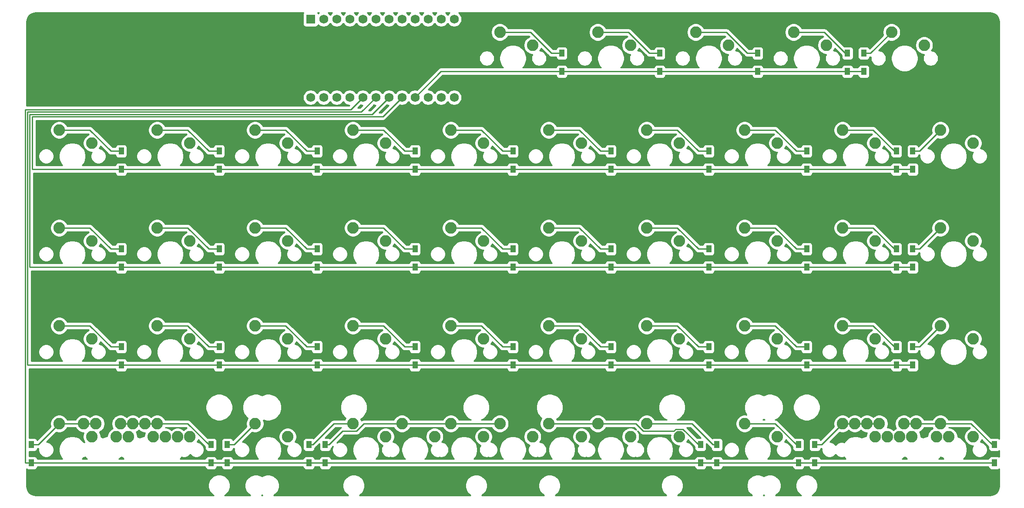
<source format=gtl>
G04 #@! TF.GenerationSoftware,KiCad,Pcbnew,(5.1.4)-1*
G04 #@! TF.CreationDate,2021-09-06T13:18:33-10:00*
G04 #@! TF.ProjectId,oya45,6f796134-352e-46b6-9963-61645f706362,rev?*
G04 #@! TF.SameCoordinates,Original*
G04 #@! TF.FileFunction,Copper,L1,Top*
G04 #@! TF.FilePolarity,Positive*
%FSLAX46Y46*%
G04 Gerber Fmt 4.6, Leading zero omitted, Abs format (unit mm)*
G04 Created by KiCad (PCBNEW (5.1.4)-1) date 2021-09-06 13:18:33*
%MOMM*%
%LPD*%
G04 APERTURE LIST*
%ADD10C,2.250000*%
%ADD11R,1.000000X1.400000*%
%ADD12R,1.752600X1.752600*%
%ADD13C,1.752600*%
%ADD14C,0.254000*%
G04 APERTURE END LIST*
D10*
X214153750Y-109220000D03*
X220503750Y-111760000D03*
X209391250Y-109220000D03*
X215741250Y-111760000D03*
X75247500Y-111760000D03*
X68897500Y-109220000D03*
X221297500Y-109220000D03*
X227647500Y-111760000D03*
X218916250Y-109220000D03*
X225266250Y-111760000D03*
X218122500Y-111760000D03*
X211772500Y-109220000D03*
X65722500Y-111760000D03*
X59372500Y-109220000D03*
X66516250Y-109220000D03*
X72866250Y-111760000D03*
X68103750Y-111760000D03*
X61753750Y-109220000D03*
X77628750Y-111760000D03*
X71278750Y-109220000D03*
X232410000Y-92710000D03*
X226060000Y-90170000D03*
X232410000Y-54610000D03*
X226060000Y-52070000D03*
X99060000Y-111760000D03*
X92710000Y-109220000D03*
X175260000Y-111760000D03*
X168910000Y-109220000D03*
X146685000Y-35560000D03*
X140335000Y-33020000D03*
D11*
X211137500Y-37118750D03*
X211137500Y-40668750D03*
X207962500Y-37118750D03*
X207962500Y-40668750D03*
X190500000Y-37118750D03*
X190500000Y-40668750D03*
X171450000Y-40668750D03*
X171450000Y-37118750D03*
X152400000Y-37118750D03*
X152400000Y-40668750D03*
X236537500Y-113318750D03*
X236537500Y-116868750D03*
X201612500Y-116868750D03*
X201612500Y-113318750D03*
X198437500Y-113318750D03*
X198437500Y-116868750D03*
X182562500Y-113318750D03*
X182562500Y-116868750D03*
X179387500Y-113318750D03*
X179387500Y-116868750D03*
X106362500Y-113318750D03*
X106362500Y-116868750D03*
X103187500Y-113318750D03*
X103187500Y-116868750D03*
X87312500Y-113318750D03*
X87312500Y-116868750D03*
X84137500Y-116868750D03*
X84137500Y-113318750D03*
X49212500Y-113318750D03*
X49212500Y-116868750D03*
X220662500Y-94268750D03*
X220662500Y-97818750D03*
X217487500Y-94268750D03*
X217487500Y-97818750D03*
X200025000Y-94268750D03*
X200025000Y-97818750D03*
X180975000Y-94268750D03*
X180975000Y-97818750D03*
X161925000Y-94268750D03*
X161925000Y-97818750D03*
X142875000Y-94268750D03*
X142875000Y-97818750D03*
X123825000Y-94268750D03*
X123825000Y-97818750D03*
X104775000Y-94268750D03*
X104775000Y-97818750D03*
X85725000Y-94268750D03*
X85725000Y-97818750D03*
X66675000Y-94268750D03*
X66675000Y-97818750D03*
X220662500Y-75218750D03*
X220662500Y-78768750D03*
X217487500Y-75218750D03*
X217487500Y-78768750D03*
X200025000Y-75218750D03*
X200025000Y-78768750D03*
X180975000Y-75218750D03*
X180975000Y-78768750D03*
X161925000Y-75218750D03*
X161925000Y-78768750D03*
X142875000Y-75218750D03*
X142875000Y-78768750D03*
X123825000Y-75218750D03*
X123825000Y-78768750D03*
X104775000Y-75218750D03*
X104775000Y-78768750D03*
X85725000Y-75218750D03*
X85725000Y-78768750D03*
X66675000Y-75218750D03*
X66675000Y-78768750D03*
X220662500Y-56168750D03*
X220662500Y-59718750D03*
X217487500Y-56168750D03*
X217487500Y-59718750D03*
X200025000Y-56168750D03*
X200025000Y-59718750D03*
X180975000Y-56168750D03*
X180975000Y-59718750D03*
X161925000Y-56168750D03*
X161925000Y-59718750D03*
X142875000Y-56168750D03*
X142875000Y-59718750D03*
X123825000Y-59718750D03*
X123825000Y-56168750D03*
X104775000Y-56168750D03*
X104775000Y-59718750D03*
X85725000Y-56168750D03*
X85725000Y-59718750D03*
X66675000Y-59718750D03*
X66675000Y-56168750D03*
D10*
X203835000Y-35560000D03*
X197485000Y-33020000D03*
X222885000Y-35560000D03*
X216535000Y-33020000D03*
D12*
X103505000Y-30480000D03*
D13*
X106045000Y-30480000D03*
X108585000Y-30480000D03*
X111125000Y-30480000D03*
X113665000Y-30480000D03*
X116205000Y-30480000D03*
X118745000Y-30480000D03*
X121285000Y-30480000D03*
X123825000Y-30480000D03*
X126365000Y-30480000D03*
X128905000Y-30480000D03*
X131445000Y-45720000D03*
X128905000Y-45720000D03*
X126365000Y-45720000D03*
X123825000Y-45720000D03*
X121285000Y-45720000D03*
X118745000Y-45720000D03*
X116205000Y-45720000D03*
X113665000Y-45720000D03*
X111125000Y-45720000D03*
X108585000Y-45720000D03*
X106045000Y-45720000D03*
X131445000Y-30480000D03*
X103505000Y-45720000D03*
D10*
X165735000Y-111760000D03*
X159385000Y-109220000D03*
X127635000Y-111760000D03*
X121285000Y-109220000D03*
X140335000Y-109220000D03*
X146685000Y-111760000D03*
X184785000Y-35560000D03*
X178435000Y-33020000D03*
X165735000Y-35560000D03*
X159385000Y-33020000D03*
X232410000Y-111760000D03*
X226060000Y-109220000D03*
X207010000Y-109220000D03*
X213360000Y-111760000D03*
X194310000Y-111760000D03*
X187960000Y-109220000D03*
X156210000Y-111760000D03*
X149860000Y-109220000D03*
X137160000Y-111760000D03*
X130810000Y-109220000D03*
X118110000Y-111760000D03*
X111760000Y-109220000D03*
X73660000Y-109220000D03*
X80010000Y-111760000D03*
X54610000Y-109220000D03*
X60960000Y-111760000D03*
X213360000Y-92710000D03*
X207010000Y-90170000D03*
X194310000Y-92710000D03*
X187960000Y-90170000D03*
X175260000Y-92710000D03*
X168910000Y-90170000D03*
X156210000Y-92710000D03*
X149860000Y-90170000D03*
X137160000Y-92710000D03*
X130810000Y-90170000D03*
X118110000Y-92710000D03*
X111760000Y-90170000D03*
X99060000Y-92710000D03*
X92710000Y-90170000D03*
X80010000Y-92710000D03*
X73660000Y-90170000D03*
X60960000Y-92710000D03*
X54610000Y-90170000D03*
X232410000Y-73660000D03*
X226060000Y-71120000D03*
X213360000Y-73660000D03*
X207010000Y-71120000D03*
X194310000Y-73660000D03*
X187960000Y-71120000D03*
X175260000Y-73660000D03*
X168910000Y-71120000D03*
X149860000Y-71120000D03*
X156210000Y-73660000D03*
X137160000Y-73660000D03*
X130810000Y-71120000D03*
X118110000Y-73660000D03*
X111760000Y-71120000D03*
X99060000Y-73660000D03*
X92710000Y-71120000D03*
X80010000Y-73660000D03*
X73660000Y-71120000D03*
X60960000Y-73660000D03*
X54610000Y-71120000D03*
X213360000Y-54610000D03*
X207010000Y-52070000D03*
X194310000Y-54610000D03*
X187960000Y-52070000D03*
X175260000Y-54610000D03*
X168910000Y-52070000D03*
X156210000Y-54610000D03*
X149860000Y-52070000D03*
X137160000Y-54610000D03*
X130810000Y-52070000D03*
X118110000Y-54610000D03*
X111760000Y-52070000D03*
X99060000Y-54610000D03*
X92710000Y-52070000D03*
X80010000Y-54610000D03*
X73660000Y-52070000D03*
X60960000Y-54610000D03*
X54610000Y-52070000D03*
D14*
X117563960Y-49441040D02*
X121285000Y-45720000D01*
X49326770Y-49441040D02*
X117563960Y-49441040D01*
X220662500Y-59718750D02*
X49326770Y-59718750D01*
X49326770Y-59718750D02*
X49326770Y-49441040D01*
X56200990Y-52070000D02*
X54610000Y-52070000D01*
X60568962Y-52070000D02*
X56200990Y-52070000D01*
X64667712Y-56168750D02*
X60568962Y-52070000D01*
X66675000Y-56168750D02*
X64667712Y-56168750D01*
X75250990Y-52070000D02*
X73660000Y-52070000D01*
X79618962Y-52070000D02*
X75250990Y-52070000D01*
X83717712Y-56168750D02*
X79618962Y-52070000D01*
X85725000Y-56168750D02*
X83717712Y-56168750D01*
X94300990Y-52070000D02*
X92710000Y-52070000D01*
X98668962Y-52070000D02*
X94300990Y-52070000D01*
X102767712Y-56168750D02*
X98668962Y-52070000D01*
X104775000Y-56168750D02*
X102767712Y-56168750D01*
X113350990Y-52070000D02*
X111760000Y-52070000D01*
X117718962Y-52070000D02*
X113350990Y-52070000D01*
X121817712Y-56168750D02*
X117718962Y-52070000D01*
X123825000Y-56168750D02*
X121817712Y-56168750D01*
X132400990Y-52070000D02*
X130810000Y-52070000D01*
X136768962Y-52070000D02*
X132400990Y-52070000D01*
X140867712Y-56168750D02*
X136768962Y-52070000D01*
X142875000Y-56168750D02*
X140867712Y-56168750D01*
X151450990Y-52070000D02*
X149860000Y-52070000D01*
X155818962Y-52070000D02*
X151450990Y-52070000D01*
X159917712Y-56168750D02*
X155818962Y-52070000D01*
X161925000Y-56168750D02*
X159917712Y-56168750D01*
X170500990Y-52070000D02*
X168910000Y-52070000D01*
X174868962Y-52070000D02*
X170500990Y-52070000D01*
X178967712Y-56168750D02*
X174868962Y-52070000D01*
X180975000Y-56168750D02*
X178967712Y-56168750D01*
X189550990Y-52070000D02*
X187960000Y-52070000D01*
X193918962Y-52070000D02*
X189550990Y-52070000D01*
X198017712Y-56168750D02*
X193918962Y-52070000D01*
X200025000Y-56168750D02*
X198017712Y-56168750D01*
X212968962Y-52070000D02*
X207010000Y-52070000D01*
X217487500Y-56168750D02*
X217067712Y-56168750D01*
X217067712Y-56168750D02*
X212968962Y-52070000D01*
X221961250Y-56168750D02*
X220662500Y-56168750D01*
X226060000Y-52070000D02*
X221961250Y-56168750D01*
X115477970Y-48987030D02*
X118745000Y-45720000D01*
X48872760Y-48987030D02*
X115477970Y-48987030D01*
X220662500Y-78768750D02*
X48872760Y-78768750D01*
X48872760Y-78768750D02*
X48872760Y-48987030D01*
X56200990Y-71120000D02*
X54610000Y-71120000D01*
X60568962Y-71120000D02*
X56200990Y-71120000D01*
X64667712Y-75218750D02*
X60568962Y-71120000D01*
X66675000Y-75218750D02*
X64667712Y-75218750D01*
X75250990Y-71120000D02*
X73660000Y-71120000D01*
X79618962Y-71120000D02*
X75250990Y-71120000D01*
X83717712Y-75218750D02*
X79618962Y-71120000D01*
X85725000Y-75218750D02*
X83717712Y-75218750D01*
X94300990Y-71120000D02*
X92710000Y-71120000D01*
X98668962Y-71120000D02*
X94300990Y-71120000D01*
X102767712Y-75218750D02*
X98668962Y-71120000D01*
X104775000Y-75218750D02*
X102767712Y-75218750D01*
X113350990Y-71120000D02*
X111760000Y-71120000D01*
X117718962Y-71120000D02*
X113350990Y-71120000D01*
X121817712Y-75218750D02*
X117718962Y-71120000D01*
X123825000Y-75218750D02*
X121817712Y-75218750D01*
X132400990Y-71120000D02*
X130810000Y-71120000D01*
X136768962Y-71120000D02*
X132400990Y-71120000D01*
X140867712Y-75218750D02*
X136768962Y-71120000D01*
X142875000Y-75218750D02*
X140867712Y-75218750D01*
X151450990Y-71120000D02*
X149860000Y-71120000D01*
X155818962Y-71120000D02*
X151450990Y-71120000D01*
X159917712Y-75218750D02*
X155818962Y-71120000D01*
X161925000Y-75218750D02*
X159917712Y-75218750D01*
X170500990Y-71120000D02*
X168910000Y-71120000D01*
X174868962Y-71120000D02*
X170500990Y-71120000D01*
X178967712Y-75218750D02*
X174868962Y-71120000D01*
X180975000Y-75218750D02*
X178967712Y-75218750D01*
X189550990Y-71120000D02*
X187960000Y-71120000D01*
X193918962Y-71120000D02*
X189550990Y-71120000D01*
X198017712Y-75218750D02*
X193918962Y-71120000D01*
X200025000Y-75218750D02*
X198017712Y-75218750D01*
X212968962Y-71120000D02*
X207010000Y-71120000D01*
X217487500Y-75218750D02*
X217067712Y-75218750D01*
X217067712Y-75218750D02*
X212968962Y-71120000D01*
X221961250Y-75218750D02*
X220662500Y-75218750D01*
X226060000Y-71120000D02*
X221961250Y-75218750D01*
X113391980Y-48533020D02*
X116205000Y-45720000D01*
X220662500Y-97818750D02*
X48418750Y-97818750D01*
X48418750Y-48533020D02*
X113391980Y-48533020D01*
X48418750Y-97818750D02*
X48418750Y-48533020D01*
X56200990Y-90170000D02*
X54610000Y-90170000D01*
X60568962Y-90170000D02*
X56200990Y-90170000D01*
X64667712Y-94268750D02*
X60568962Y-90170000D01*
X66675000Y-94268750D02*
X64667712Y-94268750D01*
X75250990Y-90170000D02*
X73660000Y-90170000D01*
X79618962Y-90170000D02*
X75250990Y-90170000D01*
X83717712Y-94268750D02*
X79618962Y-90170000D01*
X85725000Y-94268750D02*
X83717712Y-94268750D01*
X94300990Y-90170000D02*
X92710000Y-90170000D01*
X98668962Y-90170000D02*
X94300990Y-90170000D01*
X102767712Y-94268750D02*
X98668962Y-90170000D01*
X104775000Y-94268750D02*
X102767712Y-94268750D01*
X113350990Y-90170000D02*
X111760000Y-90170000D01*
X117718962Y-90170000D02*
X113350990Y-90170000D01*
X121817712Y-94268750D02*
X117718962Y-90170000D01*
X123825000Y-94268750D02*
X121817712Y-94268750D01*
X132400990Y-90170000D02*
X130810000Y-90170000D01*
X136768962Y-90170000D02*
X132400990Y-90170000D01*
X140867712Y-94268750D02*
X136768962Y-90170000D01*
X142875000Y-94268750D02*
X140867712Y-94268750D01*
X151450990Y-90170000D02*
X149860000Y-90170000D01*
X155818962Y-90170000D02*
X151450990Y-90170000D01*
X159917712Y-94268750D02*
X155818962Y-90170000D01*
X161925000Y-94268750D02*
X159917712Y-94268750D01*
X170500990Y-90170000D02*
X168910000Y-90170000D01*
X174868962Y-90170000D02*
X170500990Y-90170000D01*
X178967712Y-94268750D02*
X174868962Y-90170000D01*
X180975000Y-94268750D02*
X178967712Y-94268750D01*
X189550990Y-90170000D02*
X187960000Y-90170000D01*
X193918962Y-90170000D02*
X189550990Y-90170000D01*
X198017712Y-94268750D02*
X193918962Y-90170000D01*
X200025000Y-94268750D02*
X198017712Y-94268750D01*
X212968962Y-90170000D02*
X207010000Y-90170000D01*
X217487500Y-94268750D02*
X217067712Y-94268750D01*
X217067712Y-94268750D02*
X212968962Y-90170000D01*
X221961250Y-94268750D02*
X220662500Y-94268750D01*
X226060000Y-90170000D02*
X221961250Y-94268750D01*
X111305990Y-48079010D02*
X113665000Y-45720000D01*
X47964740Y-48079010D02*
X111305990Y-48079010D01*
X47964740Y-48079010D02*
X47964740Y-116866139D01*
X235780889Y-116866139D02*
X47977010Y-116866139D01*
X236537500Y-116868750D02*
X235783500Y-116868750D01*
X235783500Y-116868750D02*
X235780889Y-116866139D01*
X50511250Y-113318750D02*
X49212500Y-113318750D01*
X54610000Y-109220000D02*
X50511250Y-113318750D01*
X56200990Y-109220000D02*
X61753750Y-109220000D01*
X54610000Y-109220000D02*
X56200990Y-109220000D01*
X66516250Y-109220000D02*
X73660000Y-109220000D01*
X75250990Y-109220000D02*
X73660000Y-109220000D01*
X79618962Y-109220000D02*
X75250990Y-109220000D01*
X83717712Y-113318750D02*
X79618962Y-109220000D01*
X84137500Y-113318750D02*
X83717712Y-113318750D01*
X88611250Y-113318750D02*
X87312500Y-113318750D01*
X92710000Y-109220000D02*
X88611250Y-113318750D01*
X110169010Y-109220000D02*
X111760000Y-109220000D01*
X108040250Y-109220000D02*
X110169010Y-109220000D01*
X103941500Y-113318750D02*
X108040250Y-109220000D01*
X103187500Y-113318750D02*
X103941500Y-113318750D01*
X140335000Y-109220000D02*
X121285000Y-109220000D01*
X106362500Y-113318750D02*
X107116500Y-113318750D01*
X107116500Y-113318750D02*
X109763249Y-110672001D01*
X112456961Y-110672001D02*
X109763249Y-110672001D01*
X113908962Y-109220000D02*
X112456961Y-110672001D01*
X121285000Y-109220000D02*
X113908962Y-109220000D01*
X151450990Y-109220000D02*
X159385000Y-109220000D01*
X149860000Y-109220000D02*
X151450990Y-109220000D01*
X178967712Y-113318750D02*
X179387500Y-113318750D01*
X174199037Y-110672001D02*
X174563039Y-110307999D01*
X174563039Y-110307999D02*
X175956961Y-110307999D01*
X175956961Y-110307999D02*
X178967712Y-113318750D01*
X168213039Y-110672001D02*
X174199037Y-110672001D01*
X159385000Y-109220000D02*
X166761038Y-109220000D01*
X166761038Y-109220000D02*
X168213039Y-110672001D01*
X182562500Y-113318750D02*
X181808500Y-113318750D01*
X181808500Y-113318750D02*
X177709750Y-109220000D01*
X170500990Y-109220000D02*
X168910000Y-109220000D01*
X177709750Y-109220000D02*
X170500990Y-109220000D01*
X193918962Y-109220000D02*
X187960000Y-109220000D01*
X198437500Y-113318750D02*
X198017712Y-113318750D01*
X198017712Y-113318750D02*
X193918962Y-109220000D01*
X202911250Y-113318750D02*
X201612500Y-113318750D01*
X207010000Y-109220000D02*
X202911250Y-113318750D01*
X207010000Y-109220000D02*
X214153750Y-109220000D01*
X218916250Y-109220000D02*
X226060000Y-109220000D01*
X227650990Y-109220000D02*
X226060000Y-109220000D01*
X232018962Y-109220000D02*
X227650990Y-109220000D01*
X236117712Y-113318750D02*
X232018962Y-109220000D01*
X236537500Y-113318750D02*
X236117712Y-113318750D01*
X128876250Y-40668750D02*
X123825000Y-45720000D01*
X211137500Y-40668750D02*
X128876250Y-40668750D01*
X141925990Y-33020000D02*
X140335000Y-33020000D01*
X146293962Y-33020000D02*
X141925990Y-33020000D01*
X150392712Y-37118750D02*
X146293962Y-33020000D01*
X152400000Y-37118750D02*
X150392712Y-37118750D01*
X160975990Y-33020000D02*
X159385000Y-33020000D01*
X165343962Y-33020000D02*
X160975990Y-33020000D01*
X169442712Y-37118750D02*
X165343962Y-33020000D01*
X171450000Y-37118750D02*
X169442712Y-37118750D01*
X180025990Y-33020000D02*
X178435000Y-33020000D01*
X184393962Y-33020000D02*
X180025990Y-33020000D01*
X188492712Y-37118750D02*
X184393962Y-33020000D01*
X190500000Y-37118750D02*
X188492712Y-37118750D01*
X203443962Y-33020000D02*
X197485000Y-33020000D01*
X207962500Y-37118750D02*
X207542712Y-37118750D01*
X207542712Y-37118750D02*
X203443962Y-33020000D01*
X212436250Y-37118750D02*
X211137500Y-37118750D01*
X216535000Y-33020000D02*
X212436250Y-37118750D01*
G36*
X94177522Y-123165000D02*
G01*
X93947578Y-123165000D01*
X94062550Y-123088178D01*
X94177522Y-123165000D01*
X94177522Y-123165000D01*
G37*
X94177522Y-123165000D02*
X93947578Y-123165000D01*
X94062550Y-123088178D01*
X94177522Y-123165000D01*
G36*
X191802422Y-123165000D02*
G01*
X191572478Y-123165000D01*
X191687450Y-123088178D01*
X191802422Y-123165000D01*
X191802422Y-123165000D01*
G37*
X191802422Y-123165000D02*
X191572478Y-123165000D01*
X191687450Y-123088178D01*
X191802422Y-123165000D01*
G36*
X83011688Y-117693232D02*
G01*
X83047998Y-117812930D01*
X83106963Y-117923244D01*
X83186315Y-118019935D01*
X83283006Y-118099287D01*
X83393320Y-118158252D01*
X83513018Y-118194562D01*
X83637500Y-118206822D01*
X84637500Y-118206822D01*
X84761982Y-118194562D01*
X84881680Y-118158252D01*
X84991994Y-118099287D01*
X85088685Y-118019935D01*
X85168037Y-117923244D01*
X85227002Y-117812930D01*
X85263312Y-117693232D01*
X85269723Y-117628139D01*
X86180277Y-117628139D01*
X86186688Y-117693232D01*
X86222998Y-117812930D01*
X86281963Y-117923244D01*
X86361315Y-118019935D01*
X86458006Y-118099287D01*
X86568320Y-118158252D01*
X86688018Y-118194562D01*
X86812500Y-118206822D01*
X87812500Y-118206822D01*
X87936982Y-118194562D01*
X88056680Y-118158252D01*
X88166994Y-118099287D01*
X88263685Y-118019935D01*
X88343037Y-117923244D01*
X88402002Y-117812930D01*
X88438312Y-117693232D01*
X88444723Y-117628139D01*
X102055277Y-117628139D01*
X102061688Y-117693232D01*
X102097998Y-117812930D01*
X102156963Y-117923244D01*
X102236315Y-118019935D01*
X102333006Y-118099287D01*
X102443320Y-118158252D01*
X102563018Y-118194562D01*
X102687500Y-118206822D01*
X103687500Y-118206822D01*
X103811982Y-118194562D01*
X103931680Y-118158252D01*
X104041994Y-118099287D01*
X104138685Y-118019935D01*
X104218037Y-117923244D01*
X104277002Y-117812930D01*
X104313312Y-117693232D01*
X104319723Y-117628139D01*
X105230277Y-117628139D01*
X105236688Y-117693232D01*
X105272998Y-117812930D01*
X105331963Y-117923244D01*
X105411315Y-118019935D01*
X105508006Y-118099287D01*
X105618320Y-118158252D01*
X105738018Y-118194562D01*
X105862500Y-118206822D01*
X106862500Y-118206822D01*
X106986982Y-118194562D01*
X107106680Y-118158252D01*
X107216994Y-118099287D01*
X107313685Y-118019935D01*
X107393037Y-117923244D01*
X107452002Y-117812930D01*
X107488312Y-117693232D01*
X107494723Y-117628139D01*
X178255277Y-117628139D01*
X178261688Y-117693232D01*
X178297998Y-117812930D01*
X178356963Y-117923244D01*
X178436315Y-118019935D01*
X178533006Y-118099287D01*
X178643320Y-118158252D01*
X178763018Y-118194562D01*
X178887500Y-118206822D01*
X179887500Y-118206822D01*
X180011982Y-118194562D01*
X180131680Y-118158252D01*
X180241994Y-118099287D01*
X180338685Y-118019935D01*
X180418037Y-117923244D01*
X180477002Y-117812930D01*
X180513312Y-117693232D01*
X180519723Y-117628139D01*
X181430277Y-117628139D01*
X181436688Y-117693232D01*
X181472998Y-117812930D01*
X181531963Y-117923244D01*
X181611315Y-118019935D01*
X181708006Y-118099287D01*
X181818320Y-118158252D01*
X181938018Y-118194562D01*
X182062500Y-118206822D01*
X183062500Y-118206822D01*
X183186982Y-118194562D01*
X183306680Y-118158252D01*
X183416994Y-118099287D01*
X183513685Y-118019935D01*
X183593037Y-117923244D01*
X183652002Y-117812930D01*
X183688312Y-117693232D01*
X183694723Y-117628139D01*
X197305277Y-117628139D01*
X197311688Y-117693232D01*
X197347998Y-117812930D01*
X197406963Y-117923244D01*
X197486315Y-118019935D01*
X197583006Y-118099287D01*
X197693320Y-118158252D01*
X197813018Y-118194562D01*
X197937500Y-118206822D01*
X198937500Y-118206822D01*
X199061982Y-118194562D01*
X199181680Y-118158252D01*
X199291994Y-118099287D01*
X199388685Y-118019935D01*
X199468037Y-117923244D01*
X199527002Y-117812930D01*
X199563312Y-117693232D01*
X199569723Y-117628139D01*
X200480277Y-117628139D01*
X200486688Y-117693232D01*
X200522998Y-117812930D01*
X200581963Y-117923244D01*
X200661315Y-118019935D01*
X200758006Y-118099287D01*
X200868320Y-118158252D01*
X200988018Y-118194562D01*
X201112500Y-118206822D01*
X202112500Y-118206822D01*
X202236982Y-118194562D01*
X202356680Y-118158252D01*
X202466994Y-118099287D01*
X202563685Y-118019935D01*
X202643037Y-117923244D01*
X202702002Y-117812930D01*
X202738312Y-117693232D01*
X202744723Y-117628139D01*
X235405277Y-117628139D01*
X235411688Y-117693232D01*
X235447998Y-117812930D01*
X235506963Y-117923244D01*
X235586315Y-118019935D01*
X235683006Y-118099287D01*
X235793320Y-118158252D01*
X235913018Y-118194562D01*
X236037500Y-118206822D01*
X237037500Y-118206822D01*
X237161982Y-118194562D01*
X237281680Y-118158252D01*
X237391994Y-118099287D01*
X237465001Y-118039372D01*
X237465001Y-121411461D01*
X237429114Y-121777460D01*
X237332198Y-122098462D01*
X237174779Y-122394525D01*
X236962851Y-122654373D01*
X236704492Y-122868106D01*
X236409536Y-123027588D01*
X236089219Y-123126743D01*
X235725229Y-123165000D01*
X201097478Y-123165000D01*
X201401282Y-122962004D01*
X201702004Y-122661282D01*
X201938281Y-122307670D01*
X202101030Y-121914757D01*
X202184000Y-121497643D01*
X202184000Y-121072357D01*
X202101030Y-120655243D01*
X201938281Y-120262330D01*
X201702004Y-119908718D01*
X201401282Y-119607996D01*
X201047670Y-119371719D01*
X200654757Y-119208970D01*
X200237643Y-119126000D01*
X199812357Y-119126000D01*
X199395243Y-119208970D01*
X199002330Y-119371719D01*
X198648718Y-119607996D01*
X198347996Y-119908718D01*
X198111719Y-120262330D01*
X197948970Y-120655243D01*
X197866000Y-121072357D01*
X197866000Y-121497643D01*
X197948970Y-121914757D01*
X198111719Y-122307670D01*
X198347996Y-122661282D01*
X198648718Y-122962004D01*
X198952522Y-123165000D01*
X193947378Y-123165000D01*
X194251182Y-122962004D01*
X194551904Y-122661282D01*
X194788181Y-122307670D01*
X194950930Y-121914757D01*
X195033900Y-121497643D01*
X195033900Y-121072357D01*
X194950930Y-120655243D01*
X194788181Y-120262330D01*
X194551904Y-119908718D01*
X194251182Y-119607996D01*
X193897570Y-119371719D01*
X193504657Y-119208970D01*
X193087543Y-119126000D01*
X192662257Y-119126000D01*
X192245143Y-119208970D01*
X191852230Y-119371719D01*
X191687450Y-119481822D01*
X191522670Y-119371719D01*
X191129757Y-119208970D01*
X190712643Y-119126000D01*
X190287357Y-119126000D01*
X189870243Y-119208970D01*
X189477330Y-119371719D01*
X189123718Y-119607996D01*
X188822996Y-119908718D01*
X188586719Y-120262330D01*
X188423970Y-120655243D01*
X188341000Y-121072357D01*
X188341000Y-121497643D01*
X188423970Y-121914757D01*
X188586719Y-122307670D01*
X188822996Y-122661282D01*
X189123718Y-122962004D01*
X189427522Y-123165000D01*
X174903728Y-123165000D01*
X175207532Y-122962004D01*
X175508254Y-122661282D01*
X175744531Y-122307670D01*
X175907280Y-121914757D01*
X175990250Y-121497643D01*
X175990250Y-121072357D01*
X175907280Y-120655243D01*
X175744531Y-120262330D01*
X175508254Y-119908718D01*
X175207532Y-119607996D01*
X174853920Y-119371719D01*
X174461007Y-119208970D01*
X174043893Y-119126000D01*
X173618607Y-119126000D01*
X173201493Y-119208970D01*
X172808580Y-119371719D01*
X172454968Y-119607996D01*
X172154246Y-119908718D01*
X171917969Y-120262330D01*
X171755220Y-120655243D01*
X171672250Y-121072357D01*
X171672250Y-121497643D01*
X171755220Y-121914757D01*
X171917969Y-122307670D01*
X172154246Y-122661282D01*
X172454968Y-122962004D01*
X172758772Y-123165000D01*
X151091228Y-123165000D01*
X151395032Y-122962004D01*
X151695754Y-122661282D01*
X151932031Y-122307670D01*
X152094780Y-121914757D01*
X152177750Y-121497643D01*
X152177750Y-121072357D01*
X152094780Y-120655243D01*
X151932031Y-120262330D01*
X151695754Y-119908718D01*
X151395032Y-119607996D01*
X151041420Y-119371719D01*
X150648507Y-119208970D01*
X150231393Y-119126000D01*
X149806107Y-119126000D01*
X149388993Y-119208970D01*
X148996080Y-119371719D01*
X148642468Y-119607996D01*
X148341746Y-119908718D01*
X148105469Y-120262330D01*
X147942720Y-120655243D01*
X147859750Y-121072357D01*
X147859750Y-121497643D01*
X147942720Y-121914757D01*
X148105469Y-122307670D01*
X148341746Y-122661282D01*
X148642468Y-122962004D01*
X148946272Y-123165000D01*
X136803728Y-123165000D01*
X137107532Y-122962004D01*
X137408254Y-122661282D01*
X137644531Y-122307670D01*
X137807280Y-121914757D01*
X137890250Y-121497643D01*
X137890250Y-121072357D01*
X137807280Y-120655243D01*
X137644531Y-120262330D01*
X137408254Y-119908718D01*
X137107532Y-119607996D01*
X136753920Y-119371719D01*
X136361007Y-119208970D01*
X135943893Y-119126000D01*
X135518607Y-119126000D01*
X135101493Y-119208970D01*
X134708580Y-119371719D01*
X134354968Y-119607996D01*
X134054246Y-119908718D01*
X133817969Y-120262330D01*
X133655220Y-120655243D01*
X133572250Y-121072357D01*
X133572250Y-121497643D01*
X133655220Y-121914757D01*
X133817969Y-122307670D01*
X134054246Y-122661282D01*
X134354968Y-122962004D01*
X134658772Y-123165000D01*
X112991228Y-123165000D01*
X113295032Y-122962004D01*
X113595754Y-122661282D01*
X113832031Y-122307670D01*
X113994780Y-121914757D01*
X114077750Y-121497643D01*
X114077750Y-121072357D01*
X113994780Y-120655243D01*
X113832031Y-120262330D01*
X113595754Y-119908718D01*
X113295032Y-119607996D01*
X112941420Y-119371719D01*
X112548507Y-119208970D01*
X112131393Y-119126000D01*
X111706107Y-119126000D01*
X111288993Y-119208970D01*
X110896080Y-119371719D01*
X110542468Y-119607996D01*
X110241746Y-119908718D01*
X110005469Y-120262330D01*
X109842720Y-120655243D01*
X109759750Y-121072357D01*
X109759750Y-121497643D01*
X109842720Y-121914757D01*
X110005469Y-122307670D01*
X110241746Y-122661282D01*
X110542468Y-122962004D01*
X110846272Y-123165000D01*
X96322478Y-123165000D01*
X96626282Y-122962004D01*
X96927004Y-122661282D01*
X97163281Y-122307670D01*
X97326030Y-121914757D01*
X97409000Y-121497643D01*
X97409000Y-121072357D01*
X97326030Y-120655243D01*
X97163281Y-120262330D01*
X96927004Y-119908718D01*
X96626282Y-119607996D01*
X96272670Y-119371719D01*
X95879757Y-119208970D01*
X95462643Y-119126000D01*
X95037357Y-119126000D01*
X94620243Y-119208970D01*
X94227330Y-119371719D01*
X94062550Y-119481822D01*
X93897770Y-119371719D01*
X93504857Y-119208970D01*
X93087743Y-119126000D01*
X92662457Y-119126000D01*
X92245343Y-119208970D01*
X91852430Y-119371719D01*
X91498818Y-119607996D01*
X91198096Y-119908718D01*
X90961819Y-120262330D01*
X90799070Y-120655243D01*
X90716100Y-121072357D01*
X90716100Y-121497643D01*
X90799070Y-121914757D01*
X90961819Y-122307670D01*
X91198096Y-122661282D01*
X91498818Y-122962004D01*
X91802622Y-123165000D01*
X86797478Y-123165000D01*
X87101282Y-122962004D01*
X87402004Y-122661282D01*
X87638281Y-122307670D01*
X87801030Y-121914757D01*
X87884000Y-121497643D01*
X87884000Y-121072357D01*
X87801030Y-120655243D01*
X87638281Y-120262330D01*
X87402004Y-119908718D01*
X87101282Y-119607996D01*
X86747670Y-119371719D01*
X86354757Y-119208970D01*
X85937643Y-119126000D01*
X85512357Y-119126000D01*
X85095243Y-119208970D01*
X84702330Y-119371719D01*
X84348718Y-119607996D01*
X84047996Y-119908718D01*
X83811719Y-120262330D01*
X83648970Y-120655243D01*
X83566000Y-121072357D01*
X83566000Y-121497643D01*
X83648970Y-121914757D01*
X83811719Y-122307670D01*
X84047996Y-122661282D01*
X84348718Y-122962004D01*
X84652522Y-123165000D01*
X50038529Y-123165000D01*
X49672540Y-123129114D01*
X49351538Y-123032198D01*
X49055475Y-122874779D01*
X48795627Y-122662851D01*
X48581894Y-122404492D01*
X48422412Y-122109536D01*
X48323257Y-121789219D01*
X48285000Y-121425229D01*
X48285000Y-118039373D01*
X48358006Y-118099287D01*
X48468320Y-118158252D01*
X48588018Y-118194562D01*
X48712500Y-118206822D01*
X49712500Y-118206822D01*
X49836982Y-118194562D01*
X49956680Y-118158252D01*
X50066994Y-118099287D01*
X50163685Y-118019935D01*
X50243037Y-117923244D01*
X50302002Y-117812930D01*
X50338312Y-117693232D01*
X50344723Y-117628139D01*
X83005277Y-117628139D01*
X83011688Y-117693232D01*
X83011688Y-117693232D01*
G37*
X83011688Y-117693232D02*
X83047998Y-117812930D01*
X83106963Y-117923244D01*
X83186315Y-118019935D01*
X83283006Y-118099287D01*
X83393320Y-118158252D01*
X83513018Y-118194562D01*
X83637500Y-118206822D01*
X84637500Y-118206822D01*
X84761982Y-118194562D01*
X84881680Y-118158252D01*
X84991994Y-118099287D01*
X85088685Y-118019935D01*
X85168037Y-117923244D01*
X85227002Y-117812930D01*
X85263312Y-117693232D01*
X85269723Y-117628139D01*
X86180277Y-117628139D01*
X86186688Y-117693232D01*
X86222998Y-117812930D01*
X86281963Y-117923244D01*
X86361315Y-118019935D01*
X86458006Y-118099287D01*
X86568320Y-118158252D01*
X86688018Y-118194562D01*
X86812500Y-118206822D01*
X87812500Y-118206822D01*
X87936982Y-118194562D01*
X88056680Y-118158252D01*
X88166994Y-118099287D01*
X88263685Y-118019935D01*
X88343037Y-117923244D01*
X88402002Y-117812930D01*
X88438312Y-117693232D01*
X88444723Y-117628139D01*
X102055277Y-117628139D01*
X102061688Y-117693232D01*
X102097998Y-117812930D01*
X102156963Y-117923244D01*
X102236315Y-118019935D01*
X102333006Y-118099287D01*
X102443320Y-118158252D01*
X102563018Y-118194562D01*
X102687500Y-118206822D01*
X103687500Y-118206822D01*
X103811982Y-118194562D01*
X103931680Y-118158252D01*
X104041994Y-118099287D01*
X104138685Y-118019935D01*
X104218037Y-117923244D01*
X104277002Y-117812930D01*
X104313312Y-117693232D01*
X104319723Y-117628139D01*
X105230277Y-117628139D01*
X105236688Y-117693232D01*
X105272998Y-117812930D01*
X105331963Y-117923244D01*
X105411315Y-118019935D01*
X105508006Y-118099287D01*
X105618320Y-118158252D01*
X105738018Y-118194562D01*
X105862500Y-118206822D01*
X106862500Y-118206822D01*
X106986982Y-118194562D01*
X107106680Y-118158252D01*
X107216994Y-118099287D01*
X107313685Y-118019935D01*
X107393037Y-117923244D01*
X107452002Y-117812930D01*
X107488312Y-117693232D01*
X107494723Y-117628139D01*
X178255277Y-117628139D01*
X178261688Y-117693232D01*
X178297998Y-117812930D01*
X178356963Y-117923244D01*
X178436315Y-118019935D01*
X178533006Y-118099287D01*
X178643320Y-118158252D01*
X178763018Y-118194562D01*
X178887500Y-118206822D01*
X179887500Y-118206822D01*
X180011982Y-118194562D01*
X180131680Y-118158252D01*
X180241994Y-118099287D01*
X180338685Y-118019935D01*
X180418037Y-117923244D01*
X180477002Y-117812930D01*
X180513312Y-117693232D01*
X180519723Y-117628139D01*
X181430277Y-117628139D01*
X181436688Y-117693232D01*
X181472998Y-117812930D01*
X181531963Y-117923244D01*
X181611315Y-118019935D01*
X181708006Y-118099287D01*
X181818320Y-118158252D01*
X181938018Y-118194562D01*
X182062500Y-118206822D01*
X183062500Y-118206822D01*
X183186982Y-118194562D01*
X183306680Y-118158252D01*
X183416994Y-118099287D01*
X183513685Y-118019935D01*
X183593037Y-117923244D01*
X183652002Y-117812930D01*
X183688312Y-117693232D01*
X183694723Y-117628139D01*
X197305277Y-117628139D01*
X197311688Y-117693232D01*
X197347998Y-117812930D01*
X197406963Y-117923244D01*
X197486315Y-118019935D01*
X197583006Y-118099287D01*
X197693320Y-118158252D01*
X197813018Y-118194562D01*
X197937500Y-118206822D01*
X198937500Y-118206822D01*
X199061982Y-118194562D01*
X199181680Y-118158252D01*
X199291994Y-118099287D01*
X199388685Y-118019935D01*
X199468037Y-117923244D01*
X199527002Y-117812930D01*
X199563312Y-117693232D01*
X199569723Y-117628139D01*
X200480277Y-117628139D01*
X200486688Y-117693232D01*
X200522998Y-117812930D01*
X200581963Y-117923244D01*
X200661315Y-118019935D01*
X200758006Y-118099287D01*
X200868320Y-118158252D01*
X200988018Y-118194562D01*
X201112500Y-118206822D01*
X202112500Y-118206822D01*
X202236982Y-118194562D01*
X202356680Y-118158252D01*
X202466994Y-118099287D01*
X202563685Y-118019935D01*
X202643037Y-117923244D01*
X202702002Y-117812930D01*
X202738312Y-117693232D01*
X202744723Y-117628139D01*
X235405277Y-117628139D01*
X235411688Y-117693232D01*
X235447998Y-117812930D01*
X235506963Y-117923244D01*
X235586315Y-118019935D01*
X235683006Y-118099287D01*
X235793320Y-118158252D01*
X235913018Y-118194562D01*
X236037500Y-118206822D01*
X237037500Y-118206822D01*
X237161982Y-118194562D01*
X237281680Y-118158252D01*
X237391994Y-118099287D01*
X237465001Y-118039372D01*
X237465001Y-121411461D01*
X237429114Y-121777460D01*
X237332198Y-122098462D01*
X237174779Y-122394525D01*
X236962851Y-122654373D01*
X236704492Y-122868106D01*
X236409536Y-123027588D01*
X236089219Y-123126743D01*
X235725229Y-123165000D01*
X201097478Y-123165000D01*
X201401282Y-122962004D01*
X201702004Y-122661282D01*
X201938281Y-122307670D01*
X202101030Y-121914757D01*
X202184000Y-121497643D01*
X202184000Y-121072357D01*
X202101030Y-120655243D01*
X201938281Y-120262330D01*
X201702004Y-119908718D01*
X201401282Y-119607996D01*
X201047670Y-119371719D01*
X200654757Y-119208970D01*
X200237643Y-119126000D01*
X199812357Y-119126000D01*
X199395243Y-119208970D01*
X199002330Y-119371719D01*
X198648718Y-119607996D01*
X198347996Y-119908718D01*
X198111719Y-120262330D01*
X197948970Y-120655243D01*
X197866000Y-121072357D01*
X197866000Y-121497643D01*
X197948970Y-121914757D01*
X198111719Y-122307670D01*
X198347996Y-122661282D01*
X198648718Y-122962004D01*
X198952522Y-123165000D01*
X193947378Y-123165000D01*
X194251182Y-122962004D01*
X194551904Y-122661282D01*
X194788181Y-122307670D01*
X194950930Y-121914757D01*
X195033900Y-121497643D01*
X195033900Y-121072357D01*
X194950930Y-120655243D01*
X194788181Y-120262330D01*
X194551904Y-119908718D01*
X194251182Y-119607996D01*
X193897570Y-119371719D01*
X193504657Y-119208970D01*
X193087543Y-119126000D01*
X192662257Y-119126000D01*
X192245143Y-119208970D01*
X191852230Y-119371719D01*
X191687450Y-119481822D01*
X191522670Y-119371719D01*
X191129757Y-119208970D01*
X190712643Y-119126000D01*
X190287357Y-119126000D01*
X189870243Y-119208970D01*
X189477330Y-119371719D01*
X189123718Y-119607996D01*
X188822996Y-119908718D01*
X188586719Y-120262330D01*
X188423970Y-120655243D01*
X188341000Y-121072357D01*
X188341000Y-121497643D01*
X188423970Y-121914757D01*
X188586719Y-122307670D01*
X188822996Y-122661282D01*
X189123718Y-122962004D01*
X189427522Y-123165000D01*
X174903728Y-123165000D01*
X175207532Y-122962004D01*
X175508254Y-122661282D01*
X175744531Y-122307670D01*
X175907280Y-121914757D01*
X175990250Y-121497643D01*
X175990250Y-121072357D01*
X175907280Y-120655243D01*
X175744531Y-120262330D01*
X175508254Y-119908718D01*
X175207532Y-119607996D01*
X174853920Y-119371719D01*
X174461007Y-119208970D01*
X174043893Y-119126000D01*
X173618607Y-119126000D01*
X173201493Y-119208970D01*
X172808580Y-119371719D01*
X172454968Y-119607996D01*
X172154246Y-119908718D01*
X171917969Y-120262330D01*
X171755220Y-120655243D01*
X171672250Y-121072357D01*
X171672250Y-121497643D01*
X171755220Y-121914757D01*
X171917969Y-122307670D01*
X172154246Y-122661282D01*
X172454968Y-122962004D01*
X172758772Y-123165000D01*
X151091228Y-123165000D01*
X151395032Y-122962004D01*
X151695754Y-122661282D01*
X151932031Y-122307670D01*
X152094780Y-121914757D01*
X152177750Y-121497643D01*
X152177750Y-121072357D01*
X152094780Y-120655243D01*
X151932031Y-120262330D01*
X151695754Y-119908718D01*
X151395032Y-119607996D01*
X151041420Y-119371719D01*
X150648507Y-119208970D01*
X150231393Y-119126000D01*
X149806107Y-119126000D01*
X149388993Y-119208970D01*
X148996080Y-119371719D01*
X148642468Y-119607996D01*
X148341746Y-119908718D01*
X148105469Y-120262330D01*
X147942720Y-120655243D01*
X147859750Y-121072357D01*
X147859750Y-121497643D01*
X147942720Y-121914757D01*
X148105469Y-122307670D01*
X148341746Y-122661282D01*
X148642468Y-122962004D01*
X148946272Y-123165000D01*
X136803728Y-123165000D01*
X137107532Y-122962004D01*
X137408254Y-122661282D01*
X137644531Y-122307670D01*
X137807280Y-121914757D01*
X137890250Y-121497643D01*
X137890250Y-121072357D01*
X137807280Y-120655243D01*
X137644531Y-120262330D01*
X137408254Y-119908718D01*
X137107532Y-119607996D01*
X136753920Y-119371719D01*
X136361007Y-119208970D01*
X135943893Y-119126000D01*
X135518607Y-119126000D01*
X135101493Y-119208970D01*
X134708580Y-119371719D01*
X134354968Y-119607996D01*
X134054246Y-119908718D01*
X133817969Y-120262330D01*
X133655220Y-120655243D01*
X133572250Y-121072357D01*
X133572250Y-121497643D01*
X133655220Y-121914757D01*
X133817969Y-122307670D01*
X134054246Y-122661282D01*
X134354968Y-122962004D01*
X134658772Y-123165000D01*
X112991228Y-123165000D01*
X113295032Y-122962004D01*
X113595754Y-122661282D01*
X113832031Y-122307670D01*
X113994780Y-121914757D01*
X114077750Y-121497643D01*
X114077750Y-121072357D01*
X113994780Y-120655243D01*
X113832031Y-120262330D01*
X113595754Y-119908718D01*
X113295032Y-119607996D01*
X112941420Y-119371719D01*
X112548507Y-119208970D01*
X112131393Y-119126000D01*
X111706107Y-119126000D01*
X111288993Y-119208970D01*
X110896080Y-119371719D01*
X110542468Y-119607996D01*
X110241746Y-119908718D01*
X110005469Y-120262330D01*
X109842720Y-120655243D01*
X109759750Y-121072357D01*
X109759750Y-121497643D01*
X109842720Y-121914757D01*
X110005469Y-122307670D01*
X110241746Y-122661282D01*
X110542468Y-122962004D01*
X110846272Y-123165000D01*
X96322478Y-123165000D01*
X96626282Y-122962004D01*
X96927004Y-122661282D01*
X97163281Y-122307670D01*
X97326030Y-121914757D01*
X97409000Y-121497643D01*
X97409000Y-121072357D01*
X97326030Y-120655243D01*
X97163281Y-120262330D01*
X96927004Y-119908718D01*
X96626282Y-119607996D01*
X96272670Y-119371719D01*
X95879757Y-119208970D01*
X95462643Y-119126000D01*
X95037357Y-119126000D01*
X94620243Y-119208970D01*
X94227330Y-119371719D01*
X94062550Y-119481822D01*
X93897770Y-119371719D01*
X93504857Y-119208970D01*
X93087743Y-119126000D01*
X92662457Y-119126000D01*
X92245343Y-119208970D01*
X91852430Y-119371719D01*
X91498818Y-119607996D01*
X91198096Y-119908718D01*
X90961819Y-120262330D01*
X90799070Y-120655243D01*
X90716100Y-121072357D01*
X90716100Y-121497643D01*
X90799070Y-121914757D01*
X90961819Y-122307670D01*
X91198096Y-122661282D01*
X91498818Y-122962004D01*
X91802622Y-123165000D01*
X86797478Y-123165000D01*
X87101282Y-122962004D01*
X87402004Y-122661282D01*
X87638281Y-122307670D01*
X87801030Y-121914757D01*
X87884000Y-121497643D01*
X87884000Y-121072357D01*
X87801030Y-120655243D01*
X87638281Y-120262330D01*
X87402004Y-119908718D01*
X87101282Y-119607996D01*
X86747670Y-119371719D01*
X86354757Y-119208970D01*
X85937643Y-119126000D01*
X85512357Y-119126000D01*
X85095243Y-119208970D01*
X84702330Y-119371719D01*
X84348718Y-119607996D01*
X84047996Y-119908718D01*
X83811719Y-120262330D01*
X83648970Y-120655243D01*
X83566000Y-121072357D01*
X83566000Y-121497643D01*
X83648970Y-121914757D01*
X83811719Y-122307670D01*
X84047996Y-122661282D01*
X84348718Y-122962004D01*
X84652522Y-123165000D01*
X50038529Y-123165000D01*
X49672540Y-123129114D01*
X49351538Y-123032198D01*
X49055475Y-122874779D01*
X48795627Y-122662851D01*
X48581894Y-122404492D01*
X48422412Y-122109536D01*
X48323257Y-121789219D01*
X48285000Y-121425229D01*
X48285000Y-118039373D01*
X48358006Y-118099287D01*
X48468320Y-118158252D01*
X48588018Y-118194562D01*
X48712500Y-118206822D01*
X49712500Y-118206822D01*
X49836982Y-118194562D01*
X49956680Y-118158252D01*
X50066994Y-118099287D01*
X50163685Y-118019935D01*
X50243037Y-117923244D01*
X50302002Y-117812930D01*
X50338312Y-117693232D01*
X50344723Y-117628139D01*
X83005277Y-117628139D01*
X83011688Y-117693232D01*
G36*
X102098163Y-29249206D02*
G01*
X102039198Y-29359520D01*
X102002888Y-29479218D01*
X101990628Y-29603700D01*
X101990628Y-31356300D01*
X102002888Y-31480782D01*
X102039198Y-31600480D01*
X102098163Y-31710794D01*
X102177515Y-31807485D01*
X102274206Y-31886837D01*
X102384520Y-31945802D01*
X102504218Y-31982112D01*
X102628700Y-31994372D01*
X104381300Y-31994372D01*
X104505782Y-31982112D01*
X104625480Y-31945802D01*
X104735794Y-31886837D01*
X104832485Y-31807485D01*
X104911837Y-31710794D01*
X104970802Y-31600480D01*
X104984156Y-31556458D01*
X105081602Y-31653904D01*
X105329131Y-31819297D01*
X105604170Y-31933222D01*
X105896150Y-31991300D01*
X106193850Y-31991300D01*
X106485830Y-31933222D01*
X106760869Y-31819297D01*
X107008398Y-31653904D01*
X107218904Y-31443398D01*
X107315000Y-31299580D01*
X107411096Y-31443398D01*
X107621602Y-31653904D01*
X107869131Y-31819297D01*
X108144170Y-31933222D01*
X108436150Y-31991300D01*
X108733850Y-31991300D01*
X109025830Y-31933222D01*
X109300869Y-31819297D01*
X109548398Y-31653904D01*
X109758904Y-31443398D01*
X109855000Y-31299580D01*
X109951096Y-31443398D01*
X110161602Y-31653904D01*
X110409131Y-31819297D01*
X110684170Y-31933222D01*
X110976150Y-31991300D01*
X111273850Y-31991300D01*
X111565830Y-31933222D01*
X111840869Y-31819297D01*
X112088398Y-31653904D01*
X112298904Y-31443398D01*
X112395000Y-31299580D01*
X112491096Y-31443398D01*
X112701602Y-31653904D01*
X112949131Y-31819297D01*
X113224170Y-31933222D01*
X113516150Y-31991300D01*
X113813850Y-31991300D01*
X114105830Y-31933222D01*
X114380869Y-31819297D01*
X114628398Y-31653904D01*
X114838904Y-31443398D01*
X114935000Y-31299580D01*
X115031096Y-31443398D01*
X115241602Y-31653904D01*
X115489131Y-31819297D01*
X115764170Y-31933222D01*
X116056150Y-31991300D01*
X116353850Y-31991300D01*
X116645830Y-31933222D01*
X116920869Y-31819297D01*
X117168398Y-31653904D01*
X117378904Y-31443398D01*
X117475000Y-31299580D01*
X117571096Y-31443398D01*
X117781602Y-31653904D01*
X118029131Y-31819297D01*
X118304170Y-31933222D01*
X118596150Y-31991300D01*
X118893850Y-31991300D01*
X119185830Y-31933222D01*
X119460869Y-31819297D01*
X119708398Y-31653904D01*
X119918904Y-31443398D01*
X120015000Y-31299580D01*
X120111096Y-31443398D01*
X120321602Y-31653904D01*
X120569131Y-31819297D01*
X120844170Y-31933222D01*
X121136150Y-31991300D01*
X121433850Y-31991300D01*
X121725830Y-31933222D01*
X122000869Y-31819297D01*
X122248398Y-31653904D01*
X122458904Y-31443398D01*
X122555000Y-31299580D01*
X122651096Y-31443398D01*
X122861602Y-31653904D01*
X123109131Y-31819297D01*
X123384170Y-31933222D01*
X123676150Y-31991300D01*
X123973850Y-31991300D01*
X124265830Y-31933222D01*
X124540869Y-31819297D01*
X124788398Y-31653904D01*
X124998904Y-31443398D01*
X125095000Y-31299580D01*
X125191096Y-31443398D01*
X125401602Y-31653904D01*
X125649131Y-31819297D01*
X125924170Y-31933222D01*
X126216150Y-31991300D01*
X126513850Y-31991300D01*
X126805830Y-31933222D01*
X127080869Y-31819297D01*
X127328398Y-31653904D01*
X127538904Y-31443398D01*
X127635000Y-31299580D01*
X127731096Y-31443398D01*
X127941602Y-31653904D01*
X128189131Y-31819297D01*
X128464170Y-31933222D01*
X128756150Y-31991300D01*
X129053850Y-31991300D01*
X129345830Y-31933222D01*
X129620869Y-31819297D01*
X129868398Y-31653904D01*
X130078904Y-31443398D01*
X130175000Y-31299580D01*
X130271096Y-31443398D01*
X130481602Y-31653904D01*
X130729131Y-31819297D01*
X131004170Y-31933222D01*
X131296150Y-31991300D01*
X131593850Y-31991300D01*
X131885830Y-31933222D01*
X132160869Y-31819297D01*
X132408398Y-31653904D01*
X132618904Y-31443398D01*
X132784297Y-31195869D01*
X132898222Y-30920830D01*
X132956300Y-30628850D01*
X132956300Y-30331150D01*
X132898222Y-30039170D01*
X132784297Y-29764131D01*
X132618904Y-29516602D01*
X132408398Y-29306096D01*
X132301995Y-29235000D01*
X235711471Y-29235000D01*
X236077460Y-29270886D01*
X236398460Y-29367801D01*
X236694525Y-29525221D01*
X236954373Y-29737149D01*
X237168108Y-29995510D01*
X237327588Y-30290464D01*
X237426744Y-30610782D01*
X237465000Y-30974762D01*
X237465001Y-112148128D01*
X237391994Y-112088213D01*
X237281680Y-112029248D01*
X237161982Y-111992938D01*
X237037500Y-111980678D01*
X236037500Y-111980678D01*
X235913018Y-111992938D01*
X235879652Y-112003059D01*
X232584246Y-108707654D01*
X232560384Y-108678578D01*
X232444354Y-108583355D01*
X232311977Y-108512598D01*
X232168340Y-108469026D01*
X232056388Y-108458000D01*
X232056385Y-108458000D01*
X232018962Y-108454314D01*
X231981539Y-108458000D01*
X227649380Y-108458000D01*
X227619692Y-108386327D01*
X227427081Y-108098065D01*
X227181935Y-107852919D01*
X226893673Y-107660308D01*
X226573373Y-107527636D01*
X226233345Y-107460000D01*
X225886655Y-107460000D01*
X225546627Y-107527636D01*
X225226327Y-107660308D01*
X224938065Y-107852919D01*
X224692919Y-108098065D01*
X224500308Y-108386327D01*
X224470620Y-108458000D01*
X222886880Y-108458000D01*
X222857192Y-108386327D01*
X222664581Y-108098065D01*
X222419435Y-107852919D01*
X222131173Y-107660308D01*
X221810873Y-107527636D01*
X221470845Y-107460000D01*
X221124155Y-107460000D01*
X220784127Y-107527636D01*
X220463827Y-107660308D01*
X220175565Y-107852919D01*
X220106875Y-107921609D01*
X220038185Y-107852919D01*
X219749923Y-107660308D01*
X219429623Y-107527636D01*
X219089595Y-107460000D01*
X218742905Y-107460000D01*
X218402877Y-107527636D01*
X218082577Y-107660308D01*
X217794315Y-107852919D01*
X217549169Y-108098065D01*
X217356558Y-108386327D01*
X217223886Y-108706627D01*
X217156250Y-109046655D01*
X217156250Y-109393345D01*
X217223886Y-109733373D01*
X217356558Y-110053673D01*
X217418615Y-110146548D01*
X217288827Y-110200308D01*
X217000565Y-110392919D01*
X216931875Y-110461609D01*
X216863185Y-110392919D01*
X216574923Y-110200308D01*
X216254623Y-110067636D01*
X215914595Y-110000000D01*
X215735674Y-110000000D01*
X215846114Y-109733373D01*
X215913750Y-109393345D01*
X215913750Y-109046655D01*
X215846114Y-108706627D01*
X215713442Y-108386327D01*
X215520831Y-108098065D01*
X215275685Y-107852919D01*
X214987423Y-107660308D01*
X214667123Y-107527636D01*
X214327095Y-107460000D01*
X213980405Y-107460000D01*
X213640377Y-107527636D01*
X213320077Y-107660308D01*
X213031815Y-107852919D01*
X212963125Y-107921609D01*
X212894435Y-107852919D01*
X212606173Y-107660308D01*
X212285873Y-107527636D01*
X211945845Y-107460000D01*
X211599155Y-107460000D01*
X211259127Y-107527636D01*
X210938827Y-107660308D01*
X210650565Y-107852919D01*
X210581875Y-107921609D01*
X210513185Y-107852919D01*
X210224923Y-107660308D01*
X209904623Y-107527636D01*
X209564595Y-107460000D01*
X209217905Y-107460000D01*
X208877877Y-107527636D01*
X208557577Y-107660308D01*
X208269315Y-107852919D01*
X208200625Y-107921609D01*
X208131935Y-107852919D01*
X207843673Y-107660308D01*
X207523373Y-107527636D01*
X207183345Y-107460000D01*
X206836655Y-107460000D01*
X206496627Y-107527636D01*
X206176327Y-107660308D01*
X205888065Y-107852919D01*
X205642919Y-108098065D01*
X205450308Y-108386327D01*
X205317636Y-108706627D01*
X205250000Y-109046655D01*
X205250000Y-109393345D01*
X205317636Y-109733373D01*
X205347324Y-109805046D01*
X202719644Y-112432726D01*
X202702002Y-112374570D01*
X202643037Y-112264256D01*
X202563685Y-112167565D01*
X202466994Y-112088213D01*
X202356680Y-112029248D01*
X202236982Y-111992938D01*
X202112500Y-111980678D01*
X201112500Y-111980678D01*
X200988018Y-111992938D01*
X200868320Y-112029248D01*
X200758006Y-112088213D01*
X200661315Y-112167565D01*
X200581963Y-112264256D01*
X200522998Y-112374570D01*
X200486688Y-112494268D01*
X200474428Y-112618750D01*
X200474428Y-114018750D01*
X200486688Y-114143232D01*
X200522998Y-114262930D01*
X200581963Y-114373244D01*
X200661315Y-114469935D01*
X200758006Y-114549287D01*
X200868320Y-114608252D01*
X200988018Y-114644562D01*
X201112500Y-114656822D01*
X202112500Y-114656822D01*
X202236982Y-114644562D01*
X202356680Y-114608252D01*
X202466994Y-114549287D01*
X202563685Y-114469935D01*
X202643037Y-114373244D01*
X202702002Y-114262930D01*
X202738312Y-114143232D01*
X202744466Y-114080750D01*
X202873827Y-114080750D01*
X202911250Y-114084436D01*
X202948673Y-114080750D01*
X202948676Y-114080750D01*
X202974536Y-114078203D01*
X202960000Y-114151278D01*
X202960000Y-114448722D01*
X203018029Y-114740451D01*
X203131856Y-115015253D01*
X203297107Y-115262569D01*
X203507431Y-115472893D01*
X203754747Y-115638144D01*
X204029549Y-115751971D01*
X204321278Y-115810000D01*
X204618722Y-115810000D01*
X204910451Y-115751971D01*
X205185253Y-115638144D01*
X205432569Y-115472893D01*
X205642893Y-115262569D01*
X205660625Y-115236031D01*
X205678357Y-115262569D01*
X205888681Y-115472893D01*
X206135997Y-115638144D01*
X206410799Y-115751971D01*
X206702528Y-115810000D01*
X206999972Y-115810000D01*
X207291701Y-115751971D01*
X207343961Y-115730324D01*
X207508000Y-115975826D01*
X207636313Y-116104139D01*
X202744209Y-116104139D01*
X202738312Y-116044268D01*
X202702002Y-115924570D01*
X202643037Y-115814256D01*
X202563685Y-115717565D01*
X202466994Y-115638213D01*
X202356680Y-115579248D01*
X202236982Y-115542938D01*
X202112500Y-115530678D01*
X201112500Y-115530678D01*
X200988018Y-115542938D01*
X200868320Y-115579248D01*
X200758006Y-115638213D01*
X200661315Y-115717565D01*
X200581963Y-115814256D01*
X200522998Y-115924570D01*
X200486688Y-116044268D01*
X200480791Y-116104139D01*
X199569209Y-116104139D01*
X199563312Y-116044268D01*
X199527002Y-115924570D01*
X199468037Y-115814256D01*
X199388685Y-115717565D01*
X199291994Y-115638213D01*
X199181680Y-115579248D01*
X199061982Y-115542938D01*
X198937500Y-115530678D01*
X197937500Y-115530678D01*
X197813018Y-115542938D01*
X197693320Y-115579248D01*
X197583006Y-115638213D01*
X197486315Y-115717565D01*
X197406963Y-115814256D01*
X197347998Y-115924570D01*
X197311688Y-116044268D01*
X197305791Y-116104139D01*
X192413687Y-116104139D01*
X192542000Y-115975826D01*
X192829701Y-115545251D01*
X193027873Y-115066822D01*
X193128900Y-114558924D01*
X193128900Y-114041076D01*
X193027873Y-113533178D01*
X192829701Y-113054749D01*
X192542000Y-112624174D01*
X192175826Y-112258000D01*
X191745251Y-111970299D01*
X191266822Y-111772127D01*
X190758924Y-111671100D01*
X190241076Y-111671100D01*
X189733178Y-111772127D01*
X189254749Y-111970299D01*
X188824174Y-112258000D01*
X188458000Y-112624174D01*
X188170299Y-113054749D01*
X187972127Y-113533178D01*
X187871100Y-114041076D01*
X187871100Y-114558924D01*
X187972127Y-115066822D01*
X188170299Y-115545251D01*
X188458000Y-115975826D01*
X188586313Y-116104139D01*
X183694209Y-116104139D01*
X183688312Y-116044268D01*
X183652002Y-115924570D01*
X183593037Y-115814256D01*
X183513685Y-115717565D01*
X183416994Y-115638213D01*
X183306680Y-115579248D01*
X183186982Y-115542938D01*
X183062500Y-115530678D01*
X182062500Y-115530678D01*
X181938018Y-115542938D01*
X181818320Y-115579248D01*
X181708006Y-115638213D01*
X181611315Y-115717565D01*
X181531963Y-115814256D01*
X181472998Y-115924570D01*
X181436688Y-116044268D01*
X181430791Y-116104139D01*
X180519209Y-116104139D01*
X180513312Y-116044268D01*
X180477002Y-115924570D01*
X180418037Y-115814256D01*
X180338685Y-115717565D01*
X180241994Y-115638213D01*
X180131680Y-115579248D01*
X180011982Y-115542938D01*
X179887500Y-115530678D01*
X178887500Y-115530678D01*
X178763018Y-115542938D01*
X178643320Y-115579248D01*
X178533006Y-115638213D01*
X178436315Y-115717565D01*
X178356963Y-115814256D01*
X178297998Y-115924570D01*
X178261688Y-116044268D01*
X178255791Y-116104139D01*
X173363687Y-116104139D01*
X173492000Y-115975826D01*
X173779701Y-115545251D01*
X173977873Y-115066822D01*
X174078900Y-114558924D01*
X174078900Y-114041076D01*
X173977873Y-113533178D01*
X173779701Y-113054749D01*
X173492000Y-112624174D01*
X173125826Y-112258000D01*
X172695251Y-111970299D01*
X172216822Y-111772127D01*
X171708924Y-111671100D01*
X171191076Y-111671100D01*
X170683178Y-111772127D01*
X170204749Y-111970299D01*
X169774174Y-112258000D01*
X169408000Y-112624174D01*
X169120299Y-113054749D01*
X168922127Y-113533178D01*
X168821100Y-114041076D01*
X168821100Y-114558924D01*
X168922127Y-115066822D01*
X169120299Y-115545251D01*
X169408000Y-115975826D01*
X169536313Y-116104139D01*
X163838687Y-116104139D01*
X163967000Y-115975826D01*
X164254701Y-115545251D01*
X164452873Y-115066822D01*
X164553900Y-114558924D01*
X164553900Y-114041076D01*
X164452873Y-113533178D01*
X164254701Y-113054749D01*
X163967000Y-112624174D01*
X163600826Y-112258000D01*
X163170251Y-111970299D01*
X162691822Y-111772127D01*
X162183924Y-111671100D01*
X161666076Y-111671100D01*
X161158178Y-111772127D01*
X160679749Y-111970299D01*
X160249174Y-112258000D01*
X159883000Y-112624174D01*
X159595299Y-113054749D01*
X159397127Y-113533178D01*
X159296100Y-114041076D01*
X159296100Y-114558924D01*
X159397127Y-115066822D01*
X159595299Y-115545251D01*
X159883000Y-115975826D01*
X160011313Y-116104139D01*
X154313687Y-116104139D01*
X154442000Y-115975826D01*
X154729701Y-115545251D01*
X154927873Y-115066822D01*
X155028900Y-114558924D01*
X155028900Y-114041076D01*
X154927873Y-113533178D01*
X154729701Y-113054749D01*
X154442000Y-112624174D01*
X154075826Y-112258000D01*
X153645251Y-111970299D01*
X153166822Y-111772127D01*
X152658924Y-111671100D01*
X152141076Y-111671100D01*
X151633178Y-111772127D01*
X151154749Y-111970299D01*
X150724174Y-112258000D01*
X150358000Y-112624174D01*
X150070299Y-113054749D01*
X149872127Y-113533178D01*
X149771100Y-114041076D01*
X149771100Y-114558924D01*
X149872127Y-115066822D01*
X150070299Y-115545251D01*
X150358000Y-115975826D01*
X150486313Y-116104139D01*
X144788687Y-116104139D01*
X144917000Y-115975826D01*
X145204701Y-115545251D01*
X145402873Y-115066822D01*
X145503900Y-114558924D01*
X145503900Y-114041076D01*
X145402873Y-113533178D01*
X145204701Y-113054749D01*
X144917000Y-112624174D01*
X144550826Y-112258000D01*
X144120251Y-111970299D01*
X143641822Y-111772127D01*
X143133924Y-111671100D01*
X142616076Y-111671100D01*
X142108178Y-111772127D01*
X141629749Y-111970299D01*
X141199174Y-112258000D01*
X140833000Y-112624174D01*
X140545299Y-113054749D01*
X140347127Y-113533178D01*
X140246100Y-114041076D01*
X140246100Y-114558924D01*
X140347127Y-115066822D01*
X140545299Y-115545251D01*
X140833000Y-115975826D01*
X140961313Y-116104139D01*
X135263687Y-116104139D01*
X135392000Y-115975826D01*
X135679701Y-115545251D01*
X135877873Y-115066822D01*
X135978900Y-114558924D01*
X135978900Y-114041076D01*
X135877873Y-113533178D01*
X135679701Y-113054749D01*
X135392000Y-112624174D01*
X135025826Y-112258000D01*
X134595251Y-111970299D01*
X134116822Y-111772127D01*
X133608924Y-111671100D01*
X133091076Y-111671100D01*
X132583178Y-111772127D01*
X132104749Y-111970299D01*
X131674174Y-112258000D01*
X131308000Y-112624174D01*
X131020299Y-113054749D01*
X130822127Y-113533178D01*
X130721100Y-114041076D01*
X130721100Y-114558924D01*
X130822127Y-115066822D01*
X131020299Y-115545251D01*
X131308000Y-115975826D01*
X131436313Y-116104139D01*
X125738687Y-116104139D01*
X125867000Y-115975826D01*
X126154701Y-115545251D01*
X126352873Y-115066822D01*
X126453900Y-114558924D01*
X126453900Y-114041076D01*
X126352873Y-113533178D01*
X126154701Y-113054749D01*
X125867000Y-112624174D01*
X125500826Y-112258000D01*
X125070251Y-111970299D01*
X124591822Y-111772127D01*
X124083924Y-111671100D01*
X123566076Y-111671100D01*
X123058178Y-111772127D01*
X122579749Y-111970299D01*
X122149174Y-112258000D01*
X121783000Y-112624174D01*
X121495299Y-113054749D01*
X121297127Y-113533178D01*
X121196100Y-114041076D01*
X121196100Y-114558924D01*
X121297127Y-115066822D01*
X121495299Y-115545251D01*
X121783000Y-115975826D01*
X121911313Y-116104139D01*
X116213687Y-116104139D01*
X116342000Y-115975826D01*
X116629701Y-115545251D01*
X116827873Y-115066822D01*
X116928900Y-114558924D01*
X116928900Y-114041076D01*
X116827873Y-113533178D01*
X116629701Y-113054749D01*
X116342000Y-112624174D01*
X115975826Y-112258000D01*
X115545251Y-111970299D01*
X115066822Y-111772127D01*
X114558924Y-111671100D01*
X114041076Y-111671100D01*
X113533178Y-111772127D01*
X113054749Y-111970299D01*
X112624174Y-112258000D01*
X112258000Y-112624174D01*
X111970299Y-113054749D01*
X111772127Y-113533178D01*
X111671100Y-114041076D01*
X111671100Y-114558924D01*
X111772127Y-115066822D01*
X111970299Y-115545251D01*
X112258000Y-115975826D01*
X112386313Y-116104139D01*
X107494209Y-116104139D01*
X107488312Y-116044268D01*
X107452002Y-115924570D01*
X107393037Y-115814256D01*
X107313685Y-115717565D01*
X107216994Y-115638213D01*
X107106680Y-115579248D01*
X106986982Y-115542938D01*
X106862500Y-115530678D01*
X105862500Y-115530678D01*
X105738018Y-115542938D01*
X105618320Y-115579248D01*
X105508006Y-115638213D01*
X105411315Y-115717565D01*
X105331963Y-115814256D01*
X105272998Y-115924570D01*
X105236688Y-116044268D01*
X105230791Y-116104139D01*
X104319209Y-116104139D01*
X104313312Y-116044268D01*
X104277002Y-115924570D01*
X104218037Y-115814256D01*
X104138685Y-115717565D01*
X104041994Y-115638213D01*
X103931680Y-115579248D01*
X103811982Y-115542938D01*
X103687500Y-115530678D01*
X102687500Y-115530678D01*
X102563018Y-115542938D01*
X102443320Y-115579248D01*
X102333006Y-115638213D01*
X102236315Y-115717565D01*
X102156963Y-115814256D01*
X102097998Y-115924570D01*
X102061688Y-116044268D01*
X102055791Y-116104139D01*
X97163687Y-116104139D01*
X97292000Y-115975826D01*
X97579701Y-115545251D01*
X97777873Y-115066822D01*
X97878900Y-114558924D01*
X97878900Y-114041076D01*
X97777873Y-113533178D01*
X97579701Y-113054749D01*
X97292000Y-112624174D01*
X96925826Y-112258000D01*
X96495251Y-111970299D01*
X96016822Y-111772127D01*
X95508924Y-111671100D01*
X94991076Y-111671100D01*
X94483178Y-111772127D01*
X94004749Y-111970299D01*
X93574174Y-112258000D01*
X93208000Y-112624174D01*
X92920299Y-113054749D01*
X92722127Y-113533178D01*
X92621100Y-114041076D01*
X92621100Y-114558924D01*
X92722127Y-115066822D01*
X92920299Y-115545251D01*
X93208000Y-115975826D01*
X93336313Y-116104139D01*
X88444209Y-116104139D01*
X88438312Y-116044268D01*
X88402002Y-115924570D01*
X88343037Y-115814256D01*
X88263685Y-115717565D01*
X88166994Y-115638213D01*
X88056680Y-115579248D01*
X87936982Y-115542938D01*
X87812500Y-115530678D01*
X86812500Y-115530678D01*
X86688018Y-115542938D01*
X86568320Y-115579248D01*
X86458006Y-115638213D01*
X86361315Y-115717565D01*
X86281963Y-115814256D01*
X86222998Y-115924570D01*
X86186688Y-116044268D01*
X86180791Y-116104139D01*
X85269209Y-116104139D01*
X85263312Y-116044268D01*
X85227002Y-115924570D01*
X85168037Y-115814256D01*
X85088685Y-115717565D01*
X84991994Y-115638213D01*
X84881680Y-115579248D01*
X84761982Y-115542938D01*
X84637500Y-115530678D01*
X83637500Y-115530678D01*
X83513018Y-115542938D01*
X83393320Y-115579248D01*
X83283006Y-115638213D01*
X83186315Y-115717565D01*
X83106963Y-115814256D01*
X83047998Y-115924570D01*
X83011688Y-116044268D01*
X83005791Y-116104139D01*
X78113687Y-116104139D01*
X78242000Y-115975826D01*
X78406039Y-115730324D01*
X78458299Y-115751971D01*
X78750028Y-115810000D01*
X79047472Y-115810000D01*
X79339201Y-115751971D01*
X79614003Y-115638144D01*
X79861319Y-115472893D01*
X80071643Y-115262569D01*
X80089375Y-115236031D01*
X80107107Y-115262569D01*
X80317431Y-115472893D01*
X80564747Y-115638144D01*
X80839549Y-115751971D01*
X81131278Y-115810000D01*
X81428722Y-115810000D01*
X81720451Y-115751971D01*
X81995253Y-115638144D01*
X82242569Y-115472893D01*
X82452893Y-115262569D01*
X82618144Y-115015253D01*
X82731971Y-114740451D01*
X82790000Y-114448722D01*
X82790000Y-114151278D01*
X82731971Y-113859549D01*
X82618144Y-113584747D01*
X82452893Y-113337431D01*
X82242569Y-113127107D01*
X81995253Y-112961856D01*
X81720451Y-112848029D01*
X81437362Y-112791719D01*
X81569692Y-112593673D01*
X81670831Y-112349500D01*
X82999428Y-113678097D01*
X82999428Y-114018750D01*
X83011688Y-114143232D01*
X83047998Y-114262930D01*
X83106963Y-114373244D01*
X83186315Y-114469935D01*
X83283006Y-114549287D01*
X83393320Y-114608252D01*
X83513018Y-114644562D01*
X83637500Y-114656822D01*
X84637500Y-114656822D01*
X84761982Y-114644562D01*
X84881680Y-114608252D01*
X84991994Y-114549287D01*
X85088685Y-114469935D01*
X85168037Y-114373244D01*
X85227002Y-114262930D01*
X85263312Y-114143232D01*
X85275572Y-114018750D01*
X85275572Y-112618750D01*
X86174428Y-112618750D01*
X86174428Y-114018750D01*
X86186688Y-114143232D01*
X86222998Y-114262930D01*
X86281963Y-114373244D01*
X86361315Y-114469935D01*
X86458006Y-114549287D01*
X86568320Y-114608252D01*
X86688018Y-114644562D01*
X86812500Y-114656822D01*
X87812500Y-114656822D01*
X87936982Y-114644562D01*
X88056680Y-114608252D01*
X88166994Y-114549287D01*
X88263685Y-114469935D01*
X88343037Y-114373244D01*
X88402002Y-114262930D01*
X88438312Y-114143232D01*
X88444466Y-114080750D01*
X88573827Y-114080750D01*
X88611250Y-114084436D01*
X88648673Y-114080750D01*
X88648676Y-114080750D01*
X88674536Y-114078203D01*
X88660000Y-114151278D01*
X88660000Y-114448722D01*
X88718029Y-114740451D01*
X88831856Y-115015253D01*
X88997107Y-115262569D01*
X89207431Y-115472893D01*
X89454747Y-115638144D01*
X89729549Y-115751971D01*
X90021278Y-115810000D01*
X90318722Y-115810000D01*
X90610451Y-115751971D01*
X90885253Y-115638144D01*
X91132569Y-115472893D01*
X91342893Y-115262569D01*
X91508144Y-115015253D01*
X91621971Y-114740451D01*
X91680000Y-114448722D01*
X91680000Y-114151278D01*
X91621971Y-113859549D01*
X91508144Y-113584747D01*
X91342893Y-113337431D01*
X91132569Y-113127107D01*
X90885253Y-112961856D01*
X90610451Y-112848029D01*
X90318722Y-112790000D01*
X90217630Y-112790000D01*
X91420975Y-111586655D01*
X97300000Y-111586655D01*
X97300000Y-111933345D01*
X97367636Y-112273373D01*
X97500308Y-112593673D01*
X97692919Y-112881935D01*
X97938065Y-113127081D01*
X98226327Y-113319692D01*
X98546627Y-113452364D01*
X98886655Y-113520000D01*
X99035118Y-113520000D01*
X98991856Y-113584747D01*
X98878029Y-113859549D01*
X98820000Y-114151278D01*
X98820000Y-114448722D01*
X98878029Y-114740451D01*
X98991856Y-115015253D01*
X99157107Y-115262569D01*
X99367431Y-115472893D01*
X99614747Y-115638144D01*
X99889549Y-115751971D01*
X100181278Y-115810000D01*
X100478722Y-115810000D01*
X100770451Y-115751971D01*
X101045253Y-115638144D01*
X101292569Y-115472893D01*
X101502893Y-115262569D01*
X101668144Y-115015253D01*
X101781971Y-114740451D01*
X101840000Y-114448722D01*
X101840000Y-114151278D01*
X101781971Y-113859549D01*
X101668144Y-113584747D01*
X101502893Y-113337431D01*
X101292569Y-113127107D01*
X101045253Y-112961856D01*
X100770451Y-112848029D01*
X100487362Y-112791719D01*
X100602936Y-112618750D01*
X102049428Y-112618750D01*
X102049428Y-114018750D01*
X102061688Y-114143232D01*
X102097998Y-114262930D01*
X102156963Y-114373244D01*
X102236315Y-114469935D01*
X102333006Y-114549287D01*
X102443320Y-114608252D01*
X102563018Y-114644562D01*
X102687500Y-114656822D01*
X103687500Y-114656822D01*
X103811982Y-114644562D01*
X103931680Y-114608252D01*
X104041994Y-114549287D01*
X104138685Y-114469935D01*
X104218037Y-114373244D01*
X104277002Y-114262930D01*
X104313312Y-114143232D01*
X104325572Y-114018750D01*
X104325572Y-113977481D01*
X104366892Y-113955395D01*
X104482922Y-113860172D01*
X104506784Y-113831096D01*
X105224428Y-113113452D01*
X105224428Y-114018750D01*
X105236688Y-114143232D01*
X105272998Y-114262930D01*
X105331963Y-114373244D01*
X105411315Y-114469935D01*
X105508006Y-114549287D01*
X105618320Y-114608252D01*
X105738018Y-114644562D01*
X105862500Y-114656822D01*
X106862500Y-114656822D01*
X106986982Y-114644562D01*
X107106680Y-114608252D01*
X107216994Y-114549287D01*
X107313685Y-114469935D01*
X107393037Y-114373244D01*
X107452002Y-114262930D01*
X107488312Y-114143232D01*
X107500572Y-114018750D01*
X107500572Y-113977481D01*
X107541892Y-113955395D01*
X107657922Y-113860172D01*
X107681784Y-113831096D01*
X107849133Y-113663747D01*
X107768029Y-113859549D01*
X107710000Y-114151278D01*
X107710000Y-114448722D01*
X107768029Y-114740451D01*
X107881856Y-115015253D01*
X108047107Y-115262569D01*
X108257431Y-115472893D01*
X108504747Y-115638144D01*
X108779549Y-115751971D01*
X109071278Y-115810000D01*
X109368722Y-115810000D01*
X109660451Y-115751971D01*
X109935253Y-115638144D01*
X110182569Y-115472893D01*
X110392893Y-115262569D01*
X110558144Y-115015253D01*
X110671971Y-114740451D01*
X110730000Y-114448722D01*
X110730000Y-114151278D01*
X110671971Y-113859549D01*
X110558144Y-113584747D01*
X110392893Y-113337431D01*
X110182569Y-113127107D01*
X109935253Y-112961856D01*
X109660451Y-112848029D01*
X109368722Y-112790000D01*
X109071278Y-112790000D01*
X108779549Y-112848029D01*
X108583748Y-112929133D01*
X109926226Y-111586655D01*
X116350000Y-111586655D01*
X116350000Y-111933345D01*
X116417636Y-112273373D01*
X116550308Y-112593673D01*
X116742919Y-112881935D01*
X116988065Y-113127081D01*
X117276327Y-113319692D01*
X117517274Y-113419495D01*
X117406856Y-113584747D01*
X117293029Y-113859549D01*
X117235000Y-114151278D01*
X117235000Y-114448722D01*
X117293029Y-114740451D01*
X117406856Y-115015253D01*
X117572107Y-115262569D01*
X117782431Y-115472893D01*
X118029747Y-115638144D01*
X118304549Y-115751971D01*
X118596278Y-115810000D01*
X118893722Y-115810000D01*
X119062500Y-115776428D01*
X119231278Y-115810000D01*
X119528722Y-115810000D01*
X119820451Y-115751971D01*
X120095253Y-115638144D01*
X120342569Y-115472893D01*
X120552893Y-115262569D01*
X120718144Y-115015253D01*
X120831971Y-114740451D01*
X120890000Y-114448722D01*
X120890000Y-114151278D01*
X120831971Y-113859549D01*
X120718144Y-113584747D01*
X120552893Y-113337431D01*
X120342569Y-113127107D01*
X120095253Y-112961856D01*
X119820451Y-112848029D01*
X119537362Y-112791719D01*
X119669692Y-112593673D01*
X119802364Y-112273373D01*
X119870000Y-111933345D01*
X119870000Y-111586655D01*
X125875000Y-111586655D01*
X125875000Y-111933345D01*
X125942636Y-112273373D01*
X126075308Y-112593673D01*
X126267919Y-112881935D01*
X126513065Y-113127081D01*
X126801327Y-113319692D01*
X127042274Y-113419495D01*
X126931856Y-113584747D01*
X126818029Y-113859549D01*
X126760000Y-114151278D01*
X126760000Y-114448722D01*
X126818029Y-114740451D01*
X126931856Y-115015253D01*
X127097107Y-115262569D01*
X127307431Y-115472893D01*
X127554747Y-115638144D01*
X127829549Y-115751971D01*
X128121278Y-115810000D01*
X128418722Y-115810000D01*
X128587500Y-115776428D01*
X128756278Y-115810000D01*
X129053722Y-115810000D01*
X129345451Y-115751971D01*
X129620253Y-115638144D01*
X129867569Y-115472893D01*
X130077893Y-115262569D01*
X130243144Y-115015253D01*
X130356971Y-114740451D01*
X130415000Y-114448722D01*
X130415000Y-114151278D01*
X130356971Y-113859549D01*
X130243144Y-113584747D01*
X130077893Y-113337431D01*
X129867569Y-113127107D01*
X129620253Y-112961856D01*
X129345451Y-112848029D01*
X129062362Y-112791719D01*
X129194692Y-112593673D01*
X129327364Y-112273373D01*
X129395000Y-111933345D01*
X129395000Y-111586655D01*
X135400000Y-111586655D01*
X135400000Y-111933345D01*
X135467636Y-112273373D01*
X135600308Y-112593673D01*
X135792919Y-112881935D01*
X136038065Y-113127081D01*
X136326327Y-113319692D01*
X136567274Y-113419495D01*
X136456856Y-113584747D01*
X136343029Y-113859549D01*
X136285000Y-114151278D01*
X136285000Y-114448722D01*
X136343029Y-114740451D01*
X136456856Y-115015253D01*
X136622107Y-115262569D01*
X136832431Y-115472893D01*
X137079747Y-115638144D01*
X137354549Y-115751971D01*
X137646278Y-115810000D01*
X137943722Y-115810000D01*
X138112500Y-115776428D01*
X138281278Y-115810000D01*
X138578722Y-115810000D01*
X138870451Y-115751971D01*
X139145253Y-115638144D01*
X139392569Y-115472893D01*
X139602893Y-115262569D01*
X139768144Y-115015253D01*
X139881971Y-114740451D01*
X139940000Y-114448722D01*
X139940000Y-114151278D01*
X139881971Y-113859549D01*
X139768144Y-113584747D01*
X139602893Y-113337431D01*
X139392569Y-113127107D01*
X139145253Y-112961856D01*
X138870451Y-112848029D01*
X138587362Y-112791719D01*
X138719692Y-112593673D01*
X138852364Y-112273373D01*
X138920000Y-111933345D01*
X138920000Y-111586655D01*
X144925000Y-111586655D01*
X144925000Y-111933345D01*
X144992636Y-112273373D01*
X145125308Y-112593673D01*
X145317919Y-112881935D01*
X145563065Y-113127081D01*
X145851327Y-113319692D01*
X146092274Y-113419495D01*
X145981856Y-113584747D01*
X145868029Y-113859549D01*
X145810000Y-114151278D01*
X145810000Y-114448722D01*
X145868029Y-114740451D01*
X145981856Y-115015253D01*
X146147107Y-115262569D01*
X146357431Y-115472893D01*
X146604747Y-115638144D01*
X146879549Y-115751971D01*
X147171278Y-115810000D01*
X147468722Y-115810000D01*
X147637500Y-115776428D01*
X147806278Y-115810000D01*
X148103722Y-115810000D01*
X148395451Y-115751971D01*
X148670253Y-115638144D01*
X148917569Y-115472893D01*
X149127893Y-115262569D01*
X149293144Y-115015253D01*
X149406971Y-114740451D01*
X149465000Y-114448722D01*
X149465000Y-114151278D01*
X149406971Y-113859549D01*
X149293144Y-113584747D01*
X149127893Y-113337431D01*
X148917569Y-113127107D01*
X148670253Y-112961856D01*
X148395451Y-112848029D01*
X148112362Y-112791719D01*
X148244692Y-112593673D01*
X148377364Y-112273373D01*
X148445000Y-111933345D01*
X148445000Y-111586655D01*
X154450000Y-111586655D01*
X154450000Y-111933345D01*
X154517636Y-112273373D01*
X154650308Y-112593673D01*
X154842919Y-112881935D01*
X155088065Y-113127081D01*
X155376327Y-113319692D01*
X155617274Y-113419495D01*
X155506856Y-113584747D01*
X155393029Y-113859549D01*
X155335000Y-114151278D01*
X155335000Y-114448722D01*
X155393029Y-114740451D01*
X155506856Y-115015253D01*
X155672107Y-115262569D01*
X155882431Y-115472893D01*
X156129747Y-115638144D01*
X156404549Y-115751971D01*
X156696278Y-115810000D01*
X156993722Y-115810000D01*
X157162500Y-115776428D01*
X157331278Y-115810000D01*
X157628722Y-115810000D01*
X157920451Y-115751971D01*
X158195253Y-115638144D01*
X158442569Y-115472893D01*
X158652893Y-115262569D01*
X158818144Y-115015253D01*
X158931971Y-114740451D01*
X158990000Y-114448722D01*
X158990000Y-114151278D01*
X158931971Y-113859549D01*
X158818144Y-113584747D01*
X158652893Y-113337431D01*
X158442569Y-113127107D01*
X158195253Y-112961856D01*
X157920451Y-112848029D01*
X157637362Y-112791719D01*
X157769692Y-112593673D01*
X157902364Y-112273373D01*
X157970000Y-111933345D01*
X157970000Y-111586655D01*
X157902364Y-111246627D01*
X157769692Y-110926327D01*
X157577081Y-110638065D01*
X157331935Y-110392919D01*
X157043673Y-110200308D01*
X156723373Y-110067636D01*
X156383345Y-110000000D01*
X156036655Y-110000000D01*
X155696627Y-110067636D01*
X155376327Y-110200308D01*
X155088065Y-110392919D01*
X154842919Y-110638065D01*
X154650308Y-110926327D01*
X154517636Y-111246627D01*
X154450000Y-111586655D01*
X148445000Y-111586655D01*
X148377364Y-111246627D01*
X148244692Y-110926327D01*
X148052081Y-110638065D01*
X147806935Y-110392919D01*
X147518673Y-110200308D01*
X147198373Y-110067636D01*
X146858345Y-110000000D01*
X146511655Y-110000000D01*
X146171627Y-110067636D01*
X145851327Y-110200308D01*
X145563065Y-110392919D01*
X145317919Y-110638065D01*
X145125308Y-110926327D01*
X144992636Y-111246627D01*
X144925000Y-111586655D01*
X138920000Y-111586655D01*
X138852364Y-111246627D01*
X138719692Y-110926327D01*
X138527081Y-110638065D01*
X138281935Y-110392919D01*
X137993673Y-110200308D01*
X137673373Y-110067636D01*
X137333345Y-110000000D01*
X136986655Y-110000000D01*
X136646627Y-110067636D01*
X136326327Y-110200308D01*
X136038065Y-110392919D01*
X135792919Y-110638065D01*
X135600308Y-110926327D01*
X135467636Y-111246627D01*
X135400000Y-111586655D01*
X129395000Y-111586655D01*
X129327364Y-111246627D01*
X129194692Y-110926327D01*
X129002081Y-110638065D01*
X128756935Y-110392919D01*
X128468673Y-110200308D01*
X128148373Y-110067636D01*
X127808345Y-110000000D01*
X127461655Y-110000000D01*
X127121627Y-110067636D01*
X126801327Y-110200308D01*
X126513065Y-110392919D01*
X126267919Y-110638065D01*
X126075308Y-110926327D01*
X125942636Y-111246627D01*
X125875000Y-111586655D01*
X119870000Y-111586655D01*
X119802364Y-111246627D01*
X119669692Y-110926327D01*
X119477081Y-110638065D01*
X119231935Y-110392919D01*
X118943673Y-110200308D01*
X118623373Y-110067636D01*
X118283345Y-110000000D01*
X117936655Y-110000000D01*
X117596627Y-110067636D01*
X117276327Y-110200308D01*
X116988065Y-110392919D01*
X116742919Y-110638065D01*
X116550308Y-110926327D01*
X116417636Y-111246627D01*
X116350000Y-111586655D01*
X109926226Y-111586655D01*
X110078880Y-111434001D01*
X112419538Y-111434001D01*
X112456961Y-111437687D01*
X112494384Y-111434001D01*
X112494387Y-111434001D01*
X112606339Y-111422975D01*
X112749976Y-111379403D01*
X112882353Y-111308646D01*
X112998383Y-111213423D01*
X113022245Y-111184347D01*
X114224592Y-109982000D01*
X119695620Y-109982000D01*
X119725308Y-110053673D01*
X119917919Y-110341935D01*
X120163065Y-110587081D01*
X120451327Y-110779692D01*
X120771627Y-110912364D01*
X121111655Y-110980000D01*
X121458345Y-110980000D01*
X121798373Y-110912364D01*
X122118673Y-110779692D01*
X122406935Y-110587081D01*
X122652081Y-110341935D01*
X122844692Y-110053673D01*
X122874380Y-109982000D01*
X129220620Y-109982000D01*
X129250308Y-110053673D01*
X129442919Y-110341935D01*
X129688065Y-110587081D01*
X129976327Y-110779692D01*
X130296627Y-110912364D01*
X130636655Y-110980000D01*
X130983345Y-110980000D01*
X131323373Y-110912364D01*
X131643673Y-110779692D01*
X131931935Y-110587081D01*
X132177081Y-110341935D01*
X132369692Y-110053673D01*
X132399380Y-109982000D01*
X138745620Y-109982000D01*
X138775308Y-110053673D01*
X138967919Y-110341935D01*
X139213065Y-110587081D01*
X139501327Y-110779692D01*
X139821627Y-110912364D01*
X140161655Y-110980000D01*
X140508345Y-110980000D01*
X140848373Y-110912364D01*
X141168673Y-110779692D01*
X141456935Y-110587081D01*
X141702081Y-110341935D01*
X141894692Y-110053673D01*
X142027364Y-109733373D01*
X142095000Y-109393345D01*
X142095000Y-109046655D01*
X142027364Y-108706627D01*
X141894692Y-108386327D01*
X141702081Y-108098065D01*
X141456935Y-107852919D01*
X141168673Y-107660308D01*
X140848373Y-107527636D01*
X140508345Y-107460000D01*
X140161655Y-107460000D01*
X139821627Y-107527636D01*
X139501327Y-107660308D01*
X139213065Y-107852919D01*
X138967919Y-108098065D01*
X138775308Y-108386327D01*
X138745620Y-108458000D01*
X136775400Y-108458000D01*
X136976501Y-108374701D01*
X137407076Y-108087000D01*
X137773250Y-107720826D01*
X138060951Y-107290251D01*
X138259123Y-106811822D01*
X138360150Y-106303924D01*
X138360150Y-105786076D01*
X147389850Y-105786076D01*
X147389850Y-106303924D01*
X147490877Y-106811822D01*
X147689049Y-107290251D01*
X147976750Y-107720826D01*
X148342924Y-108087000D01*
X148451733Y-108159704D01*
X148300308Y-108386327D01*
X148167636Y-108706627D01*
X148100000Y-109046655D01*
X148100000Y-109393345D01*
X148167636Y-109733373D01*
X148300308Y-110053673D01*
X148492919Y-110341935D01*
X148738065Y-110587081D01*
X149026327Y-110779692D01*
X149346627Y-110912364D01*
X149686655Y-110980000D01*
X150033345Y-110980000D01*
X150373373Y-110912364D01*
X150693673Y-110779692D01*
X150981935Y-110587081D01*
X151227081Y-110341935D01*
X151419692Y-110053673D01*
X151449380Y-109982000D01*
X157795620Y-109982000D01*
X157825308Y-110053673D01*
X158017919Y-110341935D01*
X158263065Y-110587081D01*
X158551327Y-110779692D01*
X158871627Y-110912364D01*
X159211655Y-110980000D01*
X159558345Y-110980000D01*
X159898373Y-110912364D01*
X160218673Y-110779692D01*
X160506935Y-110587081D01*
X160752081Y-110341935D01*
X160944692Y-110053673D01*
X160974380Y-109982000D01*
X166445408Y-109982000D01*
X166855103Y-110391695D01*
X166568673Y-110200308D01*
X166248373Y-110067636D01*
X165908345Y-110000000D01*
X165561655Y-110000000D01*
X165221627Y-110067636D01*
X164901327Y-110200308D01*
X164613065Y-110392919D01*
X164367919Y-110638065D01*
X164175308Y-110926327D01*
X164042636Y-111246627D01*
X163975000Y-111586655D01*
X163975000Y-111933345D01*
X164042636Y-112273373D01*
X164175308Y-112593673D01*
X164367919Y-112881935D01*
X164613065Y-113127081D01*
X164901327Y-113319692D01*
X165142274Y-113419495D01*
X165031856Y-113584747D01*
X164918029Y-113859549D01*
X164860000Y-114151278D01*
X164860000Y-114448722D01*
X164918029Y-114740451D01*
X165031856Y-115015253D01*
X165197107Y-115262569D01*
X165407431Y-115472893D01*
X165654747Y-115638144D01*
X165929549Y-115751971D01*
X166221278Y-115810000D01*
X166518722Y-115810000D01*
X166687500Y-115776428D01*
X166856278Y-115810000D01*
X167153722Y-115810000D01*
X167445451Y-115751971D01*
X167720253Y-115638144D01*
X167967569Y-115472893D01*
X168177893Y-115262569D01*
X168343144Y-115015253D01*
X168456971Y-114740451D01*
X168515000Y-114448722D01*
X168515000Y-114151278D01*
X168456971Y-113859549D01*
X168343144Y-113584747D01*
X168177893Y-113337431D01*
X167967569Y-113127107D01*
X167720253Y-112961856D01*
X167445451Y-112848029D01*
X167162362Y-112791719D01*
X167294692Y-112593673D01*
X167427364Y-112273373D01*
X167495000Y-111933345D01*
X167495000Y-111586655D01*
X167427364Y-111246627D01*
X167294692Y-110926327D01*
X167103305Y-110639897D01*
X167647755Y-111184347D01*
X167671617Y-111213423D01*
X167745258Y-111273858D01*
X167787646Y-111308646D01*
X167858403Y-111346466D01*
X167920024Y-111379403D01*
X168063661Y-111422975D01*
X168175613Y-111434001D01*
X168175616Y-111434001D01*
X168213039Y-111437687D01*
X168250462Y-111434001D01*
X173530365Y-111434001D01*
X173500000Y-111586655D01*
X173500000Y-111933345D01*
X173567636Y-112273373D01*
X173700308Y-112593673D01*
X173892919Y-112881935D01*
X174138065Y-113127081D01*
X174426327Y-113319692D01*
X174746627Y-113452364D01*
X175086655Y-113520000D01*
X175235118Y-113520000D01*
X175191856Y-113584747D01*
X175078029Y-113859549D01*
X175020000Y-114151278D01*
X175020000Y-114448722D01*
X175078029Y-114740451D01*
X175191856Y-115015253D01*
X175357107Y-115262569D01*
X175567431Y-115472893D01*
X175814747Y-115638144D01*
X176089549Y-115751971D01*
X176381278Y-115810000D01*
X176678722Y-115810000D01*
X176970451Y-115751971D01*
X177245253Y-115638144D01*
X177492569Y-115472893D01*
X177702893Y-115262569D01*
X177868144Y-115015253D01*
X177981971Y-114740451D01*
X178040000Y-114448722D01*
X178040000Y-114151278D01*
X177981971Y-113859549D01*
X177868144Y-113584747D01*
X177702893Y-113337431D01*
X177492569Y-113127107D01*
X177245253Y-112961856D01*
X176970451Y-112848029D01*
X176687362Y-112791719D01*
X176819692Y-112593673D01*
X176920831Y-112349500D01*
X178249428Y-113678097D01*
X178249428Y-114018750D01*
X178261688Y-114143232D01*
X178297998Y-114262930D01*
X178356963Y-114373244D01*
X178436315Y-114469935D01*
X178533006Y-114549287D01*
X178643320Y-114608252D01*
X178763018Y-114644562D01*
X178887500Y-114656822D01*
X179887500Y-114656822D01*
X180011982Y-114644562D01*
X180131680Y-114608252D01*
X180241994Y-114549287D01*
X180338685Y-114469935D01*
X180418037Y-114373244D01*
X180477002Y-114262930D01*
X180513312Y-114143232D01*
X180525572Y-114018750D01*
X180525572Y-113113453D01*
X181243221Y-113831102D01*
X181267078Y-113860172D01*
X181296148Y-113884029D01*
X181383107Y-113955395D01*
X181424428Y-113977481D01*
X181424428Y-114018750D01*
X181436688Y-114143232D01*
X181472998Y-114262930D01*
X181531963Y-114373244D01*
X181611315Y-114469935D01*
X181708006Y-114549287D01*
X181818320Y-114608252D01*
X181938018Y-114644562D01*
X182062500Y-114656822D01*
X183062500Y-114656822D01*
X183186982Y-114644562D01*
X183306680Y-114608252D01*
X183416994Y-114549287D01*
X183513685Y-114469935D01*
X183593037Y-114373244D01*
X183652002Y-114262930D01*
X183685871Y-114151278D01*
X183910000Y-114151278D01*
X183910000Y-114448722D01*
X183968029Y-114740451D01*
X184081856Y-115015253D01*
X184247107Y-115262569D01*
X184457431Y-115472893D01*
X184704747Y-115638144D01*
X184979549Y-115751971D01*
X185271278Y-115810000D01*
X185568722Y-115810000D01*
X185860451Y-115751971D01*
X186135253Y-115638144D01*
X186382569Y-115472893D01*
X186592893Y-115262569D01*
X186758144Y-115015253D01*
X186871971Y-114740451D01*
X186930000Y-114448722D01*
X186930000Y-114151278D01*
X186871971Y-113859549D01*
X186758144Y-113584747D01*
X186592893Y-113337431D01*
X186382569Y-113127107D01*
X186135253Y-112961856D01*
X185860451Y-112848029D01*
X185568722Y-112790000D01*
X185271278Y-112790000D01*
X184979549Y-112848029D01*
X184704747Y-112961856D01*
X184457431Y-113127107D01*
X184247107Y-113337431D01*
X184081856Y-113584747D01*
X183968029Y-113859549D01*
X183910000Y-114151278D01*
X183685871Y-114151278D01*
X183688312Y-114143232D01*
X183700572Y-114018750D01*
X183700572Y-112618750D01*
X183688312Y-112494268D01*
X183652002Y-112374570D01*
X183593037Y-112264256D01*
X183513685Y-112167565D01*
X183416994Y-112088213D01*
X183306680Y-112029248D01*
X183186982Y-111992938D01*
X183062500Y-111980678D01*
X182062500Y-111980678D01*
X181938018Y-111992938D01*
X181818320Y-112029248D01*
X181708006Y-112088213D01*
X181679219Y-112111838D01*
X178614036Y-109046655D01*
X186200000Y-109046655D01*
X186200000Y-109393345D01*
X186267636Y-109733373D01*
X186400308Y-110053673D01*
X186592919Y-110341935D01*
X186838065Y-110587081D01*
X187126327Y-110779692D01*
X187446627Y-110912364D01*
X187786655Y-110980000D01*
X188133345Y-110980000D01*
X188473373Y-110912364D01*
X188793673Y-110779692D01*
X189081935Y-110587081D01*
X189327081Y-110341935D01*
X189519692Y-110053673D01*
X189549380Y-109982000D01*
X193603332Y-109982000D01*
X193720500Y-110099169D01*
X193476327Y-110200308D01*
X193188065Y-110392919D01*
X192942919Y-110638065D01*
X192750308Y-110926327D01*
X192617636Y-111246627D01*
X192550000Y-111586655D01*
X192550000Y-111933345D01*
X192617636Y-112273373D01*
X192750308Y-112593673D01*
X192942919Y-112881935D01*
X193188065Y-113127081D01*
X193476327Y-113319692D01*
X193796627Y-113452364D01*
X194136655Y-113520000D01*
X194285118Y-113520000D01*
X194241856Y-113584747D01*
X194128029Y-113859549D01*
X194070000Y-114151278D01*
X194070000Y-114448722D01*
X194128029Y-114740451D01*
X194241856Y-115015253D01*
X194407107Y-115262569D01*
X194617431Y-115472893D01*
X194864747Y-115638144D01*
X195139549Y-115751971D01*
X195431278Y-115810000D01*
X195728722Y-115810000D01*
X196020451Y-115751971D01*
X196295253Y-115638144D01*
X196542569Y-115472893D01*
X196752893Y-115262569D01*
X196918144Y-115015253D01*
X197031971Y-114740451D01*
X197090000Y-114448722D01*
X197090000Y-114151278D01*
X197031971Y-113859549D01*
X196918144Y-113584747D01*
X196752893Y-113337431D01*
X196542569Y-113127107D01*
X196295253Y-112961856D01*
X196020451Y-112848029D01*
X195737362Y-112791719D01*
X195869692Y-112593673D01*
X195970831Y-112349500D01*
X197299428Y-113678097D01*
X197299428Y-114018750D01*
X197311688Y-114143232D01*
X197347998Y-114262930D01*
X197406963Y-114373244D01*
X197486315Y-114469935D01*
X197583006Y-114549287D01*
X197693320Y-114608252D01*
X197813018Y-114644562D01*
X197937500Y-114656822D01*
X198937500Y-114656822D01*
X199061982Y-114644562D01*
X199181680Y-114608252D01*
X199291994Y-114549287D01*
X199388685Y-114469935D01*
X199468037Y-114373244D01*
X199527002Y-114262930D01*
X199563312Y-114143232D01*
X199575572Y-114018750D01*
X199575572Y-112618750D01*
X199563312Y-112494268D01*
X199527002Y-112374570D01*
X199468037Y-112264256D01*
X199388685Y-112167565D01*
X199291994Y-112088213D01*
X199181680Y-112029248D01*
X199061982Y-111992938D01*
X198937500Y-111980678D01*
X197937500Y-111980678D01*
X197813018Y-111992938D01*
X197779652Y-112003059D01*
X194484246Y-108707654D01*
X194460384Y-108678578D01*
X194344354Y-108583355D01*
X194211977Y-108512598D01*
X194068340Y-108469026D01*
X193956388Y-108458000D01*
X193956385Y-108458000D01*
X193926222Y-108455029D01*
X194120151Y-108374701D01*
X194550726Y-108087000D01*
X194916900Y-107720826D01*
X195204601Y-107290251D01*
X195402773Y-106811822D01*
X195503800Y-106303924D01*
X195503800Y-105786076D01*
X197396100Y-105786076D01*
X197396100Y-106303924D01*
X197497127Y-106811822D01*
X197695299Y-107290251D01*
X197983000Y-107720826D01*
X198349174Y-108087000D01*
X198779749Y-108374701D01*
X199258178Y-108572873D01*
X199766076Y-108673900D01*
X200283924Y-108673900D01*
X200791822Y-108572873D01*
X201270251Y-108374701D01*
X201700826Y-108087000D01*
X202067000Y-107720826D01*
X202354701Y-107290251D01*
X202552873Y-106811822D01*
X202653900Y-106303924D01*
X202653900Y-105786076D01*
X202552873Y-105278178D01*
X202354701Y-104799749D01*
X202067000Y-104369174D01*
X201700826Y-104003000D01*
X201270251Y-103715299D01*
X200791822Y-103517127D01*
X200283924Y-103416100D01*
X199766076Y-103416100D01*
X199258178Y-103517127D01*
X198779749Y-103715299D01*
X198349174Y-104003000D01*
X197983000Y-104369174D01*
X197695299Y-104799749D01*
X197497127Y-105278178D01*
X197396100Y-105786076D01*
X195503800Y-105786076D01*
X195402773Y-105278178D01*
X195204601Y-104799749D01*
X194916900Y-104369174D01*
X194550726Y-104003000D01*
X194120151Y-103715299D01*
X193641722Y-103517127D01*
X193133824Y-103416100D01*
X192615976Y-103416100D01*
X192108078Y-103517127D01*
X191687450Y-103691357D01*
X191266822Y-103517127D01*
X190758924Y-103416100D01*
X190241076Y-103416100D01*
X189733178Y-103517127D01*
X189254749Y-103715299D01*
X188824174Y-104003000D01*
X188458000Y-104369174D01*
X188170299Y-104799749D01*
X187972127Y-105278178D01*
X187871100Y-105786076D01*
X187871100Y-106303924D01*
X187972127Y-106811822D01*
X188170299Y-107290251D01*
X188306772Y-107494497D01*
X188133345Y-107460000D01*
X187786655Y-107460000D01*
X187446627Y-107527636D01*
X187126327Y-107660308D01*
X186838065Y-107852919D01*
X186592919Y-108098065D01*
X186400308Y-108386327D01*
X186267636Y-108706627D01*
X186200000Y-109046655D01*
X178614036Y-109046655D01*
X178275034Y-108707654D01*
X178251172Y-108678578D01*
X178135142Y-108583355D01*
X178002765Y-108512598D01*
X177859128Y-108469026D01*
X177747176Y-108458000D01*
X177747173Y-108458000D01*
X177709750Y-108454314D01*
X177672327Y-108458000D01*
X174875400Y-108458000D01*
X175076501Y-108374701D01*
X175507076Y-108087000D01*
X175873250Y-107720826D01*
X176160951Y-107290251D01*
X176359123Y-106811822D01*
X176460150Y-106303924D01*
X176460150Y-105786076D01*
X176359123Y-105278178D01*
X176160951Y-104799749D01*
X175873250Y-104369174D01*
X175507076Y-104003000D01*
X175076501Y-103715299D01*
X174598072Y-103517127D01*
X174090174Y-103416100D01*
X173572326Y-103416100D01*
X173064428Y-103517127D01*
X172585999Y-103715299D01*
X172155424Y-104003000D01*
X171789250Y-104369174D01*
X171501549Y-104799749D01*
X171303377Y-105278178D01*
X171202350Y-105786076D01*
X171202350Y-106303924D01*
X171303377Y-106811822D01*
X171501549Y-107290251D01*
X171789250Y-107720826D01*
X172155424Y-108087000D01*
X172585999Y-108374701D01*
X172787100Y-108458000D01*
X170499380Y-108458000D01*
X170469692Y-108386327D01*
X170277081Y-108098065D01*
X170031935Y-107852919D01*
X169743673Y-107660308D01*
X169423373Y-107527636D01*
X169083345Y-107460000D01*
X168736655Y-107460000D01*
X168396627Y-107527636D01*
X168076327Y-107660308D01*
X167788065Y-107852919D01*
X167542919Y-108098065D01*
X167350308Y-108386327D01*
X167247826Y-108633741D01*
X167186430Y-108583355D01*
X167054053Y-108512598D01*
X166910416Y-108469026D01*
X166798464Y-108458000D01*
X166798461Y-108458000D01*
X166761038Y-108454314D01*
X166723615Y-108458000D01*
X160974380Y-108458000D01*
X160944692Y-108386327D01*
X160752081Y-108098065D01*
X160506935Y-107852919D01*
X160218673Y-107660308D01*
X159898373Y-107527636D01*
X159558345Y-107460000D01*
X159211655Y-107460000D01*
X158871627Y-107527636D01*
X158551327Y-107660308D01*
X158263065Y-107852919D01*
X158017919Y-108098065D01*
X157825308Y-108386327D01*
X157795620Y-108458000D01*
X151449380Y-108458000D01*
X151419692Y-108386327D01*
X151366266Y-108306370D01*
X151694576Y-108087000D01*
X152060750Y-107720826D01*
X152348451Y-107290251D01*
X152546623Y-106811822D01*
X152647650Y-106303924D01*
X152647650Y-105786076D01*
X152546623Y-105278178D01*
X152348451Y-104799749D01*
X152060750Y-104369174D01*
X151694576Y-104003000D01*
X151264001Y-103715299D01*
X150785572Y-103517127D01*
X150277674Y-103416100D01*
X149759826Y-103416100D01*
X149251928Y-103517127D01*
X148773499Y-103715299D01*
X148342924Y-104003000D01*
X147976750Y-104369174D01*
X147689049Y-104799749D01*
X147490877Y-105278178D01*
X147389850Y-105786076D01*
X138360150Y-105786076D01*
X138259123Y-105278178D01*
X138060951Y-104799749D01*
X137773250Y-104369174D01*
X137407076Y-104003000D01*
X136976501Y-103715299D01*
X136498072Y-103517127D01*
X135990174Y-103416100D01*
X135472326Y-103416100D01*
X134964428Y-103517127D01*
X134485999Y-103715299D01*
X134055424Y-104003000D01*
X133689250Y-104369174D01*
X133401549Y-104799749D01*
X133203377Y-105278178D01*
X133102350Y-105786076D01*
X133102350Y-106303924D01*
X133203377Y-106811822D01*
X133401549Y-107290251D01*
X133689250Y-107720826D01*
X134055424Y-108087000D01*
X134485999Y-108374701D01*
X134687100Y-108458000D01*
X132399380Y-108458000D01*
X132369692Y-108386327D01*
X132177081Y-108098065D01*
X131931935Y-107852919D01*
X131643673Y-107660308D01*
X131323373Y-107527636D01*
X130983345Y-107460000D01*
X130636655Y-107460000D01*
X130296627Y-107527636D01*
X129976327Y-107660308D01*
X129688065Y-107852919D01*
X129442919Y-108098065D01*
X129250308Y-108386327D01*
X129220620Y-108458000D01*
X122874380Y-108458000D01*
X122844692Y-108386327D01*
X122652081Y-108098065D01*
X122406935Y-107852919D01*
X122118673Y-107660308D01*
X121798373Y-107527636D01*
X121458345Y-107460000D01*
X121111655Y-107460000D01*
X120771627Y-107527636D01*
X120451327Y-107660308D01*
X120163065Y-107852919D01*
X119917919Y-108098065D01*
X119725308Y-108386327D01*
X119695620Y-108458000D01*
X113946385Y-108458000D01*
X113908962Y-108454314D01*
X113871539Y-108458000D01*
X113871536Y-108458000D01*
X113759584Y-108469026D01*
X113615947Y-108512598D01*
X113554326Y-108545535D01*
X113483569Y-108583355D01*
X113441181Y-108618143D01*
X113422174Y-108633741D01*
X113319692Y-108386327D01*
X113266266Y-108306370D01*
X113594576Y-108087000D01*
X113960750Y-107720826D01*
X114248451Y-107290251D01*
X114446623Y-106811822D01*
X114547650Y-106303924D01*
X114547650Y-105786076D01*
X114446623Y-105278178D01*
X114248451Y-104799749D01*
X113960750Y-104369174D01*
X113594576Y-104003000D01*
X113164001Y-103715299D01*
X112685572Y-103517127D01*
X112177674Y-103416100D01*
X111659826Y-103416100D01*
X111151928Y-103517127D01*
X110673499Y-103715299D01*
X110242924Y-104003000D01*
X109876750Y-104369174D01*
X109589049Y-104799749D01*
X109390877Y-105278178D01*
X109289850Y-105786076D01*
X109289850Y-106303924D01*
X109390877Y-106811822D01*
X109589049Y-107290251D01*
X109876750Y-107720826D01*
X110242924Y-108087000D01*
X110351733Y-108159704D01*
X110200308Y-108386327D01*
X110170620Y-108458000D01*
X108077673Y-108458000D01*
X108040250Y-108454314D01*
X108002827Y-108458000D01*
X108002824Y-108458000D01*
X107890872Y-108469026D01*
X107747235Y-108512598D01*
X107685614Y-108545535D01*
X107614857Y-108583355D01*
X107532154Y-108651228D01*
X107498828Y-108678578D01*
X107474971Y-108707648D01*
X104070782Y-112111838D01*
X104041994Y-112088213D01*
X103931680Y-112029248D01*
X103811982Y-111992938D01*
X103687500Y-111980678D01*
X102687500Y-111980678D01*
X102563018Y-111992938D01*
X102443320Y-112029248D01*
X102333006Y-112088213D01*
X102236315Y-112167565D01*
X102156963Y-112264256D01*
X102097998Y-112374570D01*
X102061688Y-112494268D01*
X102049428Y-112618750D01*
X100602936Y-112618750D01*
X100619692Y-112593673D01*
X100752364Y-112273373D01*
X100820000Y-111933345D01*
X100820000Y-111586655D01*
X100752364Y-111246627D01*
X100619692Y-110926327D01*
X100427081Y-110638065D01*
X100181935Y-110392919D01*
X99893673Y-110200308D01*
X99573373Y-110067636D01*
X99233345Y-110000000D01*
X98886655Y-110000000D01*
X98546627Y-110067636D01*
X98226327Y-110200308D01*
X97938065Y-110392919D01*
X97692919Y-110638065D01*
X97500308Y-110926327D01*
X97367636Y-111246627D01*
X97300000Y-111586655D01*
X91420975Y-111586655D01*
X92124954Y-110882676D01*
X92196627Y-110912364D01*
X92536655Y-110980000D01*
X92883345Y-110980000D01*
X93223373Y-110912364D01*
X93543673Y-110779692D01*
X93831935Y-110587081D01*
X94077081Y-110341935D01*
X94269692Y-110053673D01*
X94402364Y-109733373D01*
X94470000Y-109393345D01*
X94470000Y-109046655D01*
X94402364Y-108706627D01*
X94318750Y-108504765D01*
X94483178Y-108572873D01*
X94991076Y-108673900D01*
X95508924Y-108673900D01*
X96016822Y-108572873D01*
X96495251Y-108374701D01*
X96925826Y-108087000D01*
X97292000Y-107720826D01*
X97579701Y-107290251D01*
X97777873Y-106811822D01*
X97878900Y-106303924D01*
X97878900Y-105786076D01*
X97777873Y-105278178D01*
X97579701Y-104799749D01*
X97292000Y-104369174D01*
X96925826Y-104003000D01*
X96495251Y-103715299D01*
X96016822Y-103517127D01*
X95508924Y-103416100D01*
X94991076Y-103416100D01*
X94483178Y-103517127D01*
X94062550Y-103691357D01*
X93641922Y-103517127D01*
X93134024Y-103416100D01*
X92616176Y-103416100D01*
X92108278Y-103517127D01*
X91629849Y-103715299D01*
X91199274Y-104003000D01*
X90833100Y-104369174D01*
X90545399Y-104799749D01*
X90347227Y-105278178D01*
X90246200Y-105786076D01*
X90246200Y-106303924D01*
X90347227Y-106811822D01*
X90545399Y-107290251D01*
X90833100Y-107720826D01*
X91199274Y-108087000D01*
X91303693Y-108156771D01*
X91150308Y-108386327D01*
X91017636Y-108706627D01*
X90950000Y-109046655D01*
X90950000Y-109393345D01*
X91017636Y-109733373D01*
X91047324Y-109805046D01*
X88419644Y-112432726D01*
X88402002Y-112374570D01*
X88343037Y-112264256D01*
X88263685Y-112167565D01*
X88166994Y-112088213D01*
X88056680Y-112029248D01*
X87936982Y-111992938D01*
X87812500Y-111980678D01*
X86812500Y-111980678D01*
X86688018Y-111992938D01*
X86568320Y-112029248D01*
X86458006Y-112088213D01*
X86361315Y-112167565D01*
X86281963Y-112264256D01*
X86222998Y-112374570D01*
X86186688Y-112494268D01*
X86174428Y-112618750D01*
X85275572Y-112618750D01*
X85263312Y-112494268D01*
X85227002Y-112374570D01*
X85168037Y-112264256D01*
X85088685Y-112167565D01*
X84991994Y-112088213D01*
X84881680Y-112029248D01*
X84761982Y-111992938D01*
X84637500Y-111980678D01*
X83637500Y-111980678D01*
X83513018Y-111992938D01*
X83479652Y-112003059D01*
X80184246Y-108707654D01*
X80160384Y-108678578D01*
X80044354Y-108583355D01*
X79911977Y-108512598D01*
X79768340Y-108469026D01*
X79656388Y-108458000D01*
X79656385Y-108458000D01*
X79618962Y-108454314D01*
X79581539Y-108458000D01*
X75249380Y-108458000D01*
X75219692Y-108386327D01*
X75027081Y-108098065D01*
X74781935Y-107852919D01*
X74493673Y-107660308D01*
X74173373Y-107527636D01*
X73833345Y-107460000D01*
X73486655Y-107460000D01*
X73146627Y-107527636D01*
X72826327Y-107660308D01*
X72538065Y-107852919D01*
X72469375Y-107921609D01*
X72400685Y-107852919D01*
X72112423Y-107660308D01*
X71792123Y-107527636D01*
X71452095Y-107460000D01*
X71105405Y-107460000D01*
X70765377Y-107527636D01*
X70445077Y-107660308D01*
X70156815Y-107852919D01*
X70088125Y-107921609D01*
X70019435Y-107852919D01*
X69731173Y-107660308D01*
X69410873Y-107527636D01*
X69070845Y-107460000D01*
X68724155Y-107460000D01*
X68384127Y-107527636D01*
X68063827Y-107660308D01*
X67775565Y-107852919D01*
X67706875Y-107921609D01*
X67638185Y-107852919D01*
X67349923Y-107660308D01*
X67029623Y-107527636D01*
X66689595Y-107460000D01*
X66342905Y-107460000D01*
X66002877Y-107527636D01*
X65682577Y-107660308D01*
X65394315Y-107852919D01*
X65149169Y-108098065D01*
X64956558Y-108386327D01*
X64823886Y-108706627D01*
X64756250Y-109046655D01*
X64756250Y-109393345D01*
X64823886Y-109733373D01*
X64956558Y-110053673D01*
X65018615Y-110146548D01*
X64888827Y-110200308D01*
X64600565Y-110392919D01*
X64355419Y-110638065D01*
X64162808Y-110926327D01*
X64030136Y-111246627D01*
X63962500Y-111586655D01*
X63962500Y-111685487D01*
X63526928Y-111772127D01*
X63103125Y-111947672D01*
X62720000Y-111788976D01*
X62720000Y-111586655D01*
X62652364Y-111246627D01*
X62519692Y-110926327D01*
X62457635Y-110833452D01*
X62587423Y-110779692D01*
X62875685Y-110587081D01*
X63120831Y-110341935D01*
X63313442Y-110053673D01*
X63446114Y-109733373D01*
X63513750Y-109393345D01*
X63513750Y-109046655D01*
X63446114Y-108706627D01*
X63313442Y-108386327D01*
X63120831Y-108098065D01*
X62875685Y-107852919D01*
X62587423Y-107660308D01*
X62267123Y-107527636D01*
X61927095Y-107460000D01*
X61580405Y-107460000D01*
X61240377Y-107527636D01*
X60920077Y-107660308D01*
X60631815Y-107852919D01*
X60563125Y-107921609D01*
X60494435Y-107852919D01*
X60206173Y-107660308D01*
X59885873Y-107527636D01*
X59545845Y-107460000D01*
X59199155Y-107460000D01*
X58859127Y-107527636D01*
X58538827Y-107660308D01*
X58250565Y-107852919D01*
X58005419Y-108098065D01*
X57812808Y-108386327D01*
X57783120Y-108458000D01*
X56199380Y-108458000D01*
X56169692Y-108386327D01*
X55977081Y-108098065D01*
X55731935Y-107852919D01*
X55443673Y-107660308D01*
X55123373Y-107527636D01*
X54783345Y-107460000D01*
X54436655Y-107460000D01*
X54096627Y-107527636D01*
X53776327Y-107660308D01*
X53488065Y-107852919D01*
X53242919Y-108098065D01*
X53050308Y-108386327D01*
X52917636Y-108706627D01*
X52850000Y-109046655D01*
X52850000Y-109393345D01*
X52917636Y-109733373D01*
X52947324Y-109805046D01*
X50319644Y-112432726D01*
X50302002Y-112374570D01*
X50243037Y-112264256D01*
X50163685Y-112167565D01*
X50066994Y-112088213D01*
X49956680Y-112029248D01*
X49836982Y-111992938D01*
X49712500Y-111980678D01*
X48726740Y-111980678D01*
X48726740Y-105786076D01*
X83096100Y-105786076D01*
X83096100Y-106303924D01*
X83197127Y-106811822D01*
X83395299Y-107290251D01*
X83683000Y-107720826D01*
X84049174Y-108087000D01*
X84479749Y-108374701D01*
X84958178Y-108572873D01*
X85466076Y-108673900D01*
X85983924Y-108673900D01*
X86491822Y-108572873D01*
X86970251Y-108374701D01*
X87400826Y-108087000D01*
X87767000Y-107720826D01*
X88054701Y-107290251D01*
X88252873Y-106811822D01*
X88353900Y-106303924D01*
X88353900Y-105786076D01*
X88252873Y-105278178D01*
X88054701Y-104799749D01*
X87767000Y-104369174D01*
X87400826Y-104003000D01*
X86970251Y-103715299D01*
X86491822Y-103517127D01*
X85983924Y-103416100D01*
X85466076Y-103416100D01*
X84958178Y-103517127D01*
X84479749Y-103715299D01*
X84049174Y-104003000D01*
X83683000Y-104369174D01*
X83395299Y-104799749D01*
X83197127Y-105278178D01*
X83096100Y-105786076D01*
X48726740Y-105786076D01*
X48726740Y-98580750D01*
X65543034Y-98580750D01*
X65549188Y-98643232D01*
X65585498Y-98762930D01*
X65644463Y-98873244D01*
X65723815Y-98969935D01*
X65820506Y-99049287D01*
X65930820Y-99108252D01*
X66050518Y-99144562D01*
X66175000Y-99156822D01*
X67175000Y-99156822D01*
X67299482Y-99144562D01*
X67419180Y-99108252D01*
X67529494Y-99049287D01*
X67626185Y-98969935D01*
X67705537Y-98873244D01*
X67764502Y-98762930D01*
X67800812Y-98643232D01*
X67806966Y-98580750D01*
X84593034Y-98580750D01*
X84599188Y-98643232D01*
X84635498Y-98762930D01*
X84694463Y-98873244D01*
X84773815Y-98969935D01*
X84870506Y-99049287D01*
X84980820Y-99108252D01*
X85100518Y-99144562D01*
X85225000Y-99156822D01*
X86225000Y-99156822D01*
X86349482Y-99144562D01*
X86469180Y-99108252D01*
X86579494Y-99049287D01*
X86676185Y-98969935D01*
X86755537Y-98873244D01*
X86814502Y-98762930D01*
X86850812Y-98643232D01*
X86856966Y-98580750D01*
X103643034Y-98580750D01*
X103649188Y-98643232D01*
X103685498Y-98762930D01*
X103744463Y-98873244D01*
X103823815Y-98969935D01*
X103920506Y-99049287D01*
X104030820Y-99108252D01*
X104150518Y-99144562D01*
X104275000Y-99156822D01*
X105275000Y-99156822D01*
X105399482Y-99144562D01*
X105519180Y-99108252D01*
X105629494Y-99049287D01*
X105726185Y-98969935D01*
X105805537Y-98873244D01*
X105864502Y-98762930D01*
X105900812Y-98643232D01*
X105906966Y-98580750D01*
X122693034Y-98580750D01*
X122699188Y-98643232D01*
X122735498Y-98762930D01*
X122794463Y-98873244D01*
X122873815Y-98969935D01*
X122970506Y-99049287D01*
X123080820Y-99108252D01*
X123200518Y-99144562D01*
X123325000Y-99156822D01*
X124325000Y-99156822D01*
X124449482Y-99144562D01*
X124569180Y-99108252D01*
X124679494Y-99049287D01*
X124776185Y-98969935D01*
X124855537Y-98873244D01*
X124914502Y-98762930D01*
X124950812Y-98643232D01*
X124956966Y-98580750D01*
X141743034Y-98580750D01*
X141749188Y-98643232D01*
X141785498Y-98762930D01*
X141844463Y-98873244D01*
X141923815Y-98969935D01*
X142020506Y-99049287D01*
X142130820Y-99108252D01*
X142250518Y-99144562D01*
X142375000Y-99156822D01*
X143375000Y-99156822D01*
X143499482Y-99144562D01*
X143619180Y-99108252D01*
X143729494Y-99049287D01*
X143826185Y-98969935D01*
X143905537Y-98873244D01*
X143964502Y-98762930D01*
X144000812Y-98643232D01*
X144006966Y-98580750D01*
X160793034Y-98580750D01*
X160799188Y-98643232D01*
X160835498Y-98762930D01*
X160894463Y-98873244D01*
X160973815Y-98969935D01*
X161070506Y-99049287D01*
X161180820Y-99108252D01*
X161300518Y-99144562D01*
X161425000Y-99156822D01*
X162425000Y-99156822D01*
X162549482Y-99144562D01*
X162669180Y-99108252D01*
X162779494Y-99049287D01*
X162876185Y-98969935D01*
X162955537Y-98873244D01*
X163014502Y-98762930D01*
X163050812Y-98643232D01*
X163056966Y-98580750D01*
X179843034Y-98580750D01*
X179849188Y-98643232D01*
X179885498Y-98762930D01*
X179944463Y-98873244D01*
X180023815Y-98969935D01*
X180120506Y-99049287D01*
X180230820Y-99108252D01*
X180350518Y-99144562D01*
X180475000Y-99156822D01*
X181475000Y-99156822D01*
X181599482Y-99144562D01*
X181719180Y-99108252D01*
X181829494Y-99049287D01*
X181926185Y-98969935D01*
X182005537Y-98873244D01*
X182064502Y-98762930D01*
X182100812Y-98643232D01*
X182106966Y-98580750D01*
X198893034Y-98580750D01*
X198899188Y-98643232D01*
X198935498Y-98762930D01*
X198994463Y-98873244D01*
X199073815Y-98969935D01*
X199170506Y-99049287D01*
X199280820Y-99108252D01*
X199400518Y-99144562D01*
X199525000Y-99156822D01*
X200525000Y-99156822D01*
X200649482Y-99144562D01*
X200769180Y-99108252D01*
X200879494Y-99049287D01*
X200976185Y-98969935D01*
X201055537Y-98873244D01*
X201114502Y-98762930D01*
X201150812Y-98643232D01*
X201156966Y-98580750D01*
X216355534Y-98580750D01*
X216361688Y-98643232D01*
X216397998Y-98762930D01*
X216456963Y-98873244D01*
X216536315Y-98969935D01*
X216633006Y-99049287D01*
X216743320Y-99108252D01*
X216863018Y-99144562D01*
X216987500Y-99156822D01*
X217987500Y-99156822D01*
X218111982Y-99144562D01*
X218231680Y-99108252D01*
X218341994Y-99049287D01*
X218438685Y-98969935D01*
X218518037Y-98873244D01*
X218577002Y-98762930D01*
X218613312Y-98643232D01*
X218619466Y-98580750D01*
X219530534Y-98580750D01*
X219536688Y-98643232D01*
X219572998Y-98762930D01*
X219631963Y-98873244D01*
X219711315Y-98969935D01*
X219808006Y-99049287D01*
X219918320Y-99108252D01*
X220038018Y-99144562D01*
X220162500Y-99156822D01*
X221162500Y-99156822D01*
X221286982Y-99144562D01*
X221406680Y-99108252D01*
X221516994Y-99049287D01*
X221613685Y-98969935D01*
X221693037Y-98873244D01*
X221752002Y-98762930D01*
X221788312Y-98643232D01*
X221800572Y-98518750D01*
X221800572Y-97118750D01*
X221788312Y-96994268D01*
X221752002Y-96874570D01*
X221693037Y-96764256D01*
X221613685Y-96667565D01*
X221516994Y-96588213D01*
X221406680Y-96529248D01*
X221286982Y-96492938D01*
X221162500Y-96480678D01*
X220162500Y-96480678D01*
X220038018Y-96492938D01*
X219918320Y-96529248D01*
X219808006Y-96588213D01*
X219711315Y-96667565D01*
X219631963Y-96764256D01*
X219572998Y-96874570D01*
X219536688Y-96994268D01*
X219530534Y-97056750D01*
X218619466Y-97056750D01*
X218613312Y-96994268D01*
X218577002Y-96874570D01*
X218518037Y-96764256D01*
X218438685Y-96667565D01*
X218341994Y-96588213D01*
X218231680Y-96529248D01*
X218111982Y-96492938D01*
X217987500Y-96480678D01*
X216987500Y-96480678D01*
X216863018Y-96492938D01*
X216743320Y-96529248D01*
X216633006Y-96588213D01*
X216536315Y-96667565D01*
X216456963Y-96764256D01*
X216397998Y-96874570D01*
X216361688Y-96994268D01*
X216355534Y-97056750D01*
X211461076Y-97056750D01*
X211592000Y-96925826D01*
X211879701Y-96495251D01*
X212077873Y-96016822D01*
X212178900Y-95508924D01*
X212178900Y-94991076D01*
X212077873Y-94483178D01*
X211879701Y-94004749D01*
X211592000Y-93574174D01*
X211225826Y-93208000D01*
X210795251Y-92920299D01*
X210316822Y-92722127D01*
X209808924Y-92621100D01*
X209291076Y-92621100D01*
X208783178Y-92722127D01*
X208304749Y-92920299D01*
X207874174Y-93208000D01*
X207508000Y-93574174D01*
X207220299Y-94004749D01*
X207022127Y-94483178D01*
X206921100Y-94991076D01*
X206921100Y-95508924D01*
X207022127Y-96016822D01*
X207220299Y-96495251D01*
X207508000Y-96925826D01*
X207638924Y-97056750D01*
X201156966Y-97056750D01*
X201150812Y-96994268D01*
X201114502Y-96874570D01*
X201055537Y-96764256D01*
X200976185Y-96667565D01*
X200879494Y-96588213D01*
X200769180Y-96529248D01*
X200649482Y-96492938D01*
X200525000Y-96480678D01*
X199525000Y-96480678D01*
X199400518Y-96492938D01*
X199280820Y-96529248D01*
X199170506Y-96588213D01*
X199073815Y-96667565D01*
X198994463Y-96764256D01*
X198935498Y-96874570D01*
X198899188Y-96994268D01*
X198893034Y-97056750D01*
X192411076Y-97056750D01*
X192542000Y-96925826D01*
X192829701Y-96495251D01*
X193027873Y-96016822D01*
X193128900Y-95508924D01*
X193128900Y-94991076D01*
X193027873Y-94483178D01*
X192829701Y-94004749D01*
X192542000Y-93574174D01*
X192175826Y-93208000D01*
X191745251Y-92920299D01*
X191266822Y-92722127D01*
X190758924Y-92621100D01*
X190241076Y-92621100D01*
X189733178Y-92722127D01*
X189254749Y-92920299D01*
X188824174Y-93208000D01*
X188458000Y-93574174D01*
X188170299Y-94004749D01*
X187972127Y-94483178D01*
X187871100Y-94991076D01*
X187871100Y-95508924D01*
X187972127Y-96016822D01*
X188170299Y-96495251D01*
X188458000Y-96925826D01*
X188588924Y-97056750D01*
X182106966Y-97056750D01*
X182100812Y-96994268D01*
X182064502Y-96874570D01*
X182005537Y-96764256D01*
X181926185Y-96667565D01*
X181829494Y-96588213D01*
X181719180Y-96529248D01*
X181599482Y-96492938D01*
X181475000Y-96480678D01*
X180475000Y-96480678D01*
X180350518Y-96492938D01*
X180230820Y-96529248D01*
X180120506Y-96588213D01*
X180023815Y-96667565D01*
X179944463Y-96764256D01*
X179885498Y-96874570D01*
X179849188Y-96994268D01*
X179843034Y-97056750D01*
X173361076Y-97056750D01*
X173492000Y-96925826D01*
X173779701Y-96495251D01*
X173977873Y-96016822D01*
X174078900Y-95508924D01*
X174078900Y-94991076D01*
X173977873Y-94483178D01*
X173779701Y-94004749D01*
X173492000Y-93574174D01*
X173125826Y-93208000D01*
X172695251Y-92920299D01*
X172216822Y-92722127D01*
X171708924Y-92621100D01*
X171191076Y-92621100D01*
X170683178Y-92722127D01*
X170204749Y-92920299D01*
X169774174Y-93208000D01*
X169408000Y-93574174D01*
X169120299Y-94004749D01*
X168922127Y-94483178D01*
X168821100Y-94991076D01*
X168821100Y-95508924D01*
X168922127Y-96016822D01*
X169120299Y-96495251D01*
X169408000Y-96925826D01*
X169538924Y-97056750D01*
X163056966Y-97056750D01*
X163050812Y-96994268D01*
X163014502Y-96874570D01*
X162955537Y-96764256D01*
X162876185Y-96667565D01*
X162779494Y-96588213D01*
X162669180Y-96529248D01*
X162549482Y-96492938D01*
X162425000Y-96480678D01*
X161425000Y-96480678D01*
X161300518Y-96492938D01*
X161180820Y-96529248D01*
X161070506Y-96588213D01*
X160973815Y-96667565D01*
X160894463Y-96764256D01*
X160835498Y-96874570D01*
X160799188Y-96994268D01*
X160793034Y-97056750D01*
X154311076Y-97056750D01*
X154442000Y-96925826D01*
X154729701Y-96495251D01*
X154927873Y-96016822D01*
X155028900Y-95508924D01*
X155028900Y-94991076D01*
X154927873Y-94483178D01*
X154729701Y-94004749D01*
X154442000Y-93574174D01*
X154075826Y-93208000D01*
X153645251Y-92920299D01*
X153166822Y-92722127D01*
X152658924Y-92621100D01*
X152141076Y-92621100D01*
X151633178Y-92722127D01*
X151154749Y-92920299D01*
X150724174Y-93208000D01*
X150358000Y-93574174D01*
X150070299Y-94004749D01*
X149872127Y-94483178D01*
X149771100Y-94991076D01*
X149771100Y-95508924D01*
X149872127Y-96016822D01*
X150070299Y-96495251D01*
X150358000Y-96925826D01*
X150488924Y-97056750D01*
X144006966Y-97056750D01*
X144000812Y-96994268D01*
X143964502Y-96874570D01*
X143905537Y-96764256D01*
X143826185Y-96667565D01*
X143729494Y-96588213D01*
X143619180Y-96529248D01*
X143499482Y-96492938D01*
X143375000Y-96480678D01*
X142375000Y-96480678D01*
X142250518Y-96492938D01*
X142130820Y-96529248D01*
X142020506Y-96588213D01*
X141923815Y-96667565D01*
X141844463Y-96764256D01*
X141785498Y-96874570D01*
X141749188Y-96994268D01*
X141743034Y-97056750D01*
X135261076Y-97056750D01*
X135392000Y-96925826D01*
X135679701Y-96495251D01*
X135877873Y-96016822D01*
X135978900Y-95508924D01*
X135978900Y-94991076D01*
X135877873Y-94483178D01*
X135679701Y-94004749D01*
X135392000Y-93574174D01*
X135025826Y-93208000D01*
X134595251Y-92920299D01*
X134116822Y-92722127D01*
X133608924Y-92621100D01*
X133091076Y-92621100D01*
X132583178Y-92722127D01*
X132104749Y-92920299D01*
X131674174Y-93208000D01*
X131308000Y-93574174D01*
X131020299Y-94004749D01*
X130822127Y-94483178D01*
X130721100Y-94991076D01*
X130721100Y-95508924D01*
X130822127Y-96016822D01*
X131020299Y-96495251D01*
X131308000Y-96925826D01*
X131438924Y-97056750D01*
X124956966Y-97056750D01*
X124950812Y-96994268D01*
X124914502Y-96874570D01*
X124855537Y-96764256D01*
X124776185Y-96667565D01*
X124679494Y-96588213D01*
X124569180Y-96529248D01*
X124449482Y-96492938D01*
X124325000Y-96480678D01*
X123325000Y-96480678D01*
X123200518Y-96492938D01*
X123080820Y-96529248D01*
X122970506Y-96588213D01*
X122873815Y-96667565D01*
X122794463Y-96764256D01*
X122735498Y-96874570D01*
X122699188Y-96994268D01*
X122693034Y-97056750D01*
X116211076Y-97056750D01*
X116342000Y-96925826D01*
X116629701Y-96495251D01*
X116827873Y-96016822D01*
X116928900Y-95508924D01*
X116928900Y-94991076D01*
X116827873Y-94483178D01*
X116629701Y-94004749D01*
X116342000Y-93574174D01*
X115975826Y-93208000D01*
X115545251Y-92920299D01*
X115066822Y-92722127D01*
X114558924Y-92621100D01*
X114041076Y-92621100D01*
X113533178Y-92722127D01*
X113054749Y-92920299D01*
X112624174Y-93208000D01*
X112258000Y-93574174D01*
X111970299Y-94004749D01*
X111772127Y-94483178D01*
X111671100Y-94991076D01*
X111671100Y-95508924D01*
X111772127Y-96016822D01*
X111970299Y-96495251D01*
X112258000Y-96925826D01*
X112388924Y-97056750D01*
X105906966Y-97056750D01*
X105900812Y-96994268D01*
X105864502Y-96874570D01*
X105805537Y-96764256D01*
X105726185Y-96667565D01*
X105629494Y-96588213D01*
X105519180Y-96529248D01*
X105399482Y-96492938D01*
X105275000Y-96480678D01*
X104275000Y-96480678D01*
X104150518Y-96492938D01*
X104030820Y-96529248D01*
X103920506Y-96588213D01*
X103823815Y-96667565D01*
X103744463Y-96764256D01*
X103685498Y-96874570D01*
X103649188Y-96994268D01*
X103643034Y-97056750D01*
X97161076Y-97056750D01*
X97292000Y-96925826D01*
X97579701Y-96495251D01*
X97777873Y-96016822D01*
X97878900Y-95508924D01*
X97878900Y-94991076D01*
X97777873Y-94483178D01*
X97579701Y-94004749D01*
X97292000Y-93574174D01*
X96925826Y-93208000D01*
X96495251Y-92920299D01*
X96016822Y-92722127D01*
X95508924Y-92621100D01*
X94991076Y-92621100D01*
X94483178Y-92722127D01*
X94004749Y-92920299D01*
X93574174Y-93208000D01*
X93208000Y-93574174D01*
X92920299Y-94004749D01*
X92722127Y-94483178D01*
X92621100Y-94991076D01*
X92621100Y-95508924D01*
X92722127Y-96016822D01*
X92920299Y-96495251D01*
X93208000Y-96925826D01*
X93338924Y-97056750D01*
X86856966Y-97056750D01*
X86850812Y-96994268D01*
X86814502Y-96874570D01*
X86755537Y-96764256D01*
X86676185Y-96667565D01*
X86579494Y-96588213D01*
X86469180Y-96529248D01*
X86349482Y-96492938D01*
X86225000Y-96480678D01*
X85225000Y-96480678D01*
X85100518Y-96492938D01*
X84980820Y-96529248D01*
X84870506Y-96588213D01*
X84773815Y-96667565D01*
X84694463Y-96764256D01*
X84635498Y-96874570D01*
X84599188Y-96994268D01*
X84593034Y-97056750D01*
X78111076Y-97056750D01*
X78242000Y-96925826D01*
X78529701Y-96495251D01*
X78727873Y-96016822D01*
X78828900Y-95508924D01*
X78828900Y-94991076D01*
X78727873Y-94483178D01*
X78529701Y-94004749D01*
X78242000Y-93574174D01*
X77875826Y-93208000D01*
X77445251Y-92920299D01*
X76966822Y-92722127D01*
X76458924Y-92621100D01*
X75941076Y-92621100D01*
X75433178Y-92722127D01*
X74954749Y-92920299D01*
X74524174Y-93208000D01*
X74158000Y-93574174D01*
X73870299Y-94004749D01*
X73672127Y-94483178D01*
X73571100Y-94991076D01*
X73571100Y-95508924D01*
X73672127Y-96016822D01*
X73870299Y-96495251D01*
X74158000Y-96925826D01*
X74288924Y-97056750D01*
X67806966Y-97056750D01*
X67800812Y-96994268D01*
X67764502Y-96874570D01*
X67705537Y-96764256D01*
X67626185Y-96667565D01*
X67529494Y-96588213D01*
X67419180Y-96529248D01*
X67299482Y-96492938D01*
X67175000Y-96480678D01*
X66175000Y-96480678D01*
X66050518Y-96492938D01*
X65930820Y-96529248D01*
X65820506Y-96588213D01*
X65723815Y-96667565D01*
X65644463Y-96764256D01*
X65585498Y-96874570D01*
X65549188Y-96994268D01*
X65543034Y-97056750D01*
X59061076Y-97056750D01*
X59192000Y-96925826D01*
X59479701Y-96495251D01*
X59677873Y-96016822D01*
X59778900Y-95508924D01*
X59778900Y-94991076D01*
X59677873Y-94483178D01*
X59479701Y-94004749D01*
X59192000Y-93574174D01*
X58825826Y-93208000D01*
X58395251Y-92920299D01*
X57916822Y-92722127D01*
X57408924Y-92621100D01*
X56891076Y-92621100D01*
X56383178Y-92722127D01*
X55904749Y-92920299D01*
X55474174Y-93208000D01*
X55108000Y-93574174D01*
X54820299Y-94004749D01*
X54622127Y-94483178D01*
X54521100Y-94991076D01*
X54521100Y-95508924D01*
X54622127Y-96016822D01*
X54820299Y-96495251D01*
X55108000Y-96925826D01*
X55238924Y-97056750D01*
X49180750Y-97056750D01*
X49180750Y-95101278D01*
X50560000Y-95101278D01*
X50560000Y-95398722D01*
X50618029Y-95690451D01*
X50731856Y-95965253D01*
X50897107Y-96212569D01*
X51107431Y-96422893D01*
X51354747Y-96588144D01*
X51629549Y-96701971D01*
X51921278Y-96760000D01*
X52218722Y-96760000D01*
X52510451Y-96701971D01*
X52785253Y-96588144D01*
X53032569Y-96422893D01*
X53242893Y-96212569D01*
X53408144Y-95965253D01*
X53521971Y-95690451D01*
X53580000Y-95398722D01*
X53580000Y-95101278D01*
X53521971Y-94809549D01*
X53408144Y-94534747D01*
X53242893Y-94287431D01*
X53032569Y-94077107D01*
X52785253Y-93911856D01*
X52510451Y-93798029D01*
X52218722Y-93740000D01*
X51921278Y-93740000D01*
X51629549Y-93798029D01*
X51354747Y-93911856D01*
X51107431Y-94077107D01*
X50897107Y-94287431D01*
X50731856Y-94534747D01*
X50618029Y-94809549D01*
X50560000Y-95101278D01*
X49180750Y-95101278D01*
X49180750Y-89996655D01*
X52850000Y-89996655D01*
X52850000Y-90343345D01*
X52917636Y-90683373D01*
X53050308Y-91003673D01*
X53242919Y-91291935D01*
X53488065Y-91537081D01*
X53776327Y-91729692D01*
X54096627Y-91862364D01*
X54436655Y-91930000D01*
X54783345Y-91930000D01*
X55123373Y-91862364D01*
X55443673Y-91729692D01*
X55731935Y-91537081D01*
X55977081Y-91291935D01*
X56169692Y-91003673D01*
X56199380Y-90932000D01*
X60253332Y-90932000D01*
X60370500Y-91049169D01*
X60126327Y-91150308D01*
X59838065Y-91342919D01*
X59592919Y-91588065D01*
X59400308Y-91876327D01*
X59267636Y-92196627D01*
X59200000Y-92536655D01*
X59200000Y-92883345D01*
X59267636Y-93223373D01*
X59400308Y-93543673D01*
X59592919Y-93831935D01*
X59838065Y-94077081D01*
X60126327Y-94269692D01*
X60446627Y-94402364D01*
X60786655Y-94470000D01*
X60935118Y-94470000D01*
X60891856Y-94534747D01*
X60778029Y-94809549D01*
X60720000Y-95101278D01*
X60720000Y-95398722D01*
X60778029Y-95690451D01*
X60891856Y-95965253D01*
X61057107Y-96212569D01*
X61267431Y-96422893D01*
X61514747Y-96588144D01*
X61789549Y-96701971D01*
X62081278Y-96760000D01*
X62378722Y-96760000D01*
X62670451Y-96701971D01*
X62945253Y-96588144D01*
X63192569Y-96422893D01*
X63402893Y-96212569D01*
X63568144Y-95965253D01*
X63681971Y-95690451D01*
X63740000Y-95398722D01*
X63740000Y-95101278D01*
X63681971Y-94809549D01*
X63568144Y-94534747D01*
X63402893Y-94287431D01*
X63192569Y-94077107D01*
X62945253Y-93911856D01*
X62670451Y-93798029D01*
X62387362Y-93741719D01*
X62519692Y-93543673D01*
X62620831Y-93299500D01*
X64102433Y-94781102D01*
X64126290Y-94810172D01*
X64155360Y-94834029D01*
X64242319Y-94905395D01*
X64313076Y-94943215D01*
X64374697Y-94976152D01*
X64518334Y-95019724D01*
X64630286Y-95030750D01*
X64630289Y-95030750D01*
X64667712Y-95034436D01*
X64705135Y-95030750D01*
X65543034Y-95030750D01*
X65549188Y-95093232D01*
X65585498Y-95212930D01*
X65644463Y-95323244D01*
X65723815Y-95419935D01*
X65820506Y-95499287D01*
X65930820Y-95558252D01*
X66050518Y-95594562D01*
X66175000Y-95606822D01*
X67175000Y-95606822D01*
X67299482Y-95594562D01*
X67419180Y-95558252D01*
X67529494Y-95499287D01*
X67626185Y-95419935D01*
X67705537Y-95323244D01*
X67764502Y-95212930D01*
X67798371Y-95101278D01*
X69610000Y-95101278D01*
X69610000Y-95398722D01*
X69668029Y-95690451D01*
X69781856Y-95965253D01*
X69947107Y-96212569D01*
X70157431Y-96422893D01*
X70404747Y-96588144D01*
X70679549Y-96701971D01*
X70971278Y-96760000D01*
X71268722Y-96760000D01*
X71560451Y-96701971D01*
X71835253Y-96588144D01*
X72082569Y-96422893D01*
X72292893Y-96212569D01*
X72458144Y-95965253D01*
X72571971Y-95690451D01*
X72630000Y-95398722D01*
X72630000Y-95101278D01*
X72571971Y-94809549D01*
X72458144Y-94534747D01*
X72292893Y-94287431D01*
X72082569Y-94077107D01*
X71835253Y-93911856D01*
X71560451Y-93798029D01*
X71268722Y-93740000D01*
X70971278Y-93740000D01*
X70679549Y-93798029D01*
X70404747Y-93911856D01*
X70157431Y-94077107D01*
X69947107Y-94287431D01*
X69781856Y-94534747D01*
X69668029Y-94809549D01*
X69610000Y-95101278D01*
X67798371Y-95101278D01*
X67800812Y-95093232D01*
X67813072Y-94968750D01*
X67813072Y-93568750D01*
X67800812Y-93444268D01*
X67764502Y-93324570D01*
X67705537Y-93214256D01*
X67626185Y-93117565D01*
X67529494Y-93038213D01*
X67419180Y-92979248D01*
X67299482Y-92942938D01*
X67175000Y-92930678D01*
X66175000Y-92930678D01*
X66050518Y-92942938D01*
X65930820Y-92979248D01*
X65820506Y-93038213D01*
X65723815Y-93117565D01*
X65644463Y-93214256D01*
X65585498Y-93324570D01*
X65549188Y-93444268D01*
X65543034Y-93506750D01*
X64983343Y-93506750D01*
X61473248Y-89996655D01*
X71900000Y-89996655D01*
X71900000Y-90343345D01*
X71967636Y-90683373D01*
X72100308Y-91003673D01*
X72292919Y-91291935D01*
X72538065Y-91537081D01*
X72826327Y-91729692D01*
X73146627Y-91862364D01*
X73486655Y-91930000D01*
X73833345Y-91930000D01*
X74173373Y-91862364D01*
X74493673Y-91729692D01*
X74781935Y-91537081D01*
X75027081Y-91291935D01*
X75219692Y-91003673D01*
X75249380Y-90932000D01*
X79303332Y-90932000D01*
X79420500Y-91049169D01*
X79176327Y-91150308D01*
X78888065Y-91342919D01*
X78642919Y-91588065D01*
X78450308Y-91876327D01*
X78317636Y-92196627D01*
X78250000Y-92536655D01*
X78250000Y-92883345D01*
X78317636Y-93223373D01*
X78450308Y-93543673D01*
X78642919Y-93831935D01*
X78888065Y-94077081D01*
X79176327Y-94269692D01*
X79496627Y-94402364D01*
X79836655Y-94470000D01*
X79985118Y-94470000D01*
X79941856Y-94534747D01*
X79828029Y-94809549D01*
X79770000Y-95101278D01*
X79770000Y-95398722D01*
X79828029Y-95690451D01*
X79941856Y-95965253D01*
X80107107Y-96212569D01*
X80317431Y-96422893D01*
X80564747Y-96588144D01*
X80839549Y-96701971D01*
X81131278Y-96760000D01*
X81428722Y-96760000D01*
X81720451Y-96701971D01*
X81995253Y-96588144D01*
X82242569Y-96422893D01*
X82452893Y-96212569D01*
X82618144Y-95965253D01*
X82731971Y-95690451D01*
X82790000Y-95398722D01*
X82790000Y-95101278D01*
X82731971Y-94809549D01*
X82618144Y-94534747D01*
X82452893Y-94287431D01*
X82242569Y-94077107D01*
X81995253Y-93911856D01*
X81720451Y-93798029D01*
X81437362Y-93741719D01*
X81569692Y-93543673D01*
X81670831Y-93299500D01*
X83152433Y-94781102D01*
X83176290Y-94810172D01*
X83205360Y-94834029D01*
X83292319Y-94905395D01*
X83363076Y-94943215D01*
X83424697Y-94976152D01*
X83568334Y-95019724D01*
X83680286Y-95030750D01*
X83680289Y-95030750D01*
X83717712Y-95034436D01*
X83755135Y-95030750D01*
X84593034Y-95030750D01*
X84599188Y-95093232D01*
X84635498Y-95212930D01*
X84694463Y-95323244D01*
X84773815Y-95419935D01*
X84870506Y-95499287D01*
X84980820Y-95558252D01*
X85100518Y-95594562D01*
X85225000Y-95606822D01*
X86225000Y-95606822D01*
X86349482Y-95594562D01*
X86469180Y-95558252D01*
X86579494Y-95499287D01*
X86676185Y-95419935D01*
X86755537Y-95323244D01*
X86814502Y-95212930D01*
X86848371Y-95101278D01*
X88660000Y-95101278D01*
X88660000Y-95398722D01*
X88718029Y-95690451D01*
X88831856Y-95965253D01*
X88997107Y-96212569D01*
X89207431Y-96422893D01*
X89454747Y-96588144D01*
X89729549Y-96701971D01*
X90021278Y-96760000D01*
X90318722Y-96760000D01*
X90610451Y-96701971D01*
X90885253Y-96588144D01*
X91132569Y-96422893D01*
X91342893Y-96212569D01*
X91508144Y-95965253D01*
X91621971Y-95690451D01*
X91680000Y-95398722D01*
X91680000Y-95101278D01*
X91621971Y-94809549D01*
X91508144Y-94534747D01*
X91342893Y-94287431D01*
X91132569Y-94077107D01*
X90885253Y-93911856D01*
X90610451Y-93798029D01*
X90318722Y-93740000D01*
X90021278Y-93740000D01*
X89729549Y-93798029D01*
X89454747Y-93911856D01*
X89207431Y-94077107D01*
X88997107Y-94287431D01*
X88831856Y-94534747D01*
X88718029Y-94809549D01*
X88660000Y-95101278D01*
X86848371Y-95101278D01*
X86850812Y-95093232D01*
X86863072Y-94968750D01*
X86863072Y-93568750D01*
X86850812Y-93444268D01*
X86814502Y-93324570D01*
X86755537Y-93214256D01*
X86676185Y-93117565D01*
X86579494Y-93038213D01*
X86469180Y-92979248D01*
X86349482Y-92942938D01*
X86225000Y-92930678D01*
X85225000Y-92930678D01*
X85100518Y-92942938D01*
X84980820Y-92979248D01*
X84870506Y-93038213D01*
X84773815Y-93117565D01*
X84694463Y-93214256D01*
X84635498Y-93324570D01*
X84599188Y-93444268D01*
X84593034Y-93506750D01*
X84033343Y-93506750D01*
X80523248Y-89996655D01*
X90950000Y-89996655D01*
X90950000Y-90343345D01*
X91017636Y-90683373D01*
X91150308Y-91003673D01*
X91342919Y-91291935D01*
X91588065Y-91537081D01*
X91876327Y-91729692D01*
X92196627Y-91862364D01*
X92536655Y-91930000D01*
X92883345Y-91930000D01*
X93223373Y-91862364D01*
X93543673Y-91729692D01*
X93831935Y-91537081D01*
X94077081Y-91291935D01*
X94269692Y-91003673D01*
X94299380Y-90932000D01*
X98353332Y-90932000D01*
X98470500Y-91049169D01*
X98226327Y-91150308D01*
X97938065Y-91342919D01*
X97692919Y-91588065D01*
X97500308Y-91876327D01*
X97367636Y-92196627D01*
X97300000Y-92536655D01*
X97300000Y-92883345D01*
X97367636Y-93223373D01*
X97500308Y-93543673D01*
X97692919Y-93831935D01*
X97938065Y-94077081D01*
X98226327Y-94269692D01*
X98546627Y-94402364D01*
X98886655Y-94470000D01*
X99035118Y-94470000D01*
X98991856Y-94534747D01*
X98878029Y-94809549D01*
X98820000Y-95101278D01*
X98820000Y-95398722D01*
X98878029Y-95690451D01*
X98991856Y-95965253D01*
X99157107Y-96212569D01*
X99367431Y-96422893D01*
X99614747Y-96588144D01*
X99889549Y-96701971D01*
X100181278Y-96760000D01*
X100478722Y-96760000D01*
X100770451Y-96701971D01*
X101045253Y-96588144D01*
X101292569Y-96422893D01*
X101502893Y-96212569D01*
X101668144Y-95965253D01*
X101781971Y-95690451D01*
X101840000Y-95398722D01*
X101840000Y-95101278D01*
X101781971Y-94809549D01*
X101668144Y-94534747D01*
X101502893Y-94287431D01*
X101292569Y-94077107D01*
X101045253Y-93911856D01*
X100770451Y-93798029D01*
X100487362Y-93741719D01*
X100619692Y-93543673D01*
X100720831Y-93299500D01*
X102202433Y-94781102D01*
X102226290Y-94810172D01*
X102255360Y-94834029D01*
X102342319Y-94905395D01*
X102413076Y-94943215D01*
X102474697Y-94976152D01*
X102618334Y-95019724D01*
X102730286Y-95030750D01*
X102730289Y-95030750D01*
X102767712Y-95034436D01*
X102805135Y-95030750D01*
X103643034Y-95030750D01*
X103649188Y-95093232D01*
X103685498Y-95212930D01*
X103744463Y-95323244D01*
X103823815Y-95419935D01*
X103920506Y-95499287D01*
X104030820Y-95558252D01*
X104150518Y-95594562D01*
X104275000Y-95606822D01*
X105275000Y-95606822D01*
X105399482Y-95594562D01*
X105519180Y-95558252D01*
X105629494Y-95499287D01*
X105726185Y-95419935D01*
X105805537Y-95323244D01*
X105864502Y-95212930D01*
X105898371Y-95101278D01*
X107710000Y-95101278D01*
X107710000Y-95398722D01*
X107768029Y-95690451D01*
X107881856Y-95965253D01*
X108047107Y-96212569D01*
X108257431Y-96422893D01*
X108504747Y-96588144D01*
X108779549Y-96701971D01*
X109071278Y-96760000D01*
X109368722Y-96760000D01*
X109660451Y-96701971D01*
X109935253Y-96588144D01*
X110182569Y-96422893D01*
X110392893Y-96212569D01*
X110558144Y-95965253D01*
X110671971Y-95690451D01*
X110730000Y-95398722D01*
X110730000Y-95101278D01*
X110671971Y-94809549D01*
X110558144Y-94534747D01*
X110392893Y-94287431D01*
X110182569Y-94077107D01*
X109935253Y-93911856D01*
X109660451Y-93798029D01*
X109368722Y-93740000D01*
X109071278Y-93740000D01*
X108779549Y-93798029D01*
X108504747Y-93911856D01*
X108257431Y-94077107D01*
X108047107Y-94287431D01*
X107881856Y-94534747D01*
X107768029Y-94809549D01*
X107710000Y-95101278D01*
X105898371Y-95101278D01*
X105900812Y-95093232D01*
X105913072Y-94968750D01*
X105913072Y-93568750D01*
X105900812Y-93444268D01*
X105864502Y-93324570D01*
X105805537Y-93214256D01*
X105726185Y-93117565D01*
X105629494Y-93038213D01*
X105519180Y-92979248D01*
X105399482Y-92942938D01*
X105275000Y-92930678D01*
X104275000Y-92930678D01*
X104150518Y-92942938D01*
X104030820Y-92979248D01*
X103920506Y-93038213D01*
X103823815Y-93117565D01*
X103744463Y-93214256D01*
X103685498Y-93324570D01*
X103649188Y-93444268D01*
X103643034Y-93506750D01*
X103083343Y-93506750D01*
X99573248Y-89996655D01*
X110000000Y-89996655D01*
X110000000Y-90343345D01*
X110067636Y-90683373D01*
X110200308Y-91003673D01*
X110392919Y-91291935D01*
X110638065Y-91537081D01*
X110926327Y-91729692D01*
X111246627Y-91862364D01*
X111586655Y-91930000D01*
X111933345Y-91930000D01*
X112273373Y-91862364D01*
X112593673Y-91729692D01*
X112881935Y-91537081D01*
X113127081Y-91291935D01*
X113319692Y-91003673D01*
X113349380Y-90932000D01*
X117403332Y-90932000D01*
X117520500Y-91049169D01*
X117276327Y-91150308D01*
X116988065Y-91342919D01*
X116742919Y-91588065D01*
X116550308Y-91876327D01*
X116417636Y-92196627D01*
X116350000Y-92536655D01*
X116350000Y-92883345D01*
X116417636Y-93223373D01*
X116550308Y-93543673D01*
X116742919Y-93831935D01*
X116988065Y-94077081D01*
X117276327Y-94269692D01*
X117596627Y-94402364D01*
X117936655Y-94470000D01*
X118085118Y-94470000D01*
X118041856Y-94534747D01*
X117928029Y-94809549D01*
X117870000Y-95101278D01*
X117870000Y-95398722D01*
X117928029Y-95690451D01*
X118041856Y-95965253D01*
X118207107Y-96212569D01*
X118417431Y-96422893D01*
X118664747Y-96588144D01*
X118939549Y-96701971D01*
X119231278Y-96760000D01*
X119528722Y-96760000D01*
X119820451Y-96701971D01*
X120095253Y-96588144D01*
X120342569Y-96422893D01*
X120552893Y-96212569D01*
X120718144Y-95965253D01*
X120831971Y-95690451D01*
X120890000Y-95398722D01*
X120890000Y-95101278D01*
X120831971Y-94809549D01*
X120718144Y-94534747D01*
X120552893Y-94287431D01*
X120342569Y-94077107D01*
X120095253Y-93911856D01*
X119820451Y-93798029D01*
X119537362Y-93741719D01*
X119669692Y-93543673D01*
X119770831Y-93299500D01*
X121252433Y-94781102D01*
X121276290Y-94810172D01*
X121305360Y-94834029D01*
X121392319Y-94905395D01*
X121463076Y-94943215D01*
X121524697Y-94976152D01*
X121668334Y-95019724D01*
X121780286Y-95030750D01*
X121780289Y-95030750D01*
X121817712Y-95034436D01*
X121855135Y-95030750D01*
X122693034Y-95030750D01*
X122699188Y-95093232D01*
X122735498Y-95212930D01*
X122794463Y-95323244D01*
X122873815Y-95419935D01*
X122970506Y-95499287D01*
X123080820Y-95558252D01*
X123200518Y-95594562D01*
X123325000Y-95606822D01*
X124325000Y-95606822D01*
X124449482Y-95594562D01*
X124569180Y-95558252D01*
X124679494Y-95499287D01*
X124776185Y-95419935D01*
X124855537Y-95323244D01*
X124914502Y-95212930D01*
X124948371Y-95101278D01*
X126760000Y-95101278D01*
X126760000Y-95398722D01*
X126818029Y-95690451D01*
X126931856Y-95965253D01*
X127097107Y-96212569D01*
X127307431Y-96422893D01*
X127554747Y-96588144D01*
X127829549Y-96701971D01*
X128121278Y-96760000D01*
X128418722Y-96760000D01*
X128710451Y-96701971D01*
X128985253Y-96588144D01*
X129232569Y-96422893D01*
X129442893Y-96212569D01*
X129608144Y-95965253D01*
X129721971Y-95690451D01*
X129780000Y-95398722D01*
X129780000Y-95101278D01*
X129721971Y-94809549D01*
X129608144Y-94534747D01*
X129442893Y-94287431D01*
X129232569Y-94077107D01*
X128985253Y-93911856D01*
X128710451Y-93798029D01*
X128418722Y-93740000D01*
X128121278Y-93740000D01*
X127829549Y-93798029D01*
X127554747Y-93911856D01*
X127307431Y-94077107D01*
X127097107Y-94287431D01*
X126931856Y-94534747D01*
X126818029Y-94809549D01*
X126760000Y-95101278D01*
X124948371Y-95101278D01*
X124950812Y-95093232D01*
X124963072Y-94968750D01*
X124963072Y-93568750D01*
X124950812Y-93444268D01*
X124914502Y-93324570D01*
X124855537Y-93214256D01*
X124776185Y-93117565D01*
X124679494Y-93038213D01*
X124569180Y-92979248D01*
X124449482Y-92942938D01*
X124325000Y-92930678D01*
X123325000Y-92930678D01*
X123200518Y-92942938D01*
X123080820Y-92979248D01*
X122970506Y-93038213D01*
X122873815Y-93117565D01*
X122794463Y-93214256D01*
X122735498Y-93324570D01*
X122699188Y-93444268D01*
X122693034Y-93506750D01*
X122133343Y-93506750D01*
X118623248Y-89996655D01*
X129050000Y-89996655D01*
X129050000Y-90343345D01*
X129117636Y-90683373D01*
X129250308Y-91003673D01*
X129442919Y-91291935D01*
X129688065Y-91537081D01*
X129976327Y-91729692D01*
X130296627Y-91862364D01*
X130636655Y-91930000D01*
X130983345Y-91930000D01*
X131323373Y-91862364D01*
X131643673Y-91729692D01*
X131931935Y-91537081D01*
X132177081Y-91291935D01*
X132369692Y-91003673D01*
X132399380Y-90932000D01*
X136453332Y-90932000D01*
X136570500Y-91049169D01*
X136326327Y-91150308D01*
X136038065Y-91342919D01*
X135792919Y-91588065D01*
X135600308Y-91876327D01*
X135467636Y-92196627D01*
X135400000Y-92536655D01*
X135400000Y-92883345D01*
X135467636Y-93223373D01*
X135600308Y-93543673D01*
X135792919Y-93831935D01*
X136038065Y-94077081D01*
X136326327Y-94269692D01*
X136646627Y-94402364D01*
X136986655Y-94470000D01*
X137135118Y-94470000D01*
X137091856Y-94534747D01*
X136978029Y-94809549D01*
X136920000Y-95101278D01*
X136920000Y-95398722D01*
X136978029Y-95690451D01*
X137091856Y-95965253D01*
X137257107Y-96212569D01*
X137467431Y-96422893D01*
X137714747Y-96588144D01*
X137989549Y-96701971D01*
X138281278Y-96760000D01*
X138578722Y-96760000D01*
X138870451Y-96701971D01*
X139145253Y-96588144D01*
X139392569Y-96422893D01*
X139602893Y-96212569D01*
X139768144Y-95965253D01*
X139881971Y-95690451D01*
X139940000Y-95398722D01*
X139940000Y-95101278D01*
X139881971Y-94809549D01*
X139768144Y-94534747D01*
X139602893Y-94287431D01*
X139392569Y-94077107D01*
X139145253Y-93911856D01*
X138870451Y-93798029D01*
X138587362Y-93741719D01*
X138719692Y-93543673D01*
X138820831Y-93299500D01*
X140302433Y-94781102D01*
X140326290Y-94810172D01*
X140355360Y-94834029D01*
X140442319Y-94905395D01*
X140513076Y-94943215D01*
X140574697Y-94976152D01*
X140718334Y-95019724D01*
X140830286Y-95030750D01*
X140830289Y-95030750D01*
X140867712Y-95034436D01*
X140905135Y-95030750D01*
X141743034Y-95030750D01*
X141749188Y-95093232D01*
X141785498Y-95212930D01*
X141844463Y-95323244D01*
X141923815Y-95419935D01*
X142020506Y-95499287D01*
X142130820Y-95558252D01*
X142250518Y-95594562D01*
X142375000Y-95606822D01*
X143375000Y-95606822D01*
X143499482Y-95594562D01*
X143619180Y-95558252D01*
X143729494Y-95499287D01*
X143826185Y-95419935D01*
X143905537Y-95323244D01*
X143964502Y-95212930D01*
X143998371Y-95101278D01*
X145810000Y-95101278D01*
X145810000Y-95398722D01*
X145868029Y-95690451D01*
X145981856Y-95965253D01*
X146147107Y-96212569D01*
X146357431Y-96422893D01*
X146604747Y-96588144D01*
X146879549Y-96701971D01*
X147171278Y-96760000D01*
X147468722Y-96760000D01*
X147760451Y-96701971D01*
X148035253Y-96588144D01*
X148282569Y-96422893D01*
X148492893Y-96212569D01*
X148658144Y-95965253D01*
X148771971Y-95690451D01*
X148830000Y-95398722D01*
X148830000Y-95101278D01*
X148771971Y-94809549D01*
X148658144Y-94534747D01*
X148492893Y-94287431D01*
X148282569Y-94077107D01*
X148035253Y-93911856D01*
X147760451Y-93798029D01*
X147468722Y-93740000D01*
X147171278Y-93740000D01*
X146879549Y-93798029D01*
X146604747Y-93911856D01*
X146357431Y-94077107D01*
X146147107Y-94287431D01*
X145981856Y-94534747D01*
X145868029Y-94809549D01*
X145810000Y-95101278D01*
X143998371Y-95101278D01*
X144000812Y-95093232D01*
X144013072Y-94968750D01*
X144013072Y-93568750D01*
X144000812Y-93444268D01*
X143964502Y-93324570D01*
X143905537Y-93214256D01*
X143826185Y-93117565D01*
X143729494Y-93038213D01*
X143619180Y-92979248D01*
X143499482Y-92942938D01*
X143375000Y-92930678D01*
X142375000Y-92930678D01*
X142250518Y-92942938D01*
X142130820Y-92979248D01*
X142020506Y-93038213D01*
X141923815Y-93117565D01*
X141844463Y-93214256D01*
X141785498Y-93324570D01*
X141749188Y-93444268D01*
X141743034Y-93506750D01*
X141183343Y-93506750D01*
X137673248Y-89996655D01*
X148100000Y-89996655D01*
X148100000Y-90343345D01*
X148167636Y-90683373D01*
X148300308Y-91003673D01*
X148492919Y-91291935D01*
X148738065Y-91537081D01*
X149026327Y-91729692D01*
X149346627Y-91862364D01*
X149686655Y-91930000D01*
X150033345Y-91930000D01*
X150373373Y-91862364D01*
X150693673Y-91729692D01*
X150981935Y-91537081D01*
X151227081Y-91291935D01*
X151419692Y-91003673D01*
X151449380Y-90932000D01*
X155503332Y-90932000D01*
X155620500Y-91049169D01*
X155376327Y-91150308D01*
X155088065Y-91342919D01*
X154842919Y-91588065D01*
X154650308Y-91876327D01*
X154517636Y-92196627D01*
X154450000Y-92536655D01*
X154450000Y-92883345D01*
X154517636Y-93223373D01*
X154650308Y-93543673D01*
X154842919Y-93831935D01*
X155088065Y-94077081D01*
X155376327Y-94269692D01*
X155696627Y-94402364D01*
X156036655Y-94470000D01*
X156185118Y-94470000D01*
X156141856Y-94534747D01*
X156028029Y-94809549D01*
X155970000Y-95101278D01*
X155970000Y-95398722D01*
X156028029Y-95690451D01*
X156141856Y-95965253D01*
X156307107Y-96212569D01*
X156517431Y-96422893D01*
X156764747Y-96588144D01*
X157039549Y-96701971D01*
X157331278Y-96760000D01*
X157628722Y-96760000D01*
X157920451Y-96701971D01*
X158195253Y-96588144D01*
X158442569Y-96422893D01*
X158652893Y-96212569D01*
X158818144Y-95965253D01*
X158931971Y-95690451D01*
X158990000Y-95398722D01*
X158990000Y-95101278D01*
X158931971Y-94809549D01*
X158818144Y-94534747D01*
X158652893Y-94287431D01*
X158442569Y-94077107D01*
X158195253Y-93911856D01*
X157920451Y-93798029D01*
X157637362Y-93741719D01*
X157769692Y-93543673D01*
X157870831Y-93299500D01*
X159352433Y-94781102D01*
X159376290Y-94810172D01*
X159405360Y-94834029D01*
X159492319Y-94905395D01*
X159563076Y-94943215D01*
X159624697Y-94976152D01*
X159768334Y-95019724D01*
X159880286Y-95030750D01*
X159880289Y-95030750D01*
X159917712Y-95034436D01*
X159955135Y-95030750D01*
X160793034Y-95030750D01*
X160799188Y-95093232D01*
X160835498Y-95212930D01*
X160894463Y-95323244D01*
X160973815Y-95419935D01*
X161070506Y-95499287D01*
X161180820Y-95558252D01*
X161300518Y-95594562D01*
X161425000Y-95606822D01*
X162425000Y-95606822D01*
X162549482Y-95594562D01*
X162669180Y-95558252D01*
X162779494Y-95499287D01*
X162876185Y-95419935D01*
X162955537Y-95323244D01*
X163014502Y-95212930D01*
X163048371Y-95101278D01*
X164860000Y-95101278D01*
X164860000Y-95398722D01*
X164918029Y-95690451D01*
X165031856Y-95965253D01*
X165197107Y-96212569D01*
X165407431Y-96422893D01*
X165654747Y-96588144D01*
X165929549Y-96701971D01*
X166221278Y-96760000D01*
X166518722Y-96760000D01*
X166810451Y-96701971D01*
X167085253Y-96588144D01*
X167332569Y-96422893D01*
X167542893Y-96212569D01*
X167708144Y-95965253D01*
X167821971Y-95690451D01*
X167880000Y-95398722D01*
X167880000Y-95101278D01*
X167821971Y-94809549D01*
X167708144Y-94534747D01*
X167542893Y-94287431D01*
X167332569Y-94077107D01*
X167085253Y-93911856D01*
X166810451Y-93798029D01*
X166518722Y-93740000D01*
X166221278Y-93740000D01*
X165929549Y-93798029D01*
X165654747Y-93911856D01*
X165407431Y-94077107D01*
X165197107Y-94287431D01*
X165031856Y-94534747D01*
X164918029Y-94809549D01*
X164860000Y-95101278D01*
X163048371Y-95101278D01*
X163050812Y-95093232D01*
X163063072Y-94968750D01*
X163063072Y-93568750D01*
X163050812Y-93444268D01*
X163014502Y-93324570D01*
X162955537Y-93214256D01*
X162876185Y-93117565D01*
X162779494Y-93038213D01*
X162669180Y-92979248D01*
X162549482Y-92942938D01*
X162425000Y-92930678D01*
X161425000Y-92930678D01*
X161300518Y-92942938D01*
X161180820Y-92979248D01*
X161070506Y-93038213D01*
X160973815Y-93117565D01*
X160894463Y-93214256D01*
X160835498Y-93324570D01*
X160799188Y-93444268D01*
X160793034Y-93506750D01*
X160233343Y-93506750D01*
X156723248Y-89996655D01*
X167150000Y-89996655D01*
X167150000Y-90343345D01*
X167217636Y-90683373D01*
X167350308Y-91003673D01*
X167542919Y-91291935D01*
X167788065Y-91537081D01*
X168076327Y-91729692D01*
X168396627Y-91862364D01*
X168736655Y-91930000D01*
X169083345Y-91930000D01*
X169423373Y-91862364D01*
X169743673Y-91729692D01*
X170031935Y-91537081D01*
X170277081Y-91291935D01*
X170469692Y-91003673D01*
X170499380Y-90932000D01*
X174553332Y-90932000D01*
X174670500Y-91049169D01*
X174426327Y-91150308D01*
X174138065Y-91342919D01*
X173892919Y-91588065D01*
X173700308Y-91876327D01*
X173567636Y-92196627D01*
X173500000Y-92536655D01*
X173500000Y-92883345D01*
X173567636Y-93223373D01*
X173700308Y-93543673D01*
X173892919Y-93831935D01*
X174138065Y-94077081D01*
X174426327Y-94269692D01*
X174746627Y-94402364D01*
X175086655Y-94470000D01*
X175235118Y-94470000D01*
X175191856Y-94534747D01*
X175078029Y-94809549D01*
X175020000Y-95101278D01*
X175020000Y-95398722D01*
X175078029Y-95690451D01*
X175191856Y-95965253D01*
X175357107Y-96212569D01*
X175567431Y-96422893D01*
X175814747Y-96588144D01*
X176089549Y-96701971D01*
X176381278Y-96760000D01*
X176678722Y-96760000D01*
X176970451Y-96701971D01*
X177245253Y-96588144D01*
X177492569Y-96422893D01*
X177702893Y-96212569D01*
X177868144Y-95965253D01*
X177981971Y-95690451D01*
X178040000Y-95398722D01*
X178040000Y-95101278D01*
X177981971Y-94809549D01*
X177868144Y-94534747D01*
X177702893Y-94287431D01*
X177492569Y-94077107D01*
X177245253Y-93911856D01*
X176970451Y-93798029D01*
X176687362Y-93741719D01*
X176819692Y-93543673D01*
X176920831Y-93299500D01*
X178402433Y-94781102D01*
X178426290Y-94810172D01*
X178455360Y-94834029D01*
X178542319Y-94905395D01*
X178613076Y-94943215D01*
X178674697Y-94976152D01*
X178818334Y-95019724D01*
X178930286Y-95030750D01*
X178930289Y-95030750D01*
X178967712Y-95034436D01*
X179005135Y-95030750D01*
X179843034Y-95030750D01*
X179849188Y-95093232D01*
X179885498Y-95212930D01*
X179944463Y-95323244D01*
X180023815Y-95419935D01*
X180120506Y-95499287D01*
X180230820Y-95558252D01*
X180350518Y-95594562D01*
X180475000Y-95606822D01*
X181475000Y-95606822D01*
X181599482Y-95594562D01*
X181719180Y-95558252D01*
X181829494Y-95499287D01*
X181926185Y-95419935D01*
X182005537Y-95323244D01*
X182064502Y-95212930D01*
X182098371Y-95101278D01*
X183910000Y-95101278D01*
X183910000Y-95398722D01*
X183968029Y-95690451D01*
X184081856Y-95965253D01*
X184247107Y-96212569D01*
X184457431Y-96422893D01*
X184704747Y-96588144D01*
X184979549Y-96701971D01*
X185271278Y-96760000D01*
X185568722Y-96760000D01*
X185860451Y-96701971D01*
X186135253Y-96588144D01*
X186382569Y-96422893D01*
X186592893Y-96212569D01*
X186758144Y-95965253D01*
X186871971Y-95690451D01*
X186930000Y-95398722D01*
X186930000Y-95101278D01*
X186871971Y-94809549D01*
X186758144Y-94534747D01*
X186592893Y-94287431D01*
X186382569Y-94077107D01*
X186135253Y-93911856D01*
X185860451Y-93798029D01*
X185568722Y-93740000D01*
X185271278Y-93740000D01*
X184979549Y-93798029D01*
X184704747Y-93911856D01*
X184457431Y-94077107D01*
X184247107Y-94287431D01*
X184081856Y-94534747D01*
X183968029Y-94809549D01*
X183910000Y-95101278D01*
X182098371Y-95101278D01*
X182100812Y-95093232D01*
X182113072Y-94968750D01*
X182113072Y-93568750D01*
X182100812Y-93444268D01*
X182064502Y-93324570D01*
X182005537Y-93214256D01*
X181926185Y-93117565D01*
X181829494Y-93038213D01*
X181719180Y-92979248D01*
X181599482Y-92942938D01*
X181475000Y-92930678D01*
X180475000Y-92930678D01*
X180350518Y-92942938D01*
X180230820Y-92979248D01*
X180120506Y-93038213D01*
X180023815Y-93117565D01*
X179944463Y-93214256D01*
X179885498Y-93324570D01*
X179849188Y-93444268D01*
X179843034Y-93506750D01*
X179283343Y-93506750D01*
X175773248Y-89996655D01*
X186200000Y-89996655D01*
X186200000Y-90343345D01*
X186267636Y-90683373D01*
X186400308Y-91003673D01*
X186592919Y-91291935D01*
X186838065Y-91537081D01*
X187126327Y-91729692D01*
X187446627Y-91862364D01*
X187786655Y-91930000D01*
X188133345Y-91930000D01*
X188473373Y-91862364D01*
X188793673Y-91729692D01*
X189081935Y-91537081D01*
X189327081Y-91291935D01*
X189519692Y-91003673D01*
X189549380Y-90932000D01*
X193603332Y-90932000D01*
X193720500Y-91049169D01*
X193476327Y-91150308D01*
X193188065Y-91342919D01*
X192942919Y-91588065D01*
X192750308Y-91876327D01*
X192617636Y-92196627D01*
X192550000Y-92536655D01*
X192550000Y-92883345D01*
X192617636Y-93223373D01*
X192750308Y-93543673D01*
X192942919Y-93831935D01*
X193188065Y-94077081D01*
X193476327Y-94269692D01*
X193796627Y-94402364D01*
X194136655Y-94470000D01*
X194285118Y-94470000D01*
X194241856Y-94534747D01*
X194128029Y-94809549D01*
X194070000Y-95101278D01*
X194070000Y-95398722D01*
X194128029Y-95690451D01*
X194241856Y-95965253D01*
X194407107Y-96212569D01*
X194617431Y-96422893D01*
X194864747Y-96588144D01*
X195139549Y-96701971D01*
X195431278Y-96760000D01*
X195728722Y-96760000D01*
X196020451Y-96701971D01*
X196295253Y-96588144D01*
X196542569Y-96422893D01*
X196752893Y-96212569D01*
X196918144Y-95965253D01*
X197031971Y-95690451D01*
X197090000Y-95398722D01*
X197090000Y-95101278D01*
X197031971Y-94809549D01*
X196918144Y-94534747D01*
X196752893Y-94287431D01*
X196542569Y-94077107D01*
X196295253Y-93911856D01*
X196020451Y-93798029D01*
X195737362Y-93741719D01*
X195869692Y-93543673D01*
X195970831Y-93299500D01*
X197452433Y-94781102D01*
X197476290Y-94810172D01*
X197505360Y-94834029D01*
X197592319Y-94905395D01*
X197663076Y-94943215D01*
X197724697Y-94976152D01*
X197868334Y-95019724D01*
X197980286Y-95030750D01*
X197980289Y-95030750D01*
X198017712Y-95034436D01*
X198055135Y-95030750D01*
X198893034Y-95030750D01*
X198899188Y-95093232D01*
X198935498Y-95212930D01*
X198994463Y-95323244D01*
X199073815Y-95419935D01*
X199170506Y-95499287D01*
X199280820Y-95558252D01*
X199400518Y-95594562D01*
X199525000Y-95606822D01*
X200525000Y-95606822D01*
X200649482Y-95594562D01*
X200769180Y-95558252D01*
X200879494Y-95499287D01*
X200976185Y-95419935D01*
X201055537Y-95323244D01*
X201114502Y-95212930D01*
X201148371Y-95101278D01*
X202960000Y-95101278D01*
X202960000Y-95398722D01*
X203018029Y-95690451D01*
X203131856Y-95965253D01*
X203297107Y-96212569D01*
X203507431Y-96422893D01*
X203754747Y-96588144D01*
X204029549Y-96701971D01*
X204321278Y-96760000D01*
X204618722Y-96760000D01*
X204910451Y-96701971D01*
X205185253Y-96588144D01*
X205432569Y-96422893D01*
X205642893Y-96212569D01*
X205808144Y-95965253D01*
X205921971Y-95690451D01*
X205980000Y-95398722D01*
X205980000Y-95101278D01*
X205921971Y-94809549D01*
X205808144Y-94534747D01*
X205642893Y-94287431D01*
X205432569Y-94077107D01*
X205185253Y-93911856D01*
X204910451Y-93798029D01*
X204618722Y-93740000D01*
X204321278Y-93740000D01*
X204029549Y-93798029D01*
X203754747Y-93911856D01*
X203507431Y-94077107D01*
X203297107Y-94287431D01*
X203131856Y-94534747D01*
X203018029Y-94809549D01*
X202960000Y-95101278D01*
X201148371Y-95101278D01*
X201150812Y-95093232D01*
X201163072Y-94968750D01*
X201163072Y-93568750D01*
X201150812Y-93444268D01*
X201114502Y-93324570D01*
X201055537Y-93214256D01*
X200976185Y-93117565D01*
X200879494Y-93038213D01*
X200769180Y-92979248D01*
X200649482Y-92942938D01*
X200525000Y-92930678D01*
X199525000Y-92930678D01*
X199400518Y-92942938D01*
X199280820Y-92979248D01*
X199170506Y-93038213D01*
X199073815Y-93117565D01*
X198994463Y-93214256D01*
X198935498Y-93324570D01*
X198899188Y-93444268D01*
X198893034Y-93506750D01*
X198333343Y-93506750D01*
X194823248Y-89996655D01*
X205250000Y-89996655D01*
X205250000Y-90343345D01*
X205317636Y-90683373D01*
X205450308Y-91003673D01*
X205642919Y-91291935D01*
X205888065Y-91537081D01*
X206176327Y-91729692D01*
X206496627Y-91862364D01*
X206836655Y-91930000D01*
X207183345Y-91930000D01*
X207523373Y-91862364D01*
X207843673Y-91729692D01*
X208131935Y-91537081D01*
X208377081Y-91291935D01*
X208569692Y-91003673D01*
X208599380Y-90932000D01*
X212653332Y-90932000D01*
X212770500Y-91049169D01*
X212526327Y-91150308D01*
X212238065Y-91342919D01*
X211992919Y-91588065D01*
X211800308Y-91876327D01*
X211667636Y-92196627D01*
X211600000Y-92536655D01*
X211600000Y-92883345D01*
X211667636Y-93223373D01*
X211800308Y-93543673D01*
X211992919Y-93831935D01*
X212238065Y-94077081D01*
X212526327Y-94269692D01*
X212846627Y-94402364D01*
X213186655Y-94470000D01*
X213335118Y-94470000D01*
X213291856Y-94534747D01*
X213178029Y-94809549D01*
X213120000Y-95101278D01*
X213120000Y-95398722D01*
X213178029Y-95690451D01*
X213291856Y-95965253D01*
X213457107Y-96212569D01*
X213667431Y-96422893D01*
X213914747Y-96588144D01*
X214189549Y-96701971D01*
X214481278Y-96760000D01*
X214778722Y-96760000D01*
X215070451Y-96701971D01*
X215345253Y-96588144D01*
X215592569Y-96422893D01*
X215802893Y-96212569D01*
X215968144Y-95965253D01*
X216081971Y-95690451D01*
X216140000Y-95398722D01*
X216140000Y-95101278D01*
X216081971Y-94809549D01*
X215968144Y-94534747D01*
X215802893Y-94287431D01*
X215592569Y-94077107D01*
X215345253Y-93911856D01*
X215070451Y-93798029D01*
X214787362Y-93741719D01*
X214919692Y-93543673D01*
X215020831Y-93299500D01*
X216349428Y-94628097D01*
X216349428Y-94968750D01*
X216361688Y-95093232D01*
X216397998Y-95212930D01*
X216456963Y-95323244D01*
X216536315Y-95419935D01*
X216633006Y-95499287D01*
X216743320Y-95558252D01*
X216863018Y-95594562D01*
X216987500Y-95606822D01*
X217987500Y-95606822D01*
X218111982Y-95594562D01*
X218231680Y-95558252D01*
X218341994Y-95499287D01*
X218438685Y-95419935D01*
X218518037Y-95323244D01*
X218577002Y-95212930D01*
X218613312Y-95093232D01*
X218625572Y-94968750D01*
X218625572Y-93568750D01*
X219524428Y-93568750D01*
X219524428Y-94968750D01*
X219536688Y-95093232D01*
X219572998Y-95212930D01*
X219631963Y-95323244D01*
X219711315Y-95419935D01*
X219808006Y-95499287D01*
X219918320Y-95558252D01*
X220038018Y-95594562D01*
X220162500Y-95606822D01*
X221162500Y-95606822D01*
X221286982Y-95594562D01*
X221406680Y-95558252D01*
X221516994Y-95499287D01*
X221613685Y-95419935D01*
X221693037Y-95323244D01*
X221752002Y-95212930D01*
X221788312Y-95093232D01*
X221794466Y-95030750D01*
X221923827Y-95030750D01*
X221961250Y-95034436D01*
X221998673Y-95030750D01*
X221998676Y-95030750D01*
X222024536Y-95028203D01*
X222010000Y-95101278D01*
X222010000Y-95398722D01*
X222068029Y-95690451D01*
X222181856Y-95965253D01*
X222347107Y-96212569D01*
X222557431Y-96422893D01*
X222804747Y-96588144D01*
X223079549Y-96701971D01*
X223371278Y-96760000D01*
X223668722Y-96760000D01*
X223960451Y-96701971D01*
X224235253Y-96588144D01*
X224482569Y-96422893D01*
X224692893Y-96212569D01*
X224858144Y-95965253D01*
X224971971Y-95690451D01*
X225030000Y-95398722D01*
X225030000Y-95101278D01*
X225008080Y-94991076D01*
X225971100Y-94991076D01*
X225971100Y-95508924D01*
X226072127Y-96016822D01*
X226270299Y-96495251D01*
X226558000Y-96925826D01*
X226924174Y-97292000D01*
X227354749Y-97579701D01*
X227833178Y-97777873D01*
X228341076Y-97878900D01*
X228858924Y-97878900D01*
X229366822Y-97777873D01*
X229845251Y-97579701D01*
X230275826Y-97292000D01*
X230642000Y-96925826D01*
X230929701Y-96495251D01*
X231127873Y-96016822D01*
X231228900Y-95508924D01*
X231228900Y-94991076D01*
X231127873Y-94483178D01*
X230929701Y-94004749D01*
X230642000Y-93574174D01*
X230275826Y-93208000D01*
X229845251Y-92920299D01*
X229366822Y-92722127D01*
X228858924Y-92621100D01*
X228341076Y-92621100D01*
X227833178Y-92722127D01*
X227354749Y-92920299D01*
X226924174Y-93208000D01*
X226558000Y-93574174D01*
X226270299Y-94004749D01*
X226072127Y-94483178D01*
X225971100Y-94991076D01*
X225008080Y-94991076D01*
X224971971Y-94809549D01*
X224858144Y-94534747D01*
X224692893Y-94287431D01*
X224482569Y-94077107D01*
X224235253Y-93911856D01*
X223960451Y-93798029D01*
X223668722Y-93740000D01*
X223567630Y-93740000D01*
X224770975Y-92536655D01*
X230650000Y-92536655D01*
X230650000Y-92883345D01*
X230717636Y-93223373D01*
X230850308Y-93543673D01*
X231042919Y-93831935D01*
X231288065Y-94077081D01*
X231576327Y-94269692D01*
X231896627Y-94402364D01*
X232236655Y-94470000D01*
X232385118Y-94470000D01*
X232341856Y-94534747D01*
X232228029Y-94809549D01*
X232170000Y-95101278D01*
X232170000Y-95398722D01*
X232228029Y-95690451D01*
X232341856Y-95965253D01*
X232507107Y-96212569D01*
X232717431Y-96422893D01*
X232964747Y-96588144D01*
X233239549Y-96701971D01*
X233531278Y-96760000D01*
X233828722Y-96760000D01*
X234120451Y-96701971D01*
X234395253Y-96588144D01*
X234642569Y-96422893D01*
X234852893Y-96212569D01*
X235018144Y-95965253D01*
X235131971Y-95690451D01*
X235190000Y-95398722D01*
X235190000Y-95101278D01*
X235131971Y-94809549D01*
X235018144Y-94534747D01*
X234852893Y-94287431D01*
X234642569Y-94077107D01*
X234395253Y-93911856D01*
X234120451Y-93798029D01*
X233837362Y-93741719D01*
X233969692Y-93543673D01*
X234102364Y-93223373D01*
X234170000Y-92883345D01*
X234170000Y-92536655D01*
X234102364Y-92196627D01*
X233969692Y-91876327D01*
X233777081Y-91588065D01*
X233531935Y-91342919D01*
X233243673Y-91150308D01*
X232923373Y-91017636D01*
X232583345Y-90950000D01*
X232236655Y-90950000D01*
X231896627Y-91017636D01*
X231576327Y-91150308D01*
X231288065Y-91342919D01*
X231042919Y-91588065D01*
X230850308Y-91876327D01*
X230717636Y-92196627D01*
X230650000Y-92536655D01*
X224770975Y-92536655D01*
X225474954Y-91832676D01*
X225546627Y-91862364D01*
X225886655Y-91930000D01*
X226233345Y-91930000D01*
X226573373Y-91862364D01*
X226893673Y-91729692D01*
X227181935Y-91537081D01*
X227427081Y-91291935D01*
X227619692Y-91003673D01*
X227752364Y-90683373D01*
X227820000Y-90343345D01*
X227820000Y-89996655D01*
X227752364Y-89656627D01*
X227619692Y-89336327D01*
X227427081Y-89048065D01*
X227181935Y-88802919D01*
X226893673Y-88610308D01*
X226573373Y-88477636D01*
X226233345Y-88410000D01*
X225886655Y-88410000D01*
X225546627Y-88477636D01*
X225226327Y-88610308D01*
X224938065Y-88802919D01*
X224692919Y-89048065D01*
X224500308Y-89336327D01*
X224367636Y-89656627D01*
X224300000Y-89996655D01*
X224300000Y-90343345D01*
X224367636Y-90683373D01*
X224397324Y-90755046D01*
X221769644Y-93382726D01*
X221752002Y-93324570D01*
X221693037Y-93214256D01*
X221613685Y-93117565D01*
X221516994Y-93038213D01*
X221406680Y-92979248D01*
X221286982Y-92942938D01*
X221162500Y-92930678D01*
X220162500Y-92930678D01*
X220038018Y-92942938D01*
X219918320Y-92979248D01*
X219808006Y-93038213D01*
X219711315Y-93117565D01*
X219631963Y-93214256D01*
X219572998Y-93324570D01*
X219536688Y-93444268D01*
X219524428Y-93568750D01*
X218625572Y-93568750D01*
X218613312Y-93444268D01*
X218577002Y-93324570D01*
X218518037Y-93214256D01*
X218438685Y-93117565D01*
X218341994Y-93038213D01*
X218231680Y-92979248D01*
X218111982Y-92942938D01*
X217987500Y-92930678D01*
X216987500Y-92930678D01*
X216863018Y-92942938D01*
X216829652Y-92953059D01*
X213534246Y-89657654D01*
X213510384Y-89628578D01*
X213394354Y-89533355D01*
X213261977Y-89462598D01*
X213118340Y-89419026D01*
X213006388Y-89408000D01*
X213006385Y-89408000D01*
X212968962Y-89404314D01*
X212931539Y-89408000D01*
X208599380Y-89408000D01*
X208569692Y-89336327D01*
X208377081Y-89048065D01*
X208131935Y-88802919D01*
X207843673Y-88610308D01*
X207523373Y-88477636D01*
X207183345Y-88410000D01*
X206836655Y-88410000D01*
X206496627Y-88477636D01*
X206176327Y-88610308D01*
X205888065Y-88802919D01*
X205642919Y-89048065D01*
X205450308Y-89336327D01*
X205317636Y-89656627D01*
X205250000Y-89996655D01*
X194823248Y-89996655D01*
X194484246Y-89657654D01*
X194460384Y-89628578D01*
X194344354Y-89533355D01*
X194211977Y-89462598D01*
X194068340Y-89419026D01*
X193956388Y-89408000D01*
X193956385Y-89408000D01*
X193918962Y-89404314D01*
X193881539Y-89408000D01*
X189549380Y-89408000D01*
X189519692Y-89336327D01*
X189327081Y-89048065D01*
X189081935Y-88802919D01*
X188793673Y-88610308D01*
X188473373Y-88477636D01*
X188133345Y-88410000D01*
X187786655Y-88410000D01*
X187446627Y-88477636D01*
X187126327Y-88610308D01*
X186838065Y-88802919D01*
X186592919Y-89048065D01*
X186400308Y-89336327D01*
X186267636Y-89656627D01*
X186200000Y-89996655D01*
X175773248Y-89996655D01*
X175434246Y-89657654D01*
X175410384Y-89628578D01*
X175294354Y-89533355D01*
X175161977Y-89462598D01*
X175018340Y-89419026D01*
X174906388Y-89408000D01*
X174906385Y-89408000D01*
X174868962Y-89404314D01*
X174831539Y-89408000D01*
X170499380Y-89408000D01*
X170469692Y-89336327D01*
X170277081Y-89048065D01*
X170031935Y-88802919D01*
X169743673Y-88610308D01*
X169423373Y-88477636D01*
X169083345Y-88410000D01*
X168736655Y-88410000D01*
X168396627Y-88477636D01*
X168076327Y-88610308D01*
X167788065Y-88802919D01*
X167542919Y-89048065D01*
X167350308Y-89336327D01*
X167217636Y-89656627D01*
X167150000Y-89996655D01*
X156723248Y-89996655D01*
X156384246Y-89657654D01*
X156360384Y-89628578D01*
X156244354Y-89533355D01*
X156111977Y-89462598D01*
X155968340Y-89419026D01*
X155856388Y-89408000D01*
X155856385Y-89408000D01*
X155818962Y-89404314D01*
X155781539Y-89408000D01*
X151449380Y-89408000D01*
X151419692Y-89336327D01*
X151227081Y-89048065D01*
X150981935Y-88802919D01*
X150693673Y-88610308D01*
X150373373Y-88477636D01*
X150033345Y-88410000D01*
X149686655Y-88410000D01*
X149346627Y-88477636D01*
X149026327Y-88610308D01*
X148738065Y-88802919D01*
X148492919Y-89048065D01*
X148300308Y-89336327D01*
X148167636Y-89656627D01*
X148100000Y-89996655D01*
X137673248Y-89996655D01*
X137334246Y-89657654D01*
X137310384Y-89628578D01*
X137194354Y-89533355D01*
X137061977Y-89462598D01*
X136918340Y-89419026D01*
X136806388Y-89408000D01*
X136806385Y-89408000D01*
X136768962Y-89404314D01*
X136731539Y-89408000D01*
X132399380Y-89408000D01*
X132369692Y-89336327D01*
X132177081Y-89048065D01*
X131931935Y-88802919D01*
X131643673Y-88610308D01*
X131323373Y-88477636D01*
X130983345Y-88410000D01*
X130636655Y-88410000D01*
X130296627Y-88477636D01*
X129976327Y-88610308D01*
X129688065Y-88802919D01*
X129442919Y-89048065D01*
X129250308Y-89336327D01*
X129117636Y-89656627D01*
X129050000Y-89996655D01*
X118623248Y-89996655D01*
X118284246Y-89657654D01*
X118260384Y-89628578D01*
X118144354Y-89533355D01*
X118011977Y-89462598D01*
X117868340Y-89419026D01*
X117756388Y-89408000D01*
X117756385Y-89408000D01*
X117718962Y-89404314D01*
X117681539Y-89408000D01*
X113349380Y-89408000D01*
X113319692Y-89336327D01*
X113127081Y-89048065D01*
X112881935Y-88802919D01*
X112593673Y-88610308D01*
X112273373Y-88477636D01*
X111933345Y-88410000D01*
X111586655Y-88410000D01*
X111246627Y-88477636D01*
X110926327Y-88610308D01*
X110638065Y-88802919D01*
X110392919Y-89048065D01*
X110200308Y-89336327D01*
X110067636Y-89656627D01*
X110000000Y-89996655D01*
X99573248Y-89996655D01*
X99234246Y-89657654D01*
X99210384Y-89628578D01*
X99094354Y-89533355D01*
X98961977Y-89462598D01*
X98818340Y-89419026D01*
X98706388Y-89408000D01*
X98706385Y-89408000D01*
X98668962Y-89404314D01*
X98631539Y-89408000D01*
X94299380Y-89408000D01*
X94269692Y-89336327D01*
X94077081Y-89048065D01*
X93831935Y-88802919D01*
X93543673Y-88610308D01*
X93223373Y-88477636D01*
X92883345Y-88410000D01*
X92536655Y-88410000D01*
X92196627Y-88477636D01*
X91876327Y-88610308D01*
X91588065Y-88802919D01*
X91342919Y-89048065D01*
X91150308Y-89336327D01*
X91017636Y-89656627D01*
X90950000Y-89996655D01*
X80523248Y-89996655D01*
X80184246Y-89657654D01*
X80160384Y-89628578D01*
X80044354Y-89533355D01*
X79911977Y-89462598D01*
X79768340Y-89419026D01*
X79656388Y-89408000D01*
X79656385Y-89408000D01*
X79618962Y-89404314D01*
X79581539Y-89408000D01*
X75249380Y-89408000D01*
X75219692Y-89336327D01*
X75027081Y-89048065D01*
X74781935Y-88802919D01*
X74493673Y-88610308D01*
X74173373Y-88477636D01*
X73833345Y-88410000D01*
X73486655Y-88410000D01*
X73146627Y-88477636D01*
X72826327Y-88610308D01*
X72538065Y-88802919D01*
X72292919Y-89048065D01*
X72100308Y-89336327D01*
X71967636Y-89656627D01*
X71900000Y-89996655D01*
X61473248Y-89996655D01*
X61134246Y-89657654D01*
X61110384Y-89628578D01*
X60994354Y-89533355D01*
X60861977Y-89462598D01*
X60718340Y-89419026D01*
X60606388Y-89408000D01*
X60606385Y-89408000D01*
X60568962Y-89404314D01*
X60531539Y-89408000D01*
X56199380Y-89408000D01*
X56169692Y-89336327D01*
X55977081Y-89048065D01*
X55731935Y-88802919D01*
X55443673Y-88610308D01*
X55123373Y-88477636D01*
X54783345Y-88410000D01*
X54436655Y-88410000D01*
X54096627Y-88477636D01*
X53776327Y-88610308D01*
X53488065Y-88802919D01*
X53242919Y-89048065D01*
X53050308Y-89336327D01*
X52917636Y-89656627D01*
X52850000Y-89996655D01*
X49180750Y-89996655D01*
X49180750Y-79530750D01*
X65543034Y-79530750D01*
X65549188Y-79593232D01*
X65585498Y-79712930D01*
X65644463Y-79823244D01*
X65723815Y-79919935D01*
X65820506Y-79999287D01*
X65930820Y-80058252D01*
X66050518Y-80094562D01*
X66175000Y-80106822D01*
X67175000Y-80106822D01*
X67299482Y-80094562D01*
X67419180Y-80058252D01*
X67529494Y-79999287D01*
X67626185Y-79919935D01*
X67705537Y-79823244D01*
X67764502Y-79712930D01*
X67800812Y-79593232D01*
X67806966Y-79530750D01*
X84593034Y-79530750D01*
X84599188Y-79593232D01*
X84635498Y-79712930D01*
X84694463Y-79823244D01*
X84773815Y-79919935D01*
X84870506Y-79999287D01*
X84980820Y-80058252D01*
X85100518Y-80094562D01*
X85225000Y-80106822D01*
X86225000Y-80106822D01*
X86349482Y-80094562D01*
X86469180Y-80058252D01*
X86579494Y-79999287D01*
X86676185Y-79919935D01*
X86755537Y-79823244D01*
X86814502Y-79712930D01*
X86850812Y-79593232D01*
X86856966Y-79530750D01*
X103643034Y-79530750D01*
X103649188Y-79593232D01*
X103685498Y-79712930D01*
X103744463Y-79823244D01*
X103823815Y-79919935D01*
X103920506Y-79999287D01*
X104030820Y-80058252D01*
X104150518Y-80094562D01*
X104275000Y-80106822D01*
X105275000Y-80106822D01*
X105399482Y-80094562D01*
X105519180Y-80058252D01*
X105629494Y-79999287D01*
X105726185Y-79919935D01*
X105805537Y-79823244D01*
X105864502Y-79712930D01*
X105900812Y-79593232D01*
X105906966Y-79530750D01*
X122693034Y-79530750D01*
X122699188Y-79593232D01*
X122735498Y-79712930D01*
X122794463Y-79823244D01*
X122873815Y-79919935D01*
X122970506Y-79999287D01*
X123080820Y-80058252D01*
X123200518Y-80094562D01*
X123325000Y-80106822D01*
X124325000Y-80106822D01*
X124449482Y-80094562D01*
X124569180Y-80058252D01*
X124679494Y-79999287D01*
X124776185Y-79919935D01*
X124855537Y-79823244D01*
X124914502Y-79712930D01*
X124950812Y-79593232D01*
X124956966Y-79530750D01*
X141743034Y-79530750D01*
X141749188Y-79593232D01*
X141785498Y-79712930D01*
X141844463Y-79823244D01*
X141923815Y-79919935D01*
X142020506Y-79999287D01*
X142130820Y-80058252D01*
X142250518Y-80094562D01*
X142375000Y-80106822D01*
X143375000Y-80106822D01*
X143499482Y-80094562D01*
X143619180Y-80058252D01*
X143729494Y-79999287D01*
X143826185Y-79919935D01*
X143905537Y-79823244D01*
X143964502Y-79712930D01*
X144000812Y-79593232D01*
X144006966Y-79530750D01*
X160793034Y-79530750D01*
X160799188Y-79593232D01*
X160835498Y-79712930D01*
X160894463Y-79823244D01*
X160973815Y-79919935D01*
X161070506Y-79999287D01*
X161180820Y-80058252D01*
X161300518Y-80094562D01*
X161425000Y-80106822D01*
X162425000Y-80106822D01*
X162549482Y-80094562D01*
X162669180Y-80058252D01*
X162779494Y-79999287D01*
X162876185Y-79919935D01*
X162955537Y-79823244D01*
X163014502Y-79712930D01*
X163050812Y-79593232D01*
X163056966Y-79530750D01*
X179843034Y-79530750D01*
X179849188Y-79593232D01*
X179885498Y-79712930D01*
X179944463Y-79823244D01*
X180023815Y-79919935D01*
X180120506Y-79999287D01*
X180230820Y-80058252D01*
X180350518Y-80094562D01*
X180475000Y-80106822D01*
X181475000Y-80106822D01*
X181599482Y-80094562D01*
X181719180Y-80058252D01*
X181829494Y-79999287D01*
X181926185Y-79919935D01*
X182005537Y-79823244D01*
X182064502Y-79712930D01*
X182100812Y-79593232D01*
X182106966Y-79530750D01*
X198893034Y-79530750D01*
X198899188Y-79593232D01*
X198935498Y-79712930D01*
X198994463Y-79823244D01*
X199073815Y-79919935D01*
X199170506Y-79999287D01*
X199280820Y-80058252D01*
X199400518Y-80094562D01*
X199525000Y-80106822D01*
X200525000Y-80106822D01*
X200649482Y-80094562D01*
X200769180Y-80058252D01*
X200879494Y-79999287D01*
X200976185Y-79919935D01*
X201055537Y-79823244D01*
X201114502Y-79712930D01*
X201150812Y-79593232D01*
X201156966Y-79530750D01*
X216355534Y-79530750D01*
X216361688Y-79593232D01*
X216397998Y-79712930D01*
X216456963Y-79823244D01*
X216536315Y-79919935D01*
X216633006Y-79999287D01*
X216743320Y-80058252D01*
X216863018Y-80094562D01*
X216987500Y-80106822D01*
X217987500Y-80106822D01*
X218111982Y-80094562D01*
X218231680Y-80058252D01*
X218341994Y-79999287D01*
X218438685Y-79919935D01*
X218518037Y-79823244D01*
X218577002Y-79712930D01*
X218613312Y-79593232D01*
X218619466Y-79530750D01*
X219530534Y-79530750D01*
X219536688Y-79593232D01*
X219572998Y-79712930D01*
X219631963Y-79823244D01*
X219711315Y-79919935D01*
X219808006Y-79999287D01*
X219918320Y-80058252D01*
X220038018Y-80094562D01*
X220162500Y-80106822D01*
X221162500Y-80106822D01*
X221286982Y-80094562D01*
X221406680Y-80058252D01*
X221516994Y-79999287D01*
X221613685Y-79919935D01*
X221693037Y-79823244D01*
X221752002Y-79712930D01*
X221788312Y-79593232D01*
X221800572Y-79468750D01*
X221800572Y-78068750D01*
X221788312Y-77944268D01*
X221752002Y-77824570D01*
X221693037Y-77714256D01*
X221613685Y-77617565D01*
X221516994Y-77538213D01*
X221406680Y-77479248D01*
X221286982Y-77442938D01*
X221162500Y-77430678D01*
X220162500Y-77430678D01*
X220038018Y-77442938D01*
X219918320Y-77479248D01*
X219808006Y-77538213D01*
X219711315Y-77617565D01*
X219631963Y-77714256D01*
X219572998Y-77824570D01*
X219536688Y-77944268D01*
X219530534Y-78006750D01*
X218619466Y-78006750D01*
X218613312Y-77944268D01*
X218577002Y-77824570D01*
X218518037Y-77714256D01*
X218438685Y-77617565D01*
X218341994Y-77538213D01*
X218231680Y-77479248D01*
X218111982Y-77442938D01*
X217987500Y-77430678D01*
X216987500Y-77430678D01*
X216863018Y-77442938D01*
X216743320Y-77479248D01*
X216633006Y-77538213D01*
X216536315Y-77617565D01*
X216456963Y-77714256D01*
X216397998Y-77824570D01*
X216361688Y-77944268D01*
X216355534Y-78006750D01*
X211461076Y-78006750D01*
X211592000Y-77875826D01*
X211879701Y-77445251D01*
X212077873Y-76966822D01*
X212178900Y-76458924D01*
X212178900Y-75941076D01*
X212077873Y-75433178D01*
X211879701Y-74954749D01*
X211592000Y-74524174D01*
X211225826Y-74158000D01*
X210795251Y-73870299D01*
X210316822Y-73672127D01*
X209808924Y-73571100D01*
X209291076Y-73571100D01*
X208783178Y-73672127D01*
X208304749Y-73870299D01*
X207874174Y-74158000D01*
X207508000Y-74524174D01*
X207220299Y-74954749D01*
X207022127Y-75433178D01*
X206921100Y-75941076D01*
X206921100Y-76458924D01*
X207022127Y-76966822D01*
X207220299Y-77445251D01*
X207508000Y-77875826D01*
X207638924Y-78006750D01*
X201156966Y-78006750D01*
X201150812Y-77944268D01*
X201114502Y-77824570D01*
X201055537Y-77714256D01*
X200976185Y-77617565D01*
X200879494Y-77538213D01*
X200769180Y-77479248D01*
X200649482Y-77442938D01*
X200525000Y-77430678D01*
X199525000Y-77430678D01*
X199400518Y-77442938D01*
X199280820Y-77479248D01*
X199170506Y-77538213D01*
X199073815Y-77617565D01*
X198994463Y-77714256D01*
X198935498Y-77824570D01*
X198899188Y-77944268D01*
X198893034Y-78006750D01*
X192411076Y-78006750D01*
X192542000Y-77875826D01*
X192829701Y-77445251D01*
X193027873Y-76966822D01*
X193128900Y-76458924D01*
X193128900Y-75941076D01*
X193027873Y-75433178D01*
X192829701Y-74954749D01*
X192542000Y-74524174D01*
X192175826Y-74158000D01*
X191745251Y-73870299D01*
X191266822Y-73672127D01*
X190758924Y-73571100D01*
X190241076Y-73571100D01*
X189733178Y-73672127D01*
X189254749Y-73870299D01*
X188824174Y-74158000D01*
X188458000Y-74524174D01*
X188170299Y-74954749D01*
X187972127Y-75433178D01*
X187871100Y-75941076D01*
X187871100Y-76458924D01*
X187972127Y-76966822D01*
X188170299Y-77445251D01*
X188458000Y-77875826D01*
X188588924Y-78006750D01*
X182106966Y-78006750D01*
X182100812Y-77944268D01*
X182064502Y-77824570D01*
X182005537Y-77714256D01*
X181926185Y-77617565D01*
X181829494Y-77538213D01*
X181719180Y-77479248D01*
X181599482Y-77442938D01*
X181475000Y-77430678D01*
X180475000Y-77430678D01*
X180350518Y-77442938D01*
X180230820Y-77479248D01*
X180120506Y-77538213D01*
X180023815Y-77617565D01*
X179944463Y-77714256D01*
X179885498Y-77824570D01*
X179849188Y-77944268D01*
X179843034Y-78006750D01*
X173361076Y-78006750D01*
X173492000Y-77875826D01*
X173779701Y-77445251D01*
X173977873Y-76966822D01*
X174078900Y-76458924D01*
X174078900Y-75941076D01*
X173977873Y-75433178D01*
X173779701Y-74954749D01*
X173492000Y-74524174D01*
X173125826Y-74158000D01*
X172695251Y-73870299D01*
X172216822Y-73672127D01*
X171708924Y-73571100D01*
X171191076Y-73571100D01*
X170683178Y-73672127D01*
X170204749Y-73870299D01*
X169774174Y-74158000D01*
X169408000Y-74524174D01*
X169120299Y-74954749D01*
X168922127Y-75433178D01*
X168821100Y-75941076D01*
X168821100Y-76458924D01*
X168922127Y-76966822D01*
X169120299Y-77445251D01*
X169408000Y-77875826D01*
X169538924Y-78006750D01*
X163056966Y-78006750D01*
X163050812Y-77944268D01*
X163014502Y-77824570D01*
X162955537Y-77714256D01*
X162876185Y-77617565D01*
X162779494Y-77538213D01*
X162669180Y-77479248D01*
X162549482Y-77442938D01*
X162425000Y-77430678D01*
X161425000Y-77430678D01*
X161300518Y-77442938D01*
X161180820Y-77479248D01*
X161070506Y-77538213D01*
X160973815Y-77617565D01*
X160894463Y-77714256D01*
X160835498Y-77824570D01*
X160799188Y-77944268D01*
X160793034Y-78006750D01*
X154311076Y-78006750D01*
X154442000Y-77875826D01*
X154729701Y-77445251D01*
X154927873Y-76966822D01*
X155028900Y-76458924D01*
X155028900Y-75941076D01*
X154927873Y-75433178D01*
X154729701Y-74954749D01*
X154442000Y-74524174D01*
X154075826Y-74158000D01*
X153645251Y-73870299D01*
X153166822Y-73672127D01*
X152658924Y-73571100D01*
X152141076Y-73571100D01*
X151633178Y-73672127D01*
X151154749Y-73870299D01*
X150724174Y-74158000D01*
X150358000Y-74524174D01*
X150070299Y-74954749D01*
X149872127Y-75433178D01*
X149771100Y-75941076D01*
X149771100Y-76458924D01*
X149872127Y-76966822D01*
X150070299Y-77445251D01*
X150358000Y-77875826D01*
X150488924Y-78006750D01*
X144006966Y-78006750D01*
X144000812Y-77944268D01*
X143964502Y-77824570D01*
X143905537Y-77714256D01*
X143826185Y-77617565D01*
X143729494Y-77538213D01*
X143619180Y-77479248D01*
X143499482Y-77442938D01*
X143375000Y-77430678D01*
X142375000Y-77430678D01*
X142250518Y-77442938D01*
X142130820Y-77479248D01*
X142020506Y-77538213D01*
X141923815Y-77617565D01*
X141844463Y-77714256D01*
X141785498Y-77824570D01*
X141749188Y-77944268D01*
X141743034Y-78006750D01*
X135261076Y-78006750D01*
X135392000Y-77875826D01*
X135679701Y-77445251D01*
X135877873Y-76966822D01*
X135978900Y-76458924D01*
X135978900Y-75941076D01*
X135877873Y-75433178D01*
X135679701Y-74954749D01*
X135392000Y-74524174D01*
X135025826Y-74158000D01*
X134595251Y-73870299D01*
X134116822Y-73672127D01*
X133608924Y-73571100D01*
X133091076Y-73571100D01*
X132583178Y-73672127D01*
X132104749Y-73870299D01*
X131674174Y-74158000D01*
X131308000Y-74524174D01*
X131020299Y-74954749D01*
X130822127Y-75433178D01*
X130721100Y-75941076D01*
X130721100Y-76458924D01*
X130822127Y-76966822D01*
X131020299Y-77445251D01*
X131308000Y-77875826D01*
X131438924Y-78006750D01*
X124956966Y-78006750D01*
X124950812Y-77944268D01*
X124914502Y-77824570D01*
X124855537Y-77714256D01*
X124776185Y-77617565D01*
X124679494Y-77538213D01*
X124569180Y-77479248D01*
X124449482Y-77442938D01*
X124325000Y-77430678D01*
X123325000Y-77430678D01*
X123200518Y-77442938D01*
X123080820Y-77479248D01*
X122970506Y-77538213D01*
X122873815Y-77617565D01*
X122794463Y-77714256D01*
X122735498Y-77824570D01*
X122699188Y-77944268D01*
X122693034Y-78006750D01*
X116211076Y-78006750D01*
X116342000Y-77875826D01*
X116629701Y-77445251D01*
X116827873Y-76966822D01*
X116928900Y-76458924D01*
X116928900Y-75941076D01*
X116827873Y-75433178D01*
X116629701Y-74954749D01*
X116342000Y-74524174D01*
X115975826Y-74158000D01*
X115545251Y-73870299D01*
X115066822Y-73672127D01*
X114558924Y-73571100D01*
X114041076Y-73571100D01*
X113533178Y-73672127D01*
X113054749Y-73870299D01*
X112624174Y-74158000D01*
X112258000Y-74524174D01*
X111970299Y-74954749D01*
X111772127Y-75433178D01*
X111671100Y-75941076D01*
X111671100Y-76458924D01*
X111772127Y-76966822D01*
X111970299Y-77445251D01*
X112258000Y-77875826D01*
X112388924Y-78006750D01*
X105906966Y-78006750D01*
X105900812Y-77944268D01*
X105864502Y-77824570D01*
X105805537Y-77714256D01*
X105726185Y-77617565D01*
X105629494Y-77538213D01*
X105519180Y-77479248D01*
X105399482Y-77442938D01*
X105275000Y-77430678D01*
X104275000Y-77430678D01*
X104150518Y-77442938D01*
X104030820Y-77479248D01*
X103920506Y-77538213D01*
X103823815Y-77617565D01*
X103744463Y-77714256D01*
X103685498Y-77824570D01*
X103649188Y-77944268D01*
X103643034Y-78006750D01*
X97161076Y-78006750D01*
X97292000Y-77875826D01*
X97579701Y-77445251D01*
X97777873Y-76966822D01*
X97878900Y-76458924D01*
X97878900Y-75941076D01*
X97777873Y-75433178D01*
X97579701Y-74954749D01*
X97292000Y-74524174D01*
X96925826Y-74158000D01*
X96495251Y-73870299D01*
X96016822Y-73672127D01*
X95508924Y-73571100D01*
X94991076Y-73571100D01*
X94483178Y-73672127D01*
X94004749Y-73870299D01*
X93574174Y-74158000D01*
X93208000Y-74524174D01*
X92920299Y-74954749D01*
X92722127Y-75433178D01*
X92621100Y-75941076D01*
X92621100Y-76458924D01*
X92722127Y-76966822D01*
X92920299Y-77445251D01*
X93208000Y-77875826D01*
X93338924Y-78006750D01*
X86856966Y-78006750D01*
X86850812Y-77944268D01*
X86814502Y-77824570D01*
X86755537Y-77714256D01*
X86676185Y-77617565D01*
X86579494Y-77538213D01*
X86469180Y-77479248D01*
X86349482Y-77442938D01*
X86225000Y-77430678D01*
X85225000Y-77430678D01*
X85100518Y-77442938D01*
X84980820Y-77479248D01*
X84870506Y-77538213D01*
X84773815Y-77617565D01*
X84694463Y-77714256D01*
X84635498Y-77824570D01*
X84599188Y-77944268D01*
X84593034Y-78006750D01*
X78111076Y-78006750D01*
X78242000Y-77875826D01*
X78529701Y-77445251D01*
X78727873Y-76966822D01*
X78828900Y-76458924D01*
X78828900Y-75941076D01*
X78727873Y-75433178D01*
X78529701Y-74954749D01*
X78242000Y-74524174D01*
X77875826Y-74158000D01*
X77445251Y-73870299D01*
X76966822Y-73672127D01*
X76458924Y-73571100D01*
X75941076Y-73571100D01*
X75433178Y-73672127D01*
X74954749Y-73870299D01*
X74524174Y-74158000D01*
X74158000Y-74524174D01*
X73870299Y-74954749D01*
X73672127Y-75433178D01*
X73571100Y-75941076D01*
X73571100Y-76458924D01*
X73672127Y-76966822D01*
X73870299Y-77445251D01*
X74158000Y-77875826D01*
X74288924Y-78006750D01*
X67806966Y-78006750D01*
X67800812Y-77944268D01*
X67764502Y-77824570D01*
X67705537Y-77714256D01*
X67626185Y-77617565D01*
X67529494Y-77538213D01*
X67419180Y-77479248D01*
X67299482Y-77442938D01*
X67175000Y-77430678D01*
X66175000Y-77430678D01*
X66050518Y-77442938D01*
X65930820Y-77479248D01*
X65820506Y-77538213D01*
X65723815Y-77617565D01*
X65644463Y-77714256D01*
X65585498Y-77824570D01*
X65549188Y-77944268D01*
X65543034Y-78006750D01*
X59061076Y-78006750D01*
X59192000Y-77875826D01*
X59479701Y-77445251D01*
X59677873Y-76966822D01*
X59778900Y-76458924D01*
X59778900Y-75941076D01*
X59677873Y-75433178D01*
X59479701Y-74954749D01*
X59192000Y-74524174D01*
X58825826Y-74158000D01*
X58395251Y-73870299D01*
X57916822Y-73672127D01*
X57408924Y-73571100D01*
X56891076Y-73571100D01*
X56383178Y-73672127D01*
X55904749Y-73870299D01*
X55474174Y-74158000D01*
X55108000Y-74524174D01*
X54820299Y-74954749D01*
X54622127Y-75433178D01*
X54521100Y-75941076D01*
X54521100Y-76458924D01*
X54622127Y-76966822D01*
X54820299Y-77445251D01*
X55108000Y-77875826D01*
X55238924Y-78006750D01*
X49634760Y-78006750D01*
X49634760Y-76051278D01*
X50560000Y-76051278D01*
X50560000Y-76348722D01*
X50618029Y-76640451D01*
X50731856Y-76915253D01*
X50897107Y-77162569D01*
X51107431Y-77372893D01*
X51354747Y-77538144D01*
X51629549Y-77651971D01*
X51921278Y-77710000D01*
X52218722Y-77710000D01*
X52510451Y-77651971D01*
X52785253Y-77538144D01*
X53032569Y-77372893D01*
X53242893Y-77162569D01*
X53408144Y-76915253D01*
X53521971Y-76640451D01*
X53580000Y-76348722D01*
X53580000Y-76051278D01*
X53521971Y-75759549D01*
X53408144Y-75484747D01*
X53242893Y-75237431D01*
X53032569Y-75027107D01*
X52785253Y-74861856D01*
X52510451Y-74748029D01*
X52218722Y-74690000D01*
X51921278Y-74690000D01*
X51629549Y-74748029D01*
X51354747Y-74861856D01*
X51107431Y-75027107D01*
X50897107Y-75237431D01*
X50731856Y-75484747D01*
X50618029Y-75759549D01*
X50560000Y-76051278D01*
X49634760Y-76051278D01*
X49634760Y-70946655D01*
X52850000Y-70946655D01*
X52850000Y-71293345D01*
X52917636Y-71633373D01*
X53050308Y-71953673D01*
X53242919Y-72241935D01*
X53488065Y-72487081D01*
X53776327Y-72679692D01*
X54096627Y-72812364D01*
X54436655Y-72880000D01*
X54783345Y-72880000D01*
X55123373Y-72812364D01*
X55443673Y-72679692D01*
X55731935Y-72487081D01*
X55977081Y-72241935D01*
X56169692Y-71953673D01*
X56199380Y-71882000D01*
X60253332Y-71882000D01*
X60370500Y-71999169D01*
X60126327Y-72100308D01*
X59838065Y-72292919D01*
X59592919Y-72538065D01*
X59400308Y-72826327D01*
X59267636Y-73146627D01*
X59200000Y-73486655D01*
X59200000Y-73833345D01*
X59267636Y-74173373D01*
X59400308Y-74493673D01*
X59592919Y-74781935D01*
X59838065Y-75027081D01*
X60126327Y-75219692D01*
X60446627Y-75352364D01*
X60786655Y-75420000D01*
X60935118Y-75420000D01*
X60891856Y-75484747D01*
X60778029Y-75759549D01*
X60720000Y-76051278D01*
X60720000Y-76348722D01*
X60778029Y-76640451D01*
X60891856Y-76915253D01*
X61057107Y-77162569D01*
X61267431Y-77372893D01*
X61514747Y-77538144D01*
X61789549Y-77651971D01*
X62081278Y-77710000D01*
X62378722Y-77710000D01*
X62670451Y-77651971D01*
X62945253Y-77538144D01*
X63192569Y-77372893D01*
X63402893Y-77162569D01*
X63568144Y-76915253D01*
X63681971Y-76640451D01*
X63740000Y-76348722D01*
X63740000Y-76051278D01*
X63681971Y-75759549D01*
X63568144Y-75484747D01*
X63402893Y-75237431D01*
X63192569Y-75027107D01*
X62945253Y-74861856D01*
X62670451Y-74748029D01*
X62387362Y-74691719D01*
X62519692Y-74493673D01*
X62620831Y-74249500D01*
X64102433Y-75731102D01*
X64126290Y-75760172D01*
X64155360Y-75784029D01*
X64242319Y-75855395D01*
X64313076Y-75893215D01*
X64374697Y-75926152D01*
X64518334Y-75969724D01*
X64630286Y-75980750D01*
X64630289Y-75980750D01*
X64667712Y-75984436D01*
X64705135Y-75980750D01*
X65543034Y-75980750D01*
X65549188Y-76043232D01*
X65585498Y-76162930D01*
X65644463Y-76273244D01*
X65723815Y-76369935D01*
X65820506Y-76449287D01*
X65930820Y-76508252D01*
X66050518Y-76544562D01*
X66175000Y-76556822D01*
X67175000Y-76556822D01*
X67299482Y-76544562D01*
X67419180Y-76508252D01*
X67529494Y-76449287D01*
X67626185Y-76369935D01*
X67705537Y-76273244D01*
X67764502Y-76162930D01*
X67798371Y-76051278D01*
X69610000Y-76051278D01*
X69610000Y-76348722D01*
X69668029Y-76640451D01*
X69781856Y-76915253D01*
X69947107Y-77162569D01*
X70157431Y-77372893D01*
X70404747Y-77538144D01*
X70679549Y-77651971D01*
X70971278Y-77710000D01*
X71268722Y-77710000D01*
X71560451Y-77651971D01*
X71835253Y-77538144D01*
X72082569Y-77372893D01*
X72292893Y-77162569D01*
X72458144Y-76915253D01*
X72571971Y-76640451D01*
X72630000Y-76348722D01*
X72630000Y-76051278D01*
X72571971Y-75759549D01*
X72458144Y-75484747D01*
X72292893Y-75237431D01*
X72082569Y-75027107D01*
X71835253Y-74861856D01*
X71560451Y-74748029D01*
X71268722Y-74690000D01*
X70971278Y-74690000D01*
X70679549Y-74748029D01*
X70404747Y-74861856D01*
X70157431Y-75027107D01*
X69947107Y-75237431D01*
X69781856Y-75484747D01*
X69668029Y-75759549D01*
X69610000Y-76051278D01*
X67798371Y-76051278D01*
X67800812Y-76043232D01*
X67813072Y-75918750D01*
X67813072Y-74518750D01*
X67800812Y-74394268D01*
X67764502Y-74274570D01*
X67705537Y-74164256D01*
X67626185Y-74067565D01*
X67529494Y-73988213D01*
X67419180Y-73929248D01*
X67299482Y-73892938D01*
X67175000Y-73880678D01*
X66175000Y-73880678D01*
X66050518Y-73892938D01*
X65930820Y-73929248D01*
X65820506Y-73988213D01*
X65723815Y-74067565D01*
X65644463Y-74164256D01*
X65585498Y-74274570D01*
X65549188Y-74394268D01*
X65543034Y-74456750D01*
X64983343Y-74456750D01*
X61473248Y-70946655D01*
X71900000Y-70946655D01*
X71900000Y-71293345D01*
X71967636Y-71633373D01*
X72100308Y-71953673D01*
X72292919Y-72241935D01*
X72538065Y-72487081D01*
X72826327Y-72679692D01*
X73146627Y-72812364D01*
X73486655Y-72880000D01*
X73833345Y-72880000D01*
X74173373Y-72812364D01*
X74493673Y-72679692D01*
X74781935Y-72487081D01*
X75027081Y-72241935D01*
X75219692Y-71953673D01*
X75249380Y-71882000D01*
X79303332Y-71882000D01*
X79420500Y-71999169D01*
X79176327Y-72100308D01*
X78888065Y-72292919D01*
X78642919Y-72538065D01*
X78450308Y-72826327D01*
X78317636Y-73146627D01*
X78250000Y-73486655D01*
X78250000Y-73833345D01*
X78317636Y-74173373D01*
X78450308Y-74493673D01*
X78642919Y-74781935D01*
X78888065Y-75027081D01*
X79176327Y-75219692D01*
X79496627Y-75352364D01*
X79836655Y-75420000D01*
X79985118Y-75420000D01*
X79941856Y-75484747D01*
X79828029Y-75759549D01*
X79770000Y-76051278D01*
X79770000Y-76348722D01*
X79828029Y-76640451D01*
X79941856Y-76915253D01*
X80107107Y-77162569D01*
X80317431Y-77372893D01*
X80564747Y-77538144D01*
X80839549Y-77651971D01*
X81131278Y-77710000D01*
X81428722Y-77710000D01*
X81720451Y-77651971D01*
X81995253Y-77538144D01*
X82242569Y-77372893D01*
X82452893Y-77162569D01*
X82618144Y-76915253D01*
X82731971Y-76640451D01*
X82790000Y-76348722D01*
X82790000Y-76051278D01*
X82731971Y-75759549D01*
X82618144Y-75484747D01*
X82452893Y-75237431D01*
X82242569Y-75027107D01*
X81995253Y-74861856D01*
X81720451Y-74748029D01*
X81437362Y-74691719D01*
X81569692Y-74493673D01*
X81670831Y-74249500D01*
X83152433Y-75731102D01*
X83176290Y-75760172D01*
X83205360Y-75784029D01*
X83292319Y-75855395D01*
X83363076Y-75893215D01*
X83424697Y-75926152D01*
X83568334Y-75969724D01*
X83680286Y-75980750D01*
X83680289Y-75980750D01*
X83717712Y-75984436D01*
X83755135Y-75980750D01*
X84593034Y-75980750D01*
X84599188Y-76043232D01*
X84635498Y-76162930D01*
X84694463Y-76273244D01*
X84773815Y-76369935D01*
X84870506Y-76449287D01*
X84980820Y-76508252D01*
X85100518Y-76544562D01*
X85225000Y-76556822D01*
X86225000Y-76556822D01*
X86349482Y-76544562D01*
X86469180Y-76508252D01*
X86579494Y-76449287D01*
X86676185Y-76369935D01*
X86755537Y-76273244D01*
X86814502Y-76162930D01*
X86848371Y-76051278D01*
X88660000Y-76051278D01*
X88660000Y-76348722D01*
X88718029Y-76640451D01*
X88831856Y-76915253D01*
X88997107Y-77162569D01*
X89207431Y-77372893D01*
X89454747Y-77538144D01*
X89729549Y-77651971D01*
X90021278Y-77710000D01*
X90318722Y-77710000D01*
X90610451Y-77651971D01*
X90885253Y-77538144D01*
X91132569Y-77372893D01*
X91342893Y-77162569D01*
X91508144Y-76915253D01*
X91621971Y-76640451D01*
X91680000Y-76348722D01*
X91680000Y-76051278D01*
X91621971Y-75759549D01*
X91508144Y-75484747D01*
X91342893Y-75237431D01*
X91132569Y-75027107D01*
X90885253Y-74861856D01*
X90610451Y-74748029D01*
X90318722Y-74690000D01*
X90021278Y-74690000D01*
X89729549Y-74748029D01*
X89454747Y-74861856D01*
X89207431Y-75027107D01*
X88997107Y-75237431D01*
X88831856Y-75484747D01*
X88718029Y-75759549D01*
X88660000Y-76051278D01*
X86848371Y-76051278D01*
X86850812Y-76043232D01*
X86863072Y-75918750D01*
X86863072Y-74518750D01*
X86850812Y-74394268D01*
X86814502Y-74274570D01*
X86755537Y-74164256D01*
X86676185Y-74067565D01*
X86579494Y-73988213D01*
X86469180Y-73929248D01*
X86349482Y-73892938D01*
X86225000Y-73880678D01*
X85225000Y-73880678D01*
X85100518Y-73892938D01*
X84980820Y-73929248D01*
X84870506Y-73988213D01*
X84773815Y-74067565D01*
X84694463Y-74164256D01*
X84635498Y-74274570D01*
X84599188Y-74394268D01*
X84593034Y-74456750D01*
X84033343Y-74456750D01*
X80523248Y-70946655D01*
X90950000Y-70946655D01*
X90950000Y-71293345D01*
X91017636Y-71633373D01*
X91150308Y-71953673D01*
X91342919Y-72241935D01*
X91588065Y-72487081D01*
X91876327Y-72679692D01*
X92196627Y-72812364D01*
X92536655Y-72880000D01*
X92883345Y-72880000D01*
X93223373Y-72812364D01*
X93543673Y-72679692D01*
X93831935Y-72487081D01*
X94077081Y-72241935D01*
X94269692Y-71953673D01*
X94299380Y-71882000D01*
X98353332Y-71882000D01*
X98470500Y-71999169D01*
X98226327Y-72100308D01*
X97938065Y-72292919D01*
X97692919Y-72538065D01*
X97500308Y-72826327D01*
X97367636Y-73146627D01*
X97300000Y-73486655D01*
X97300000Y-73833345D01*
X97367636Y-74173373D01*
X97500308Y-74493673D01*
X97692919Y-74781935D01*
X97938065Y-75027081D01*
X98226327Y-75219692D01*
X98546627Y-75352364D01*
X98886655Y-75420000D01*
X99035118Y-75420000D01*
X98991856Y-75484747D01*
X98878029Y-75759549D01*
X98820000Y-76051278D01*
X98820000Y-76348722D01*
X98878029Y-76640451D01*
X98991856Y-76915253D01*
X99157107Y-77162569D01*
X99367431Y-77372893D01*
X99614747Y-77538144D01*
X99889549Y-77651971D01*
X100181278Y-77710000D01*
X100478722Y-77710000D01*
X100770451Y-77651971D01*
X101045253Y-77538144D01*
X101292569Y-77372893D01*
X101502893Y-77162569D01*
X101668144Y-76915253D01*
X101781971Y-76640451D01*
X101840000Y-76348722D01*
X101840000Y-76051278D01*
X101781971Y-75759549D01*
X101668144Y-75484747D01*
X101502893Y-75237431D01*
X101292569Y-75027107D01*
X101045253Y-74861856D01*
X100770451Y-74748029D01*
X100487362Y-74691719D01*
X100619692Y-74493673D01*
X100720831Y-74249500D01*
X102202433Y-75731102D01*
X102226290Y-75760172D01*
X102255360Y-75784029D01*
X102342319Y-75855395D01*
X102413076Y-75893215D01*
X102474697Y-75926152D01*
X102618334Y-75969724D01*
X102730286Y-75980750D01*
X102730289Y-75980750D01*
X102767712Y-75984436D01*
X102805135Y-75980750D01*
X103643034Y-75980750D01*
X103649188Y-76043232D01*
X103685498Y-76162930D01*
X103744463Y-76273244D01*
X103823815Y-76369935D01*
X103920506Y-76449287D01*
X104030820Y-76508252D01*
X104150518Y-76544562D01*
X104275000Y-76556822D01*
X105275000Y-76556822D01*
X105399482Y-76544562D01*
X105519180Y-76508252D01*
X105629494Y-76449287D01*
X105726185Y-76369935D01*
X105805537Y-76273244D01*
X105864502Y-76162930D01*
X105898371Y-76051278D01*
X107710000Y-76051278D01*
X107710000Y-76348722D01*
X107768029Y-76640451D01*
X107881856Y-76915253D01*
X108047107Y-77162569D01*
X108257431Y-77372893D01*
X108504747Y-77538144D01*
X108779549Y-77651971D01*
X109071278Y-77710000D01*
X109368722Y-77710000D01*
X109660451Y-77651971D01*
X109935253Y-77538144D01*
X110182569Y-77372893D01*
X110392893Y-77162569D01*
X110558144Y-76915253D01*
X110671971Y-76640451D01*
X110730000Y-76348722D01*
X110730000Y-76051278D01*
X110671971Y-75759549D01*
X110558144Y-75484747D01*
X110392893Y-75237431D01*
X110182569Y-75027107D01*
X109935253Y-74861856D01*
X109660451Y-74748029D01*
X109368722Y-74690000D01*
X109071278Y-74690000D01*
X108779549Y-74748029D01*
X108504747Y-74861856D01*
X108257431Y-75027107D01*
X108047107Y-75237431D01*
X107881856Y-75484747D01*
X107768029Y-75759549D01*
X107710000Y-76051278D01*
X105898371Y-76051278D01*
X105900812Y-76043232D01*
X105913072Y-75918750D01*
X105913072Y-74518750D01*
X105900812Y-74394268D01*
X105864502Y-74274570D01*
X105805537Y-74164256D01*
X105726185Y-74067565D01*
X105629494Y-73988213D01*
X105519180Y-73929248D01*
X105399482Y-73892938D01*
X105275000Y-73880678D01*
X104275000Y-73880678D01*
X104150518Y-73892938D01*
X104030820Y-73929248D01*
X103920506Y-73988213D01*
X103823815Y-74067565D01*
X103744463Y-74164256D01*
X103685498Y-74274570D01*
X103649188Y-74394268D01*
X103643034Y-74456750D01*
X103083343Y-74456750D01*
X99573248Y-70946655D01*
X110000000Y-70946655D01*
X110000000Y-71293345D01*
X110067636Y-71633373D01*
X110200308Y-71953673D01*
X110392919Y-72241935D01*
X110638065Y-72487081D01*
X110926327Y-72679692D01*
X111246627Y-72812364D01*
X111586655Y-72880000D01*
X111933345Y-72880000D01*
X112273373Y-72812364D01*
X112593673Y-72679692D01*
X112881935Y-72487081D01*
X113127081Y-72241935D01*
X113319692Y-71953673D01*
X113349380Y-71882000D01*
X117403332Y-71882000D01*
X117520500Y-71999169D01*
X117276327Y-72100308D01*
X116988065Y-72292919D01*
X116742919Y-72538065D01*
X116550308Y-72826327D01*
X116417636Y-73146627D01*
X116350000Y-73486655D01*
X116350000Y-73833345D01*
X116417636Y-74173373D01*
X116550308Y-74493673D01*
X116742919Y-74781935D01*
X116988065Y-75027081D01*
X117276327Y-75219692D01*
X117596627Y-75352364D01*
X117936655Y-75420000D01*
X118085118Y-75420000D01*
X118041856Y-75484747D01*
X117928029Y-75759549D01*
X117870000Y-76051278D01*
X117870000Y-76348722D01*
X117928029Y-76640451D01*
X118041856Y-76915253D01*
X118207107Y-77162569D01*
X118417431Y-77372893D01*
X118664747Y-77538144D01*
X118939549Y-77651971D01*
X119231278Y-77710000D01*
X119528722Y-77710000D01*
X119820451Y-77651971D01*
X120095253Y-77538144D01*
X120342569Y-77372893D01*
X120552893Y-77162569D01*
X120718144Y-76915253D01*
X120831971Y-76640451D01*
X120890000Y-76348722D01*
X120890000Y-76051278D01*
X120831971Y-75759549D01*
X120718144Y-75484747D01*
X120552893Y-75237431D01*
X120342569Y-75027107D01*
X120095253Y-74861856D01*
X119820451Y-74748029D01*
X119537362Y-74691719D01*
X119669692Y-74493673D01*
X119770831Y-74249500D01*
X121252433Y-75731102D01*
X121276290Y-75760172D01*
X121305360Y-75784029D01*
X121392319Y-75855395D01*
X121463076Y-75893215D01*
X121524697Y-75926152D01*
X121668334Y-75969724D01*
X121780286Y-75980750D01*
X121780289Y-75980750D01*
X121817712Y-75984436D01*
X121855135Y-75980750D01*
X122693034Y-75980750D01*
X122699188Y-76043232D01*
X122735498Y-76162930D01*
X122794463Y-76273244D01*
X122873815Y-76369935D01*
X122970506Y-76449287D01*
X123080820Y-76508252D01*
X123200518Y-76544562D01*
X123325000Y-76556822D01*
X124325000Y-76556822D01*
X124449482Y-76544562D01*
X124569180Y-76508252D01*
X124679494Y-76449287D01*
X124776185Y-76369935D01*
X124855537Y-76273244D01*
X124914502Y-76162930D01*
X124948371Y-76051278D01*
X126760000Y-76051278D01*
X126760000Y-76348722D01*
X126818029Y-76640451D01*
X126931856Y-76915253D01*
X127097107Y-77162569D01*
X127307431Y-77372893D01*
X127554747Y-77538144D01*
X127829549Y-77651971D01*
X128121278Y-77710000D01*
X128418722Y-77710000D01*
X128710451Y-77651971D01*
X128985253Y-77538144D01*
X129232569Y-77372893D01*
X129442893Y-77162569D01*
X129608144Y-76915253D01*
X129721971Y-76640451D01*
X129780000Y-76348722D01*
X129780000Y-76051278D01*
X129721971Y-75759549D01*
X129608144Y-75484747D01*
X129442893Y-75237431D01*
X129232569Y-75027107D01*
X128985253Y-74861856D01*
X128710451Y-74748029D01*
X128418722Y-74690000D01*
X128121278Y-74690000D01*
X127829549Y-74748029D01*
X127554747Y-74861856D01*
X127307431Y-75027107D01*
X127097107Y-75237431D01*
X126931856Y-75484747D01*
X126818029Y-75759549D01*
X126760000Y-76051278D01*
X124948371Y-76051278D01*
X124950812Y-76043232D01*
X124963072Y-75918750D01*
X124963072Y-74518750D01*
X124950812Y-74394268D01*
X124914502Y-74274570D01*
X124855537Y-74164256D01*
X124776185Y-74067565D01*
X124679494Y-73988213D01*
X124569180Y-73929248D01*
X124449482Y-73892938D01*
X124325000Y-73880678D01*
X123325000Y-73880678D01*
X123200518Y-73892938D01*
X123080820Y-73929248D01*
X122970506Y-73988213D01*
X122873815Y-74067565D01*
X122794463Y-74164256D01*
X122735498Y-74274570D01*
X122699188Y-74394268D01*
X122693034Y-74456750D01*
X122133343Y-74456750D01*
X118623248Y-70946655D01*
X129050000Y-70946655D01*
X129050000Y-71293345D01*
X129117636Y-71633373D01*
X129250308Y-71953673D01*
X129442919Y-72241935D01*
X129688065Y-72487081D01*
X129976327Y-72679692D01*
X130296627Y-72812364D01*
X130636655Y-72880000D01*
X130983345Y-72880000D01*
X131323373Y-72812364D01*
X131643673Y-72679692D01*
X131931935Y-72487081D01*
X132177081Y-72241935D01*
X132369692Y-71953673D01*
X132399380Y-71882000D01*
X136453332Y-71882000D01*
X136570500Y-71999169D01*
X136326327Y-72100308D01*
X136038065Y-72292919D01*
X135792919Y-72538065D01*
X135600308Y-72826327D01*
X135467636Y-73146627D01*
X135400000Y-73486655D01*
X135400000Y-73833345D01*
X135467636Y-74173373D01*
X135600308Y-74493673D01*
X135792919Y-74781935D01*
X136038065Y-75027081D01*
X136326327Y-75219692D01*
X136646627Y-75352364D01*
X136986655Y-75420000D01*
X137135118Y-75420000D01*
X137091856Y-75484747D01*
X136978029Y-75759549D01*
X136920000Y-76051278D01*
X136920000Y-76348722D01*
X136978029Y-76640451D01*
X137091856Y-76915253D01*
X137257107Y-77162569D01*
X137467431Y-77372893D01*
X137714747Y-77538144D01*
X137989549Y-77651971D01*
X138281278Y-77710000D01*
X138578722Y-77710000D01*
X138870451Y-77651971D01*
X139145253Y-77538144D01*
X139392569Y-77372893D01*
X139602893Y-77162569D01*
X139768144Y-76915253D01*
X139881971Y-76640451D01*
X139940000Y-76348722D01*
X139940000Y-76051278D01*
X139881971Y-75759549D01*
X139768144Y-75484747D01*
X139602893Y-75237431D01*
X139392569Y-75027107D01*
X139145253Y-74861856D01*
X138870451Y-74748029D01*
X138587362Y-74691719D01*
X138719692Y-74493673D01*
X138820831Y-74249500D01*
X140302433Y-75731102D01*
X140326290Y-75760172D01*
X140355360Y-75784029D01*
X140442319Y-75855395D01*
X140513076Y-75893215D01*
X140574697Y-75926152D01*
X140718334Y-75969724D01*
X140830286Y-75980750D01*
X140830289Y-75980750D01*
X140867712Y-75984436D01*
X140905135Y-75980750D01*
X141743034Y-75980750D01*
X141749188Y-76043232D01*
X141785498Y-76162930D01*
X141844463Y-76273244D01*
X141923815Y-76369935D01*
X142020506Y-76449287D01*
X142130820Y-76508252D01*
X142250518Y-76544562D01*
X142375000Y-76556822D01*
X143375000Y-76556822D01*
X143499482Y-76544562D01*
X143619180Y-76508252D01*
X143729494Y-76449287D01*
X143826185Y-76369935D01*
X143905537Y-76273244D01*
X143964502Y-76162930D01*
X143998371Y-76051278D01*
X145810000Y-76051278D01*
X145810000Y-76348722D01*
X145868029Y-76640451D01*
X145981856Y-76915253D01*
X146147107Y-77162569D01*
X146357431Y-77372893D01*
X146604747Y-77538144D01*
X146879549Y-77651971D01*
X147171278Y-77710000D01*
X147468722Y-77710000D01*
X147760451Y-77651971D01*
X148035253Y-77538144D01*
X148282569Y-77372893D01*
X148492893Y-77162569D01*
X148658144Y-76915253D01*
X148771971Y-76640451D01*
X148830000Y-76348722D01*
X148830000Y-76051278D01*
X148771971Y-75759549D01*
X148658144Y-75484747D01*
X148492893Y-75237431D01*
X148282569Y-75027107D01*
X148035253Y-74861856D01*
X147760451Y-74748029D01*
X147468722Y-74690000D01*
X147171278Y-74690000D01*
X146879549Y-74748029D01*
X146604747Y-74861856D01*
X146357431Y-75027107D01*
X146147107Y-75237431D01*
X145981856Y-75484747D01*
X145868029Y-75759549D01*
X145810000Y-76051278D01*
X143998371Y-76051278D01*
X144000812Y-76043232D01*
X144013072Y-75918750D01*
X144013072Y-74518750D01*
X144000812Y-74394268D01*
X143964502Y-74274570D01*
X143905537Y-74164256D01*
X143826185Y-74067565D01*
X143729494Y-73988213D01*
X143619180Y-73929248D01*
X143499482Y-73892938D01*
X143375000Y-73880678D01*
X142375000Y-73880678D01*
X142250518Y-73892938D01*
X142130820Y-73929248D01*
X142020506Y-73988213D01*
X141923815Y-74067565D01*
X141844463Y-74164256D01*
X141785498Y-74274570D01*
X141749188Y-74394268D01*
X141743034Y-74456750D01*
X141183343Y-74456750D01*
X137673248Y-70946655D01*
X148100000Y-70946655D01*
X148100000Y-71293345D01*
X148167636Y-71633373D01*
X148300308Y-71953673D01*
X148492919Y-72241935D01*
X148738065Y-72487081D01*
X149026327Y-72679692D01*
X149346627Y-72812364D01*
X149686655Y-72880000D01*
X150033345Y-72880000D01*
X150373373Y-72812364D01*
X150693673Y-72679692D01*
X150981935Y-72487081D01*
X151227081Y-72241935D01*
X151419692Y-71953673D01*
X151449380Y-71882000D01*
X155503332Y-71882000D01*
X155620500Y-71999169D01*
X155376327Y-72100308D01*
X155088065Y-72292919D01*
X154842919Y-72538065D01*
X154650308Y-72826327D01*
X154517636Y-73146627D01*
X154450000Y-73486655D01*
X154450000Y-73833345D01*
X154517636Y-74173373D01*
X154650308Y-74493673D01*
X154842919Y-74781935D01*
X155088065Y-75027081D01*
X155376327Y-75219692D01*
X155696627Y-75352364D01*
X156036655Y-75420000D01*
X156185118Y-75420000D01*
X156141856Y-75484747D01*
X156028029Y-75759549D01*
X155970000Y-76051278D01*
X155970000Y-76348722D01*
X156028029Y-76640451D01*
X156141856Y-76915253D01*
X156307107Y-77162569D01*
X156517431Y-77372893D01*
X156764747Y-77538144D01*
X157039549Y-77651971D01*
X157331278Y-77710000D01*
X157628722Y-77710000D01*
X157920451Y-77651971D01*
X158195253Y-77538144D01*
X158442569Y-77372893D01*
X158652893Y-77162569D01*
X158818144Y-76915253D01*
X158931971Y-76640451D01*
X158990000Y-76348722D01*
X158990000Y-76051278D01*
X158931971Y-75759549D01*
X158818144Y-75484747D01*
X158652893Y-75237431D01*
X158442569Y-75027107D01*
X158195253Y-74861856D01*
X157920451Y-74748029D01*
X157637362Y-74691719D01*
X157769692Y-74493673D01*
X157870831Y-74249500D01*
X159352433Y-75731102D01*
X159376290Y-75760172D01*
X159405360Y-75784029D01*
X159492319Y-75855395D01*
X159563076Y-75893215D01*
X159624697Y-75926152D01*
X159768334Y-75969724D01*
X159880286Y-75980750D01*
X159880289Y-75980750D01*
X159917712Y-75984436D01*
X159955135Y-75980750D01*
X160793034Y-75980750D01*
X160799188Y-76043232D01*
X160835498Y-76162930D01*
X160894463Y-76273244D01*
X160973815Y-76369935D01*
X161070506Y-76449287D01*
X161180820Y-76508252D01*
X161300518Y-76544562D01*
X161425000Y-76556822D01*
X162425000Y-76556822D01*
X162549482Y-76544562D01*
X162669180Y-76508252D01*
X162779494Y-76449287D01*
X162876185Y-76369935D01*
X162955537Y-76273244D01*
X163014502Y-76162930D01*
X163048371Y-76051278D01*
X164860000Y-76051278D01*
X164860000Y-76348722D01*
X164918029Y-76640451D01*
X165031856Y-76915253D01*
X165197107Y-77162569D01*
X165407431Y-77372893D01*
X165654747Y-77538144D01*
X165929549Y-77651971D01*
X166221278Y-77710000D01*
X166518722Y-77710000D01*
X166810451Y-77651971D01*
X167085253Y-77538144D01*
X167332569Y-77372893D01*
X167542893Y-77162569D01*
X167708144Y-76915253D01*
X167821971Y-76640451D01*
X167880000Y-76348722D01*
X167880000Y-76051278D01*
X167821971Y-75759549D01*
X167708144Y-75484747D01*
X167542893Y-75237431D01*
X167332569Y-75027107D01*
X167085253Y-74861856D01*
X166810451Y-74748029D01*
X166518722Y-74690000D01*
X166221278Y-74690000D01*
X165929549Y-74748029D01*
X165654747Y-74861856D01*
X165407431Y-75027107D01*
X165197107Y-75237431D01*
X165031856Y-75484747D01*
X164918029Y-75759549D01*
X164860000Y-76051278D01*
X163048371Y-76051278D01*
X163050812Y-76043232D01*
X163063072Y-75918750D01*
X163063072Y-74518750D01*
X163050812Y-74394268D01*
X163014502Y-74274570D01*
X162955537Y-74164256D01*
X162876185Y-74067565D01*
X162779494Y-73988213D01*
X162669180Y-73929248D01*
X162549482Y-73892938D01*
X162425000Y-73880678D01*
X161425000Y-73880678D01*
X161300518Y-73892938D01*
X161180820Y-73929248D01*
X161070506Y-73988213D01*
X160973815Y-74067565D01*
X160894463Y-74164256D01*
X160835498Y-74274570D01*
X160799188Y-74394268D01*
X160793034Y-74456750D01*
X160233343Y-74456750D01*
X156723248Y-70946655D01*
X167150000Y-70946655D01*
X167150000Y-71293345D01*
X167217636Y-71633373D01*
X167350308Y-71953673D01*
X167542919Y-72241935D01*
X167788065Y-72487081D01*
X168076327Y-72679692D01*
X168396627Y-72812364D01*
X168736655Y-72880000D01*
X169083345Y-72880000D01*
X169423373Y-72812364D01*
X169743673Y-72679692D01*
X170031935Y-72487081D01*
X170277081Y-72241935D01*
X170469692Y-71953673D01*
X170499380Y-71882000D01*
X174553332Y-71882000D01*
X174670500Y-71999169D01*
X174426327Y-72100308D01*
X174138065Y-72292919D01*
X173892919Y-72538065D01*
X173700308Y-72826327D01*
X173567636Y-73146627D01*
X173500000Y-73486655D01*
X173500000Y-73833345D01*
X173567636Y-74173373D01*
X173700308Y-74493673D01*
X173892919Y-74781935D01*
X174138065Y-75027081D01*
X174426327Y-75219692D01*
X174746627Y-75352364D01*
X175086655Y-75420000D01*
X175235118Y-75420000D01*
X175191856Y-75484747D01*
X175078029Y-75759549D01*
X175020000Y-76051278D01*
X175020000Y-76348722D01*
X175078029Y-76640451D01*
X175191856Y-76915253D01*
X175357107Y-77162569D01*
X175567431Y-77372893D01*
X175814747Y-77538144D01*
X176089549Y-77651971D01*
X176381278Y-77710000D01*
X176678722Y-77710000D01*
X176970451Y-77651971D01*
X177245253Y-77538144D01*
X177492569Y-77372893D01*
X177702893Y-77162569D01*
X177868144Y-76915253D01*
X177981971Y-76640451D01*
X178040000Y-76348722D01*
X178040000Y-76051278D01*
X177981971Y-75759549D01*
X177868144Y-75484747D01*
X177702893Y-75237431D01*
X177492569Y-75027107D01*
X177245253Y-74861856D01*
X176970451Y-74748029D01*
X176687362Y-74691719D01*
X176819692Y-74493673D01*
X176920831Y-74249500D01*
X178402433Y-75731102D01*
X178426290Y-75760172D01*
X178455360Y-75784029D01*
X178542319Y-75855395D01*
X178613076Y-75893215D01*
X178674697Y-75926152D01*
X178818334Y-75969724D01*
X178930286Y-75980750D01*
X178930289Y-75980750D01*
X178967712Y-75984436D01*
X179005135Y-75980750D01*
X179843034Y-75980750D01*
X179849188Y-76043232D01*
X179885498Y-76162930D01*
X179944463Y-76273244D01*
X180023815Y-76369935D01*
X180120506Y-76449287D01*
X180230820Y-76508252D01*
X180350518Y-76544562D01*
X180475000Y-76556822D01*
X181475000Y-76556822D01*
X181599482Y-76544562D01*
X181719180Y-76508252D01*
X181829494Y-76449287D01*
X181926185Y-76369935D01*
X182005537Y-76273244D01*
X182064502Y-76162930D01*
X182098371Y-76051278D01*
X183910000Y-76051278D01*
X183910000Y-76348722D01*
X183968029Y-76640451D01*
X184081856Y-76915253D01*
X184247107Y-77162569D01*
X184457431Y-77372893D01*
X184704747Y-77538144D01*
X184979549Y-77651971D01*
X185271278Y-77710000D01*
X185568722Y-77710000D01*
X185860451Y-77651971D01*
X186135253Y-77538144D01*
X186382569Y-77372893D01*
X186592893Y-77162569D01*
X186758144Y-76915253D01*
X186871971Y-76640451D01*
X186930000Y-76348722D01*
X186930000Y-76051278D01*
X186871971Y-75759549D01*
X186758144Y-75484747D01*
X186592893Y-75237431D01*
X186382569Y-75027107D01*
X186135253Y-74861856D01*
X185860451Y-74748029D01*
X185568722Y-74690000D01*
X185271278Y-74690000D01*
X184979549Y-74748029D01*
X184704747Y-74861856D01*
X184457431Y-75027107D01*
X184247107Y-75237431D01*
X184081856Y-75484747D01*
X183968029Y-75759549D01*
X183910000Y-76051278D01*
X182098371Y-76051278D01*
X182100812Y-76043232D01*
X182113072Y-75918750D01*
X182113072Y-74518750D01*
X182100812Y-74394268D01*
X182064502Y-74274570D01*
X182005537Y-74164256D01*
X181926185Y-74067565D01*
X181829494Y-73988213D01*
X181719180Y-73929248D01*
X181599482Y-73892938D01*
X181475000Y-73880678D01*
X180475000Y-73880678D01*
X180350518Y-73892938D01*
X180230820Y-73929248D01*
X180120506Y-73988213D01*
X180023815Y-74067565D01*
X179944463Y-74164256D01*
X179885498Y-74274570D01*
X179849188Y-74394268D01*
X179843034Y-74456750D01*
X179283343Y-74456750D01*
X175773248Y-70946655D01*
X186200000Y-70946655D01*
X186200000Y-71293345D01*
X186267636Y-71633373D01*
X186400308Y-71953673D01*
X186592919Y-72241935D01*
X186838065Y-72487081D01*
X187126327Y-72679692D01*
X187446627Y-72812364D01*
X187786655Y-72880000D01*
X188133345Y-72880000D01*
X188473373Y-72812364D01*
X188793673Y-72679692D01*
X189081935Y-72487081D01*
X189327081Y-72241935D01*
X189519692Y-71953673D01*
X189549380Y-71882000D01*
X193603332Y-71882000D01*
X193720500Y-71999169D01*
X193476327Y-72100308D01*
X193188065Y-72292919D01*
X192942919Y-72538065D01*
X192750308Y-72826327D01*
X192617636Y-73146627D01*
X192550000Y-73486655D01*
X192550000Y-73833345D01*
X192617636Y-74173373D01*
X192750308Y-74493673D01*
X192942919Y-74781935D01*
X193188065Y-75027081D01*
X193476327Y-75219692D01*
X193796627Y-75352364D01*
X194136655Y-75420000D01*
X194285118Y-75420000D01*
X194241856Y-75484747D01*
X194128029Y-75759549D01*
X194070000Y-76051278D01*
X194070000Y-76348722D01*
X194128029Y-76640451D01*
X194241856Y-76915253D01*
X194407107Y-77162569D01*
X194617431Y-77372893D01*
X194864747Y-77538144D01*
X195139549Y-77651971D01*
X195431278Y-77710000D01*
X195728722Y-77710000D01*
X196020451Y-77651971D01*
X196295253Y-77538144D01*
X196542569Y-77372893D01*
X196752893Y-77162569D01*
X196918144Y-76915253D01*
X197031971Y-76640451D01*
X197090000Y-76348722D01*
X197090000Y-76051278D01*
X197031971Y-75759549D01*
X196918144Y-75484747D01*
X196752893Y-75237431D01*
X196542569Y-75027107D01*
X196295253Y-74861856D01*
X196020451Y-74748029D01*
X195737362Y-74691719D01*
X195869692Y-74493673D01*
X195970831Y-74249500D01*
X197452433Y-75731102D01*
X197476290Y-75760172D01*
X197505360Y-75784029D01*
X197592319Y-75855395D01*
X197663076Y-75893215D01*
X197724697Y-75926152D01*
X197868334Y-75969724D01*
X197980286Y-75980750D01*
X197980289Y-75980750D01*
X198017712Y-75984436D01*
X198055135Y-75980750D01*
X198893034Y-75980750D01*
X198899188Y-76043232D01*
X198935498Y-76162930D01*
X198994463Y-76273244D01*
X199073815Y-76369935D01*
X199170506Y-76449287D01*
X199280820Y-76508252D01*
X199400518Y-76544562D01*
X199525000Y-76556822D01*
X200525000Y-76556822D01*
X200649482Y-76544562D01*
X200769180Y-76508252D01*
X200879494Y-76449287D01*
X200976185Y-76369935D01*
X201055537Y-76273244D01*
X201114502Y-76162930D01*
X201148371Y-76051278D01*
X202960000Y-76051278D01*
X202960000Y-76348722D01*
X203018029Y-76640451D01*
X203131856Y-76915253D01*
X203297107Y-77162569D01*
X203507431Y-77372893D01*
X203754747Y-77538144D01*
X204029549Y-77651971D01*
X204321278Y-77710000D01*
X204618722Y-77710000D01*
X204910451Y-77651971D01*
X205185253Y-77538144D01*
X205432569Y-77372893D01*
X205642893Y-77162569D01*
X205808144Y-76915253D01*
X205921971Y-76640451D01*
X205980000Y-76348722D01*
X205980000Y-76051278D01*
X205921971Y-75759549D01*
X205808144Y-75484747D01*
X205642893Y-75237431D01*
X205432569Y-75027107D01*
X205185253Y-74861856D01*
X204910451Y-74748029D01*
X204618722Y-74690000D01*
X204321278Y-74690000D01*
X204029549Y-74748029D01*
X203754747Y-74861856D01*
X203507431Y-75027107D01*
X203297107Y-75237431D01*
X203131856Y-75484747D01*
X203018029Y-75759549D01*
X202960000Y-76051278D01*
X201148371Y-76051278D01*
X201150812Y-76043232D01*
X201163072Y-75918750D01*
X201163072Y-74518750D01*
X201150812Y-74394268D01*
X201114502Y-74274570D01*
X201055537Y-74164256D01*
X200976185Y-74067565D01*
X200879494Y-73988213D01*
X200769180Y-73929248D01*
X200649482Y-73892938D01*
X200525000Y-73880678D01*
X199525000Y-73880678D01*
X199400518Y-73892938D01*
X199280820Y-73929248D01*
X199170506Y-73988213D01*
X199073815Y-74067565D01*
X198994463Y-74164256D01*
X198935498Y-74274570D01*
X198899188Y-74394268D01*
X198893034Y-74456750D01*
X198333343Y-74456750D01*
X194823248Y-70946655D01*
X205250000Y-70946655D01*
X205250000Y-71293345D01*
X205317636Y-71633373D01*
X205450308Y-71953673D01*
X205642919Y-72241935D01*
X205888065Y-72487081D01*
X206176327Y-72679692D01*
X206496627Y-72812364D01*
X206836655Y-72880000D01*
X207183345Y-72880000D01*
X207523373Y-72812364D01*
X207843673Y-72679692D01*
X208131935Y-72487081D01*
X208377081Y-72241935D01*
X208569692Y-71953673D01*
X208599380Y-71882000D01*
X212653332Y-71882000D01*
X212770500Y-71999169D01*
X212526327Y-72100308D01*
X212238065Y-72292919D01*
X211992919Y-72538065D01*
X211800308Y-72826327D01*
X211667636Y-73146627D01*
X211600000Y-73486655D01*
X211600000Y-73833345D01*
X211667636Y-74173373D01*
X211800308Y-74493673D01*
X211992919Y-74781935D01*
X212238065Y-75027081D01*
X212526327Y-75219692D01*
X212846627Y-75352364D01*
X213186655Y-75420000D01*
X213335118Y-75420000D01*
X213291856Y-75484747D01*
X213178029Y-75759549D01*
X213120000Y-76051278D01*
X213120000Y-76348722D01*
X213178029Y-76640451D01*
X213291856Y-76915253D01*
X213457107Y-77162569D01*
X213667431Y-77372893D01*
X213914747Y-77538144D01*
X214189549Y-77651971D01*
X214481278Y-77710000D01*
X214778722Y-77710000D01*
X215070451Y-77651971D01*
X215345253Y-77538144D01*
X215592569Y-77372893D01*
X215802893Y-77162569D01*
X215968144Y-76915253D01*
X216081971Y-76640451D01*
X216140000Y-76348722D01*
X216140000Y-76051278D01*
X216081971Y-75759549D01*
X215968144Y-75484747D01*
X215802893Y-75237431D01*
X215592569Y-75027107D01*
X215345253Y-74861856D01*
X215070451Y-74748029D01*
X214787362Y-74691719D01*
X214919692Y-74493673D01*
X215020831Y-74249500D01*
X216349428Y-75578097D01*
X216349428Y-75918750D01*
X216361688Y-76043232D01*
X216397998Y-76162930D01*
X216456963Y-76273244D01*
X216536315Y-76369935D01*
X216633006Y-76449287D01*
X216743320Y-76508252D01*
X216863018Y-76544562D01*
X216987500Y-76556822D01*
X217987500Y-76556822D01*
X218111982Y-76544562D01*
X218231680Y-76508252D01*
X218341994Y-76449287D01*
X218438685Y-76369935D01*
X218518037Y-76273244D01*
X218577002Y-76162930D01*
X218613312Y-76043232D01*
X218625572Y-75918750D01*
X218625572Y-74518750D01*
X219524428Y-74518750D01*
X219524428Y-75918750D01*
X219536688Y-76043232D01*
X219572998Y-76162930D01*
X219631963Y-76273244D01*
X219711315Y-76369935D01*
X219808006Y-76449287D01*
X219918320Y-76508252D01*
X220038018Y-76544562D01*
X220162500Y-76556822D01*
X221162500Y-76556822D01*
X221286982Y-76544562D01*
X221406680Y-76508252D01*
X221516994Y-76449287D01*
X221613685Y-76369935D01*
X221693037Y-76273244D01*
X221752002Y-76162930D01*
X221788312Y-76043232D01*
X221794466Y-75980750D01*
X221923827Y-75980750D01*
X221961250Y-75984436D01*
X221998673Y-75980750D01*
X221998676Y-75980750D01*
X222024536Y-75978203D01*
X222010000Y-76051278D01*
X222010000Y-76348722D01*
X222068029Y-76640451D01*
X222181856Y-76915253D01*
X222347107Y-77162569D01*
X222557431Y-77372893D01*
X222804747Y-77538144D01*
X223079549Y-77651971D01*
X223371278Y-77710000D01*
X223668722Y-77710000D01*
X223960451Y-77651971D01*
X224235253Y-77538144D01*
X224482569Y-77372893D01*
X224692893Y-77162569D01*
X224858144Y-76915253D01*
X224971971Y-76640451D01*
X225030000Y-76348722D01*
X225030000Y-76051278D01*
X22500
... [389860 chars truncated]
</source>
